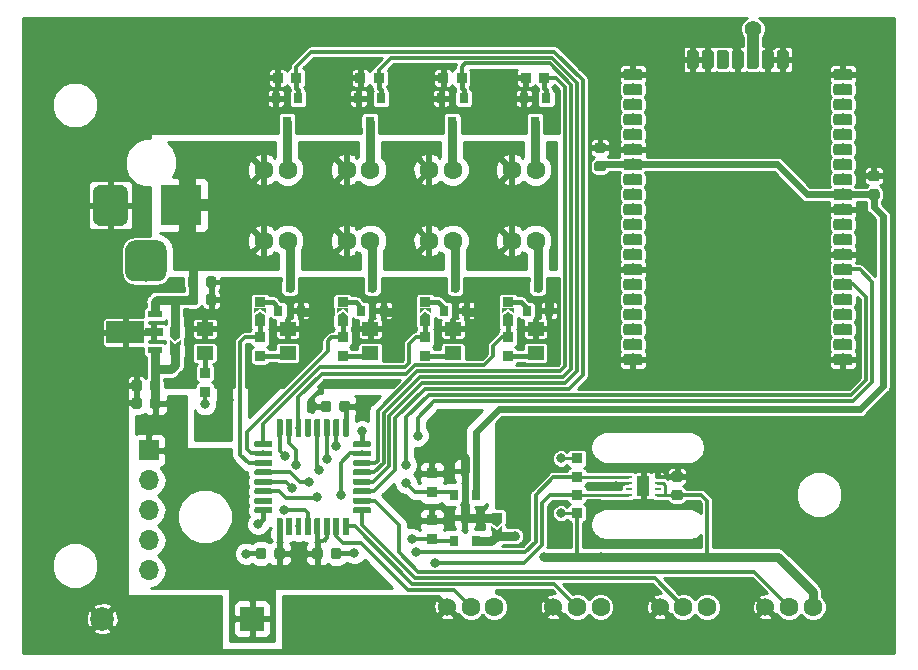
<source format=gbr>
G04 #@! TF.GenerationSoftware,KiCad,Pcbnew,5.0.2-bee76a0~70~ubuntu18.04.1*
G04 #@! TF.CreationDate,2019-04-11T12:32:57+02:00*
G04 #@! TF.ProjectId,Plant_monitoring_device,506c616e-745f-46d6-9f6e-69746f72696e,rev?*
G04 #@! TF.SameCoordinates,Original*
G04 #@! TF.FileFunction,Copper,L1,Top*
G04 #@! TF.FilePolarity,Positive*
%FSLAX46Y46*%
G04 Gerber Fmt 4.6, Leading zero omitted, Abs format (unit mm)*
G04 Created by KiCad (PCBNEW 5.0.2-bee76a0~70~ubuntu18.04.1) date Čt 11. dubna 2019, 12:32:57 CEST*
%MOMM*%
%LPD*%
G01*
G04 APERTURE LIST*
G04 #@! TA.AperFunction,EtchedComponent*
%ADD10C,0.100000*%
G04 #@! TD*
G04 #@! TA.AperFunction,Conductor*
%ADD11C,0.100000*%
G04 #@! TD*
G04 #@! TA.AperFunction,SMDPad,CuDef*
%ADD12C,0.500000*%
G04 #@! TD*
G04 #@! TA.AperFunction,SMDPad,CuDef*
%ADD13R,1.000000X1.700000*%
G04 #@! TD*
G04 #@! TA.AperFunction,SMDPad,CuDef*
%ADD14R,0.600000X0.250000*%
G04 #@! TD*
G04 #@! TA.AperFunction,ComponentPad*
%ADD15C,2.000000*%
G04 #@! TD*
G04 #@! TA.AperFunction,ComponentPad*
%ADD16R,2.000000X2.000000*%
G04 #@! TD*
G04 #@! TA.AperFunction,ComponentPad*
%ADD17C,1.524000*%
G04 #@! TD*
G04 #@! TA.AperFunction,ComponentPad*
%ADD18C,1.600000*%
G04 #@! TD*
G04 #@! TA.AperFunction,SMDPad,CuDef*
%ADD19R,0.950000X0.875000*%
G04 #@! TD*
G04 #@! TA.AperFunction,ComponentPad*
%ADD20O,1.700000X1.700000*%
G04 #@! TD*
G04 #@! TA.AperFunction,ComponentPad*
%ADD21R,1.700000X1.700000*%
G04 #@! TD*
G04 #@! TA.AperFunction,SMDPad,CuDef*
%ADD22R,0.800000X0.900000*%
G04 #@! TD*
G04 #@! TA.AperFunction,ComponentPad*
%ADD23C,3.500000*%
G04 #@! TD*
G04 #@! TA.AperFunction,ComponentPad*
%ADD24C,3.000000*%
G04 #@! TD*
G04 #@! TA.AperFunction,ComponentPad*
%ADD25R,3.500000X3.500000*%
G04 #@! TD*
G04 #@! TA.AperFunction,SMDPad,CuDef*
%ADD26C,0.875000*%
G04 #@! TD*
G04 #@! TA.AperFunction,SMDPad,CuDef*
%ADD27R,3.200000X1.850000*%
G04 #@! TD*
G04 #@! TA.AperFunction,SMDPad,CuDef*
%ADD28R,1.300000X0.550000*%
G04 #@! TD*
G04 #@! TA.AperFunction,SMDPad,CuDef*
%ADD29R,1.600000X0.800000*%
G04 #@! TD*
G04 #@! TA.AperFunction,SMDPad,CuDef*
%ADD30C,1.000000*%
G04 #@! TD*
G04 #@! TA.AperFunction,SMDPad,CuDef*
%ADD31R,1.400000X1.150000*%
G04 #@! TD*
G04 #@! TA.AperFunction,SMDPad,CuDef*
%ADD32R,0.875000X0.950000*%
G04 #@! TD*
G04 #@! TA.AperFunction,ComponentPad*
%ADD33C,1.400000*%
G04 #@! TD*
G04 #@! TA.AperFunction,ViaPad*
%ADD34C,0.800000*%
G04 #@! TD*
G04 #@! TA.AperFunction,Conductor*
%ADD35C,0.800000*%
G04 #@! TD*
G04 #@! TA.AperFunction,Conductor*
%ADD36C,0.400000*%
G04 #@! TD*
G04 #@! TA.AperFunction,Conductor*
%ADD37C,0.250000*%
G04 #@! TD*
G04 #@! TA.AperFunction,Conductor*
%ADD38C,0.500000*%
G04 #@! TD*
G04 #@! TA.AperFunction,Conductor*
%ADD39C,0.300000*%
G04 #@! TD*
G04 #@! TA.AperFunction,Conductor*
%ADD40C,1.000000*%
G04 #@! TD*
G04 #@! TA.AperFunction,Conductor*
%ADD41C,0.600000*%
G04 #@! TD*
G04 #@! TA.AperFunction,Conductor*
%ADD42C,0.450000*%
G04 #@! TD*
G04 #@! TA.AperFunction,Conductor*
%ADD43C,0.254000*%
G04 #@! TD*
G04 APERTURE END LIST*
D10*
G04 #@! TO.C,SB2*
G36*
X205975000Y-124650000D02*
X205025000Y-124650000D01*
X205500000Y-125010000D01*
X205975000Y-124650000D01*
G37*
G36*
X205975000Y-125350000D02*
X205025000Y-125350000D01*
X205025000Y-124900000D01*
X205500000Y-125250000D01*
X205975000Y-124900000D01*
X205975000Y-125350000D01*
G37*
G04 #@! TO.C,SB1*
G36*
X233165000Y-140380000D02*
X232215000Y-140380000D01*
X232690000Y-140740000D01*
X233165000Y-140380000D01*
G37*
G36*
X233165000Y-141080000D02*
X232215000Y-141080000D01*
X232215000Y-140630000D01*
X232690000Y-140980000D01*
X233165000Y-140630000D01*
X233165000Y-141080000D01*
G37*
G04 #@! TO.C,SB3*
G36*
X212182270Y-122866282D02*
X213132270Y-122866282D01*
X212657270Y-122506282D01*
X212182270Y-122866282D01*
G37*
G36*
X212182270Y-122166282D02*
X213132270Y-122166282D01*
X213132270Y-122616282D01*
X212657270Y-122266282D01*
X212182270Y-122616282D01*
X212182270Y-122166282D01*
G37*
G04 #@! TO.C,SB4*
G36*
X219182270Y-122866282D02*
X220132270Y-122866282D01*
X219657270Y-122506282D01*
X219182270Y-122866282D01*
G37*
G36*
X219182270Y-122166282D02*
X220132270Y-122166282D01*
X220132270Y-122616282D01*
X219657270Y-122266282D01*
X219182270Y-122616282D01*
X219182270Y-122166282D01*
G37*
G04 #@! TO.C,SB5*
G36*
X226182270Y-122866282D02*
X227132270Y-122866282D01*
X226657270Y-122506282D01*
X226182270Y-122866282D01*
G37*
G36*
X226182270Y-122166282D02*
X227132270Y-122166282D01*
X227132270Y-122616282D01*
X226657270Y-122266282D01*
X226182270Y-122616282D01*
X226182270Y-122166282D01*
G37*
G04 #@! TO.C,SB6*
G36*
X233182270Y-122866282D02*
X234132270Y-122866282D01*
X233657270Y-122506282D01*
X233182270Y-122866282D01*
G37*
G36*
X233182270Y-122166282D02*
X234132270Y-122166282D01*
X234132270Y-122616282D01*
X233657270Y-122266282D01*
X233182270Y-122616282D01*
X233182270Y-122166282D01*
G37*
G04 #@! TD*
D11*
G04 #@! TO.N,GND*
G04 #@! TO.C,U1*
G36*
X213582252Y-139070602D02*
X213594386Y-139072402D01*
X213606286Y-139075382D01*
X213617835Y-139079515D01*
X213628925Y-139084760D01*
X213639446Y-139091066D01*
X213649299Y-139098374D01*
X213658388Y-139106612D01*
X213666626Y-139115701D01*
X213673934Y-139125554D01*
X213680240Y-139136075D01*
X213685485Y-139147165D01*
X213689618Y-139158714D01*
X213692598Y-139170614D01*
X213694398Y-139182748D01*
X213695000Y-139195000D01*
X213695000Y-139445000D01*
X213694398Y-139457252D01*
X213692598Y-139469386D01*
X213689618Y-139481286D01*
X213685485Y-139492835D01*
X213680240Y-139503925D01*
X213673934Y-139514446D01*
X213666626Y-139524299D01*
X213658388Y-139533388D01*
X213649299Y-139541626D01*
X213639446Y-139548934D01*
X213628925Y-139555240D01*
X213617835Y-139560485D01*
X213606286Y-139564618D01*
X213594386Y-139567598D01*
X213582252Y-139569398D01*
X213570000Y-139570000D01*
X212320000Y-139570000D01*
X212307748Y-139569398D01*
X212295614Y-139567598D01*
X212283714Y-139564618D01*
X212272165Y-139560485D01*
X212261075Y-139555240D01*
X212250554Y-139548934D01*
X212240701Y-139541626D01*
X212231612Y-139533388D01*
X212223374Y-139524299D01*
X212216066Y-139514446D01*
X212209760Y-139503925D01*
X212204515Y-139492835D01*
X212200382Y-139481286D01*
X212197402Y-139469386D01*
X212195602Y-139457252D01*
X212195000Y-139445000D01*
X212195000Y-139195000D01*
X212195602Y-139182748D01*
X212197402Y-139170614D01*
X212200382Y-139158714D01*
X212204515Y-139147165D01*
X212209760Y-139136075D01*
X212216066Y-139125554D01*
X212223374Y-139115701D01*
X212231612Y-139106612D01*
X212240701Y-139098374D01*
X212250554Y-139091066D01*
X212261075Y-139084760D01*
X212272165Y-139079515D01*
X212283714Y-139075382D01*
X212295614Y-139072402D01*
X212307748Y-139070602D01*
X212320000Y-139070000D01*
X213570000Y-139070000D01*
X213582252Y-139070602D01*
X213582252Y-139070602D01*
G37*
D12*
G04 #@! TD*
G04 #@! TO.P,U1,32*
G04 #@! TO.N,GND*
X212945000Y-139320000D03*
D11*
G04 #@! TO.N,Net-(U1-Pad31)*
G04 #@! TO.C,U1*
G36*
X213582252Y-138270602D02*
X213594386Y-138272402D01*
X213606286Y-138275382D01*
X213617835Y-138279515D01*
X213628925Y-138284760D01*
X213639446Y-138291066D01*
X213649299Y-138298374D01*
X213658388Y-138306612D01*
X213666626Y-138315701D01*
X213673934Y-138325554D01*
X213680240Y-138336075D01*
X213685485Y-138347165D01*
X213689618Y-138358714D01*
X213692598Y-138370614D01*
X213694398Y-138382748D01*
X213695000Y-138395000D01*
X213695000Y-138645000D01*
X213694398Y-138657252D01*
X213692598Y-138669386D01*
X213689618Y-138681286D01*
X213685485Y-138692835D01*
X213680240Y-138703925D01*
X213673934Y-138714446D01*
X213666626Y-138724299D01*
X213658388Y-138733388D01*
X213649299Y-138741626D01*
X213639446Y-138748934D01*
X213628925Y-138755240D01*
X213617835Y-138760485D01*
X213606286Y-138764618D01*
X213594386Y-138767598D01*
X213582252Y-138769398D01*
X213570000Y-138770000D01*
X212320000Y-138770000D01*
X212307748Y-138769398D01*
X212295614Y-138767598D01*
X212283714Y-138764618D01*
X212272165Y-138760485D01*
X212261075Y-138755240D01*
X212250554Y-138748934D01*
X212240701Y-138741626D01*
X212231612Y-138733388D01*
X212223374Y-138724299D01*
X212216066Y-138714446D01*
X212209760Y-138703925D01*
X212204515Y-138692835D01*
X212200382Y-138681286D01*
X212197402Y-138669386D01*
X212195602Y-138657252D01*
X212195000Y-138645000D01*
X212195000Y-138395000D01*
X212195602Y-138382748D01*
X212197402Y-138370614D01*
X212200382Y-138358714D01*
X212204515Y-138347165D01*
X212209760Y-138336075D01*
X212216066Y-138325554D01*
X212223374Y-138315701D01*
X212231612Y-138306612D01*
X212240701Y-138298374D01*
X212250554Y-138291066D01*
X212261075Y-138284760D01*
X212272165Y-138279515D01*
X212283714Y-138275382D01*
X212295614Y-138272402D01*
X212307748Y-138270602D01*
X212320000Y-138270000D01*
X213570000Y-138270000D01*
X213582252Y-138270602D01*
X213582252Y-138270602D01*
G37*
D12*
G04 #@! TD*
G04 #@! TO.P,U1,31*
G04 #@! TO.N,Net-(U1-Pad31)*
X212945000Y-138520000D03*
D11*
G04 #@! TO.N,/I2C_SDA*
G04 #@! TO.C,U1*
G36*
X213582252Y-137470602D02*
X213594386Y-137472402D01*
X213606286Y-137475382D01*
X213617835Y-137479515D01*
X213628925Y-137484760D01*
X213639446Y-137491066D01*
X213649299Y-137498374D01*
X213658388Y-137506612D01*
X213666626Y-137515701D01*
X213673934Y-137525554D01*
X213680240Y-137536075D01*
X213685485Y-137547165D01*
X213689618Y-137558714D01*
X213692598Y-137570614D01*
X213694398Y-137582748D01*
X213695000Y-137595000D01*
X213695000Y-137845000D01*
X213694398Y-137857252D01*
X213692598Y-137869386D01*
X213689618Y-137881286D01*
X213685485Y-137892835D01*
X213680240Y-137903925D01*
X213673934Y-137914446D01*
X213666626Y-137924299D01*
X213658388Y-137933388D01*
X213649299Y-137941626D01*
X213639446Y-137948934D01*
X213628925Y-137955240D01*
X213617835Y-137960485D01*
X213606286Y-137964618D01*
X213594386Y-137967598D01*
X213582252Y-137969398D01*
X213570000Y-137970000D01*
X212320000Y-137970000D01*
X212307748Y-137969398D01*
X212295614Y-137967598D01*
X212283714Y-137964618D01*
X212272165Y-137960485D01*
X212261075Y-137955240D01*
X212250554Y-137948934D01*
X212240701Y-137941626D01*
X212231612Y-137933388D01*
X212223374Y-137924299D01*
X212216066Y-137914446D01*
X212209760Y-137903925D01*
X212204515Y-137892835D01*
X212200382Y-137881286D01*
X212197402Y-137869386D01*
X212195602Y-137857252D01*
X212195000Y-137845000D01*
X212195000Y-137595000D01*
X212195602Y-137582748D01*
X212197402Y-137570614D01*
X212200382Y-137558714D01*
X212204515Y-137547165D01*
X212209760Y-137536075D01*
X212216066Y-137525554D01*
X212223374Y-137515701D01*
X212231612Y-137506612D01*
X212240701Y-137498374D01*
X212250554Y-137491066D01*
X212261075Y-137484760D01*
X212272165Y-137479515D01*
X212283714Y-137475382D01*
X212295614Y-137472402D01*
X212307748Y-137470602D01*
X212320000Y-137470000D01*
X213570000Y-137470000D01*
X213582252Y-137470602D01*
X213582252Y-137470602D01*
G37*
D12*
G04 #@! TD*
G04 #@! TO.P,U1,30*
G04 #@! TO.N,/I2C_SDA*
X212945000Y-137720000D03*
D11*
G04 #@! TO.N,/I2C_SCL*
G04 #@! TO.C,U1*
G36*
X213582252Y-136670602D02*
X213594386Y-136672402D01*
X213606286Y-136675382D01*
X213617835Y-136679515D01*
X213628925Y-136684760D01*
X213639446Y-136691066D01*
X213649299Y-136698374D01*
X213658388Y-136706612D01*
X213666626Y-136715701D01*
X213673934Y-136725554D01*
X213680240Y-136736075D01*
X213685485Y-136747165D01*
X213689618Y-136758714D01*
X213692598Y-136770614D01*
X213694398Y-136782748D01*
X213695000Y-136795000D01*
X213695000Y-137045000D01*
X213694398Y-137057252D01*
X213692598Y-137069386D01*
X213689618Y-137081286D01*
X213685485Y-137092835D01*
X213680240Y-137103925D01*
X213673934Y-137114446D01*
X213666626Y-137124299D01*
X213658388Y-137133388D01*
X213649299Y-137141626D01*
X213639446Y-137148934D01*
X213628925Y-137155240D01*
X213617835Y-137160485D01*
X213606286Y-137164618D01*
X213594386Y-137167598D01*
X213582252Y-137169398D01*
X213570000Y-137170000D01*
X212320000Y-137170000D01*
X212307748Y-137169398D01*
X212295614Y-137167598D01*
X212283714Y-137164618D01*
X212272165Y-137160485D01*
X212261075Y-137155240D01*
X212250554Y-137148934D01*
X212240701Y-137141626D01*
X212231612Y-137133388D01*
X212223374Y-137124299D01*
X212216066Y-137114446D01*
X212209760Y-137103925D01*
X212204515Y-137092835D01*
X212200382Y-137081286D01*
X212197402Y-137069386D01*
X212195602Y-137057252D01*
X212195000Y-137045000D01*
X212195000Y-136795000D01*
X212195602Y-136782748D01*
X212197402Y-136770614D01*
X212200382Y-136758714D01*
X212204515Y-136747165D01*
X212209760Y-136736075D01*
X212216066Y-136725554D01*
X212223374Y-136715701D01*
X212231612Y-136706612D01*
X212240701Y-136698374D01*
X212250554Y-136691066D01*
X212261075Y-136684760D01*
X212272165Y-136679515D01*
X212283714Y-136675382D01*
X212295614Y-136672402D01*
X212307748Y-136670602D01*
X212320000Y-136670000D01*
X213570000Y-136670000D01*
X213582252Y-136670602D01*
X213582252Y-136670602D01*
G37*
D12*
G04 #@! TD*
G04 #@! TO.P,U1,29*
G04 #@! TO.N,/I2C_SCL*
X212945000Y-136920000D03*
D11*
G04 #@! TO.N,/COMM_ENA*
G04 #@! TO.C,U1*
G36*
X213582252Y-135870602D02*
X213594386Y-135872402D01*
X213606286Y-135875382D01*
X213617835Y-135879515D01*
X213628925Y-135884760D01*
X213639446Y-135891066D01*
X213649299Y-135898374D01*
X213658388Y-135906612D01*
X213666626Y-135915701D01*
X213673934Y-135925554D01*
X213680240Y-135936075D01*
X213685485Y-135947165D01*
X213689618Y-135958714D01*
X213692598Y-135970614D01*
X213694398Y-135982748D01*
X213695000Y-135995000D01*
X213695000Y-136245000D01*
X213694398Y-136257252D01*
X213692598Y-136269386D01*
X213689618Y-136281286D01*
X213685485Y-136292835D01*
X213680240Y-136303925D01*
X213673934Y-136314446D01*
X213666626Y-136324299D01*
X213658388Y-136333388D01*
X213649299Y-136341626D01*
X213639446Y-136348934D01*
X213628925Y-136355240D01*
X213617835Y-136360485D01*
X213606286Y-136364618D01*
X213594386Y-136367598D01*
X213582252Y-136369398D01*
X213570000Y-136370000D01*
X212320000Y-136370000D01*
X212307748Y-136369398D01*
X212295614Y-136367598D01*
X212283714Y-136364618D01*
X212272165Y-136360485D01*
X212261075Y-136355240D01*
X212250554Y-136348934D01*
X212240701Y-136341626D01*
X212231612Y-136333388D01*
X212223374Y-136324299D01*
X212216066Y-136314446D01*
X212209760Y-136303925D01*
X212204515Y-136292835D01*
X212200382Y-136281286D01*
X212197402Y-136269386D01*
X212195602Y-136257252D01*
X212195000Y-136245000D01*
X212195000Y-135995000D01*
X212195602Y-135982748D01*
X212197402Y-135970614D01*
X212200382Y-135958714D01*
X212204515Y-135947165D01*
X212209760Y-135936075D01*
X212216066Y-135925554D01*
X212223374Y-135915701D01*
X212231612Y-135906612D01*
X212240701Y-135898374D01*
X212250554Y-135891066D01*
X212261075Y-135884760D01*
X212272165Y-135879515D01*
X212283714Y-135875382D01*
X212295614Y-135872402D01*
X212307748Y-135870602D01*
X212320000Y-135870000D01*
X213570000Y-135870000D01*
X213582252Y-135870602D01*
X213582252Y-135870602D01*
G37*
D12*
G04 #@! TD*
G04 #@! TO.P,U1,28*
G04 #@! TO.N,/COMM_ENA*
X212945000Y-136120000D03*
D11*
G04 #@! TO.N,/OUT1*
G04 #@! TO.C,U1*
G36*
X213582252Y-135070602D02*
X213594386Y-135072402D01*
X213606286Y-135075382D01*
X213617835Y-135079515D01*
X213628925Y-135084760D01*
X213639446Y-135091066D01*
X213649299Y-135098374D01*
X213658388Y-135106612D01*
X213666626Y-135115701D01*
X213673934Y-135125554D01*
X213680240Y-135136075D01*
X213685485Y-135147165D01*
X213689618Y-135158714D01*
X213692598Y-135170614D01*
X213694398Y-135182748D01*
X213695000Y-135195000D01*
X213695000Y-135445000D01*
X213694398Y-135457252D01*
X213692598Y-135469386D01*
X213689618Y-135481286D01*
X213685485Y-135492835D01*
X213680240Y-135503925D01*
X213673934Y-135514446D01*
X213666626Y-135524299D01*
X213658388Y-135533388D01*
X213649299Y-135541626D01*
X213639446Y-135548934D01*
X213628925Y-135555240D01*
X213617835Y-135560485D01*
X213606286Y-135564618D01*
X213594386Y-135567598D01*
X213582252Y-135569398D01*
X213570000Y-135570000D01*
X212320000Y-135570000D01*
X212307748Y-135569398D01*
X212295614Y-135567598D01*
X212283714Y-135564618D01*
X212272165Y-135560485D01*
X212261075Y-135555240D01*
X212250554Y-135548934D01*
X212240701Y-135541626D01*
X212231612Y-135533388D01*
X212223374Y-135524299D01*
X212216066Y-135514446D01*
X212209760Y-135503925D01*
X212204515Y-135492835D01*
X212200382Y-135481286D01*
X212197402Y-135469386D01*
X212195602Y-135457252D01*
X212195000Y-135445000D01*
X212195000Y-135195000D01*
X212195602Y-135182748D01*
X212197402Y-135170614D01*
X212200382Y-135158714D01*
X212204515Y-135147165D01*
X212209760Y-135136075D01*
X212216066Y-135125554D01*
X212223374Y-135115701D01*
X212231612Y-135106612D01*
X212240701Y-135098374D01*
X212250554Y-135091066D01*
X212261075Y-135084760D01*
X212272165Y-135079515D01*
X212283714Y-135075382D01*
X212295614Y-135072402D01*
X212307748Y-135070602D01*
X212320000Y-135070000D01*
X213570000Y-135070000D01*
X213582252Y-135070602D01*
X213582252Y-135070602D01*
G37*
D12*
G04 #@! TD*
G04 #@! TO.P,U1,27*
G04 #@! TO.N,/OUT1*
X212945000Y-135320000D03*
D11*
G04 #@! TO.N,/OUT2*
G04 #@! TO.C,U1*
G36*
X213582252Y-134270602D02*
X213594386Y-134272402D01*
X213606286Y-134275382D01*
X213617835Y-134279515D01*
X213628925Y-134284760D01*
X213639446Y-134291066D01*
X213649299Y-134298374D01*
X213658388Y-134306612D01*
X213666626Y-134315701D01*
X213673934Y-134325554D01*
X213680240Y-134336075D01*
X213685485Y-134347165D01*
X213689618Y-134358714D01*
X213692598Y-134370614D01*
X213694398Y-134382748D01*
X213695000Y-134395000D01*
X213695000Y-134645000D01*
X213694398Y-134657252D01*
X213692598Y-134669386D01*
X213689618Y-134681286D01*
X213685485Y-134692835D01*
X213680240Y-134703925D01*
X213673934Y-134714446D01*
X213666626Y-134724299D01*
X213658388Y-134733388D01*
X213649299Y-134741626D01*
X213639446Y-134748934D01*
X213628925Y-134755240D01*
X213617835Y-134760485D01*
X213606286Y-134764618D01*
X213594386Y-134767598D01*
X213582252Y-134769398D01*
X213570000Y-134770000D01*
X212320000Y-134770000D01*
X212307748Y-134769398D01*
X212295614Y-134767598D01*
X212283714Y-134764618D01*
X212272165Y-134760485D01*
X212261075Y-134755240D01*
X212250554Y-134748934D01*
X212240701Y-134741626D01*
X212231612Y-134733388D01*
X212223374Y-134724299D01*
X212216066Y-134714446D01*
X212209760Y-134703925D01*
X212204515Y-134692835D01*
X212200382Y-134681286D01*
X212197402Y-134669386D01*
X212195602Y-134657252D01*
X212195000Y-134645000D01*
X212195000Y-134395000D01*
X212195602Y-134382748D01*
X212197402Y-134370614D01*
X212200382Y-134358714D01*
X212204515Y-134347165D01*
X212209760Y-134336075D01*
X212216066Y-134325554D01*
X212223374Y-134315701D01*
X212231612Y-134306612D01*
X212240701Y-134298374D01*
X212250554Y-134291066D01*
X212261075Y-134284760D01*
X212272165Y-134279515D01*
X212283714Y-134275382D01*
X212295614Y-134272402D01*
X212307748Y-134270602D01*
X212320000Y-134270000D01*
X213570000Y-134270000D01*
X213582252Y-134270602D01*
X213582252Y-134270602D01*
G37*
D12*
G04 #@! TD*
G04 #@! TO.P,U1,26*
G04 #@! TO.N,/OUT2*
X212945000Y-134520000D03*
D11*
G04 #@! TO.N,/OUT3*
G04 #@! TO.C,U1*
G36*
X213582252Y-133470602D02*
X213594386Y-133472402D01*
X213606286Y-133475382D01*
X213617835Y-133479515D01*
X213628925Y-133484760D01*
X213639446Y-133491066D01*
X213649299Y-133498374D01*
X213658388Y-133506612D01*
X213666626Y-133515701D01*
X213673934Y-133525554D01*
X213680240Y-133536075D01*
X213685485Y-133547165D01*
X213689618Y-133558714D01*
X213692598Y-133570614D01*
X213694398Y-133582748D01*
X213695000Y-133595000D01*
X213695000Y-133845000D01*
X213694398Y-133857252D01*
X213692598Y-133869386D01*
X213689618Y-133881286D01*
X213685485Y-133892835D01*
X213680240Y-133903925D01*
X213673934Y-133914446D01*
X213666626Y-133924299D01*
X213658388Y-133933388D01*
X213649299Y-133941626D01*
X213639446Y-133948934D01*
X213628925Y-133955240D01*
X213617835Y-133960485D01*
X213606286Y-133964618D01*
X213594386Y-133967598D01*
X213582252Y-133969398D01*
X213570000Y-133970000D01*
X212320000Y-133970000D01*
X212307748Y-133969398D01*
X212295614Y-133967598D01*
X212283714Y-133964618D01*
X212272165Y-133960485D01*
X212261075Y-133955240D01*
X212250554Y-133948934D01*
X212240701Y-133941626D01*
X212231612Y-133933388D01*
X212223374Y-133924299D01*
X212216066Y-133914446D01*
X212209760Y-133903925D01*
X212204515Y-133892835D01*
X212200382Y-133881286D01*
X212197402Y-133869386D01*
X212195602Y-133857252D01*
X212195000Y-133845000D01*
X212195000Y-133595000D01*
X212195602Y-133582748D01*
X212197402Y-133570614D01*
X212200382Y-133558714D01*
X212204515Y-133547165D01*
X212209760Y-133536075D01*
X212216066Y-133525554D01*
X212223374Y-133515701D01*
X212231612Y-133506612D01*
X212240701Y-133498374D01*
X212250554Y-133491066D01*
X212261075Y-133484760D01*
X212272165Y-133479515D01*
X212283714Y-133475382D01*
X212295614Y-133472402D01*
X212307748Y-133470602D01*
X212320000Y-133470000D01*
X213570000Y-133470000D01*
X213582252Y-133470602D01*
X213582252Y-133470602D01*
G37*
D12*
G04 #@! TD*
G04 #@! TO.P,U1,25*
G04 #@! TO.N,/OUT3*
X212945000Y-133720000D03*
D11*
G04 #@! TO.N,/SWCLK*
G04 #@! TO.C,U1*
G36*
X214457252Y-131595602D02*
X214469386Y-131597402D01*
X214481286Y-131600382D01*
X214492835Y-131604515D01*
X214503925Y-131609760D01*
X214514446Y-131616066D01*
X214524299Y-131623374D01*
X214533388Y-131631612D01*
X214541626Y-131640701D01*
X214548934Y-131650554D01*
X214555240Y-131661075D01*
X214560485Y-131672165D01*
X214564618Y-131683714D01*
X214567598Y-131695614D01*
X214569398Y-131707748D01*
X214570000Y-131720000D01*
X214570000Y-132970000D01*
X214569398Y-132982252D01*
X214567598Y-132994386D01*
X214564618Y-133006286D01*
X214560485Y-133017835D01*
X214555240Y-133028925D01*
X214548934Y-133039446D01*
X214541626Y-133049299D01*
X214533388Y-133058388D01*
X214524299Y-133066626D01*
X214514446Y-133073934D01*
X214503925Y-133080240D01*
X214492835Y-133085485D01*
X214481286Y-133089618D01*
X214469386Y-133092598D01*
X214457252Y-133094398D01*
X214445000Y-133095000D01*
X214195000Y-133095000D01*
X214182748Y-133094398D01*
X214170614Y-133092598D01*
X214158714Y-133089618D01*
X214147165Y-133085485D01*
X214136075Y-133080240D01*
X214125554Y-133073934D01*
X214115701Y-133066626D01*
X214106612Y-133058388D01*
X214098374Y-133049299D01*
X214091066Y-133039446D01*
X214084760Y-133028925D01*
X214079515Y-133017835D01*
X214075382Y-133006286D01*
X214072402Y-132994386D01*
X214070602Y-132982252D01*
X214070000Y-132970000D01*
X214070000Y-131720000D01*
X214070602Y-131707748D01*
X214072402Y-131695614D01*
X214075382Y-131683714D01*
X214079515Y-131672165D01*
X214084760Y-131661075D01*
X214091066Y-131650554D01*
X214098374Y-131640701D01*
X214106612Y-131631612D01*
X214115701Y-131623374D01*
X214125554Y-131616066D01*
X214136075Y-131609760D01*
X214147165Y-131604515D01*
X214158714Y-131600382D01*
X214170614Y-131597402D01*
X214182748Y-131595602D01*
X214195000Y-131595000D01*
X214445000Y-131595000D01*
X214457252Y-131595602D01*
X214457252Y-131595602D01*
G37*
D12*
G04 #@! TD*
G04 #@! TO.P,U1,24*
G04 #@! TO.N,/SWCLK*
X214320000Y-132345000D03*
D11*
G04 #@! TO.N,/SWDIO*
G04 #@! TO.C,U1*
G36*
X215257252Y-131595602D02*
X215269386Y-131597402D01*
X215281286Y-131600382D01*
X215292835Y-131604515D01*
X215303925Y-131609760D01*
X215314446Y-131616066D01*
X215324299Y-131623374D01*
X215333388Y-131631612D01*
X215341626Y-131640701D01*
X215348934Y-131650554D01*
X215355240Y-131661075D01*
X215360485Y-131672165D01*
X215364618Y-131683714D01*
X215367598Y-131695614D01*
X215369398Y-131707748D01*
X215370000Y-131720000D01*
X215370000Y-132970000D01*
X215369398Y-132982252D01*
X215367598Y-132994386D01*
X215364618Y-133006286D01*
X215360485Y-133017835D01*
X215355240Y-133028925D01*
X215348934Y-133039446D01*
X215341626Y-133049299D01*
X215333388Y-133058388D01*
X215324299Y-133066626D01*
X215314446Y-133073934D01*
X215303925Y-133080240D01*
X215292835Y-133085485D01*
X215281286Y-133089618D01*
X215269386Y-133092598D01*
X215257252Y-133094398D01*
X215245000Y-133095000D01*
X214995000Y-133095000D01*
X214982748Y-133094398D01*
X214970614Y-133092598D01*
X214958714Y-133089618D01*
X214947165Y-133085485D01*
X214936075Y-133080240D01*
X214925554Y-133073934D01*
X214915701Y-133066626D01*
X214906612Y-133058388D01*
X214898374Y-133049299D01*
X214891066Y-133039446D01*
X214884760Y-133028925D01*
X214879515Y-133017835D01*
X214875382Y-133006286D01*
X214872402Y-132994386D01*
X214870602Y-132982252D01*
X214870000Y-132970000D01*
X214870000Y-131720000D01*
X214870602Y-131707748D01*
X214872402Y-131695614D01*
X214875382Y-131683714D01*
X214879515Y-131672165D01*
X214884760Y-131661075D01*
X214891066Y-131650554D01*
X214898374Y-131640701D01*
X214906612Y-131631612D01*
X214915701Y-131623374D01*
X214925554Y-131616066D01*
X214936075Y-131609760D01*
X214947165Y-131604515D01*
X214958714Y-131600382D01*
X214970614Y-131597402D01*
X214982748Y-131595602D01*
X214995000Y-131595000D01*
X215245000Y-131595000D01*
X215257252Y-131595602D01*
X215257252Y-131595602D01*
G37*
D12*
G04 #@! TD*
G04 #@! TO.P,U1,23*
G04 #@! TO.N,/SWDIO*
X215120000Y-132345000D03*
D11*
G04 #@! TO.N,/OUT4*
G04 #@! TO.C,U1*
G36*
X216057252Y-131595602D02*
X216069386Y-131597402D01*
X216081286Y-131600382D01*
X216092835Y-131604515D01*
X216103925Y-131609760D01*
X216114446Y-131616066D01*
X216124299Y-131623374D01*
X216133388Y-131631612D01*
X216141626Y-131640701D01*
X216148934Y-131650554D01*
X216155240Y-131661075D01*
X216160485Y-131672165D01*
X216164618Y-131683714D01*
X216167598Y-131695614D01*
X216169398Y-131707748D01*
X216170000Y-131720000D01*
X216170000Y-132970000D01*
X216169398Y-132982252D01*
X216167598Y-132994386D01*
X216164618Y-133006286D01*
X216160485Y-133017835D01*
X216155240Y-133028925D01*
X216148934Y-133039446D01*
X216141626Y-133049299D01*
X216133388Y-133058388D01*
X216124299Y-133066626D01*
X216114446Y-133073934D01*
X216103925Y-133080240D01*
X216092835Y-133085485D01*
X216081286Y-133089618D01*
X216069386Y-133092598D01*
X216057252Y-133094398D01*
X216045000Y-133095000D01*
X215795000Y-133095000D01*
X215782748Y-133094398D01*
X215770614Y-133092598D01*
X215758714Y-133089618D01*
X215747165Y-133085485D01*
X215736075Y-133080240D01*
X215725554Y-133073934D01*
X215715701Y-133066626D01*
X215706612Y-133058388D01*
X215698374Y-133049299D01*
X215691066Y-133039446D01*
X215684760Y-133028925D01*
X215679515Y-133017835D01*
X215675382Y-133006286D01*
X215672402Y-132994386D01*
X215670602Y-132982252D01*
X215670000Y-132970000D01*
X215670000Y-131720000D01*
X215670602Y-131707748D01*
X215672402Y-131695614D01*
X215675382Y-131683714D01*
X215679515Y-131672165D01*
X215684760Y-131661075D01*
X215691066Y-131650554D01*
X215698374Y-131640701D01*
X215706612Y-131631612D01*
X215715701Y-131623374D01*
X215725554Y-131616066D01*
X215736075Y-131609760D01*
X215747165Y-131604515D01*
X215758714Y-131600382D01*
X215770614Y-131597402D01*
X215782748Y-131595602D01*
X215795000Y-131595000D01*
X216045000Y-131595000D01*
X216057252Y-131595602D01*
X216057252Y-131595602D01*
G37*
D12*
G04 #@! TD*
G04 #@! TO.P,U1,22*
G04 #@! TO.N,/OUT4*
X215920000Y-132345000D03*
D11*
G04 #@! TO.N,/PA11*
G04 #@! TO.C,U1*
G36*
X216857252Y-131595602D02*
X216869386Y-131597402D01*
X216881286Y-131600382D01*
X216892835Y-131604515D01*
X216903925Y-131609760D01*
X216914446Y-131616066D01*
X216924299Y-131623374D01*
X216933388Y-131631612D01*
X216941626Y-131640701D01*
X216948934Y-131650554D01*
X216955240Y-131661075D01*
X216960485Y-131672165D01*
X216964618Y-131683714D01*
X216967598Y-131695614D01*
X216969398Y-131707748D01*
X216970000Y-131720000D01*
X216970000Y-132970000D01*
X216969398Y-132982252D01*
X216967598Y-132994386D01*
X216964618Y-133006286D01*
X216960485Y-133017835D01*
X216955240Y-133028925D01*
X216948934Y-133039446D01*
X216941626Y-133049299D01*
X216933388Y-133058388D01*
X216924299Y-133066626D01*
X216914446Y-133073934D01*
X216903925Y-133080240D01*
X216892835Y-133085485D01*
X216881286Y-133089618D01*
X216869386Y-133092598D01*
X216857252Y-133094398D01*
X216845000Y-133095000D01*
X216595000Y-133095000D01*
X216582748Y-133094398D01*
X216570614Y-133092598D01*
X216558714Y-133089618D01*
X216547165Y-133085485D01*
X216536075Y-133080240D01*
X216525554Y-133073934D01*
X216515701Y-133066626D01*
X216506612Y-133058388D01*
X216498374Y-133049299D01*
X216491066Y-133039446D01*
X216484760Y-133028925D01*
X216479515Y-133017835D01*
X216475382Y-133006286D01*
X216472402Y-132994386D01*
X216470602Y-132982252D01*
X216470000Y-132970000D01*
X216470000Y-131720000D01*
X216470602Y-131707748D01*
X216472402Y-131695614D01*
X216475382Y-131683714D01*
X216479515Y-131672165D01*
X216484760Y-131661075D01*
X216491066Y-131650554D01*
X216498374Y-131640701D01*
X216506612Y-131631612D01*
X216515701Y-131623374D01*
X216525554Y-131616066D01*
X216536075Y-131609760D01*
X216547165Y-131604515D01*
X216558714Y-131600382D01*
X216570614Y-131597402D01*
X216582748Y-131595602D01*
X216595000Y-131595000D01*
X216845000Y-131595000D01*
X216857252Y-131595602D01*
X216857252Y-131595602D01*
G37*
D12*
G04 #@! TD*
G04 #@! TO.P,U1,21*
G04 #@! TO.N,/PA11*
X216720000Y-132345000D03*
D11*
G04 #@! TO.N,/UART_RX*
G04 #@! TO.C,U1*
G36*
X217657252Y-131595602D02*
X217669386Y-131597402D01*
X217681286Y-131600382D01*
X217692835Y-131604515D01*
X217703925Y-131609760D01*
X217714446Y-131616066D01*
X217724299Y-131623374D01*
X217733388Y-131631612D01*
X217741626Y-131640701D01*
X217748934Y-131650554D01*
X217755240Y-131661075D01*
X217760485Y-131672165D01*
X217764618Y-131683714D01*
X217767598Y-131695614D01*
X217769398Y-131707748D01*
X217770000Y-131720000D01*
X217770000Y-132970000D01*
X217769398Y-132982252D01*
X217767598Y-132994386D01*
X217764618Y-133006286D01*
X217760485Y-133017835D01*
X217755240Y-133028925D01*
X217748934Y-133039446D01*
X217741626Y-133049299D01*
X217733388Y-133058388D01*
X217724299Y-133066626D01*
X217714446Y-133073934D01*
X217703925Y-133080240D01*
X217692835Y-133085485D01*
X217681286Y-133089618D01*
X217669386Y-133092598D01*
X217657252Y-133094398D01*
X217645000Y-133095000D01*
X217395000Y-133095000D01*
X217382748Y-133094398D01*
X217370614Y-133092598D01*
X217358714Y-133089618D01*
X217347165Y-133085485D01*
X217336075Y-133080240D01*
X217325554Y-133073934D01*
X217315701Y-133066626D01*
X217306612Y-133058388D01*
X217298374Y-133049299D01*
X217291066Y-133039446D01*
X217284760Y-133028925D01*
X217279515Y-133017835D01*
X217275382Y-133006286D01*
X217272402Y-132994386D01*
X217270602Y-132982252D01*
X217270000Y-132970000D01*
X217270000Y-131720000D01*
X217270602Y-131707748D01*
X217272402Y-131695614D01*
X217275382Y-131683714D01*
X217279515Y-131672165D01*
X217284760Y-131661075D01*
X217291066Y-131650554D01*
X217298374Y-131640701D01*
X217306612Y-131631612D01*
X217315701Y-131623374D01*
X217325554Y-131616066D01*
X217336075Y-131609760D01*
X217347165Y-131604515D01*
X217358714Y-131600382D01*
X217370614Y-131597402D01*
X217382748Y-131595602D01*
X217395000Y-131595000D01*
X217645000Y-131595000D01*
X217657252Y-131595602D01*
X217657252Y-131595602D01*
G37*
D12*
G04 #@! TD*
G04 #@! TO.P,U1,20*
G04 #@! TO.N,/UART_RX*
X217520000Y-132345000D03*
D11*
G04 #@! TO.N,/UART_TX*
G04 #@! TO.C,U1*
G36*
X218457252Y-131595602D02*
X218469386Y-131597402D01*
X218481286Y-131600382D01*
X218492835Y-131604515D01*
X218503925Y-131609760D01*
X218514446Y-131616066D01*
X218524299Y-131623374D01*
X218533388Y-131631612D01*
X218541626Y-131640701D01*
X218548934Y-131650554D01*
X218555240Y-131661075D01*
X218560485Y-131672165D01*
X218564618Y-131683714D01*
X218567598Y-131695614D01*
X218569398Y-131707748D01*
X218570000Y-131720000D01*
X218570000Y-132970000D01*
X218569398Y-132982252D01*
X218567598Y-132994386D01*
X218564618Y-133006286D01*
X218560485Y-133017835D01*
X218555240Y-133028925D01*
X218548934Y-133039446D01*
X218541626Y-133049299D01*
X218533388Y-133058388D01*
X218524299Y-133066626D01*
X218514446Y-133073934D01*
X218503925Y-133080240D01*
X218492835Y-133085485D01*
X218481286Y-133089618D01*
X218469386Y-133092598D01*
X218457252Y-133094398D01*
X218445000Y-133095000D01*
X218195000Y-133095000D01*
X218182748Y-133094398D01*
X218170614Y-133092598D01*
X218158714Y-133089618D01*
X218147165Y-133085485D01*
X218136075Y-133080240D01*
X218125554Y-133073934D01*
X218115701Y-133066626D01*
X218106612Y-133058388D01*
X218098374Y-133049299D01*
X218091066Y-133039446D01*
X218084760Y-133028925D01*
X218079515Y-133017835D01*
X218075382Y-133006286D01*
X218072402Y-132994386D01*
X218070602Y-132982252D01*
X218070000Y-132970000D01*
X218070000Y-131720000D01*
X218070602Y-131707748D01*
X218072402Y-131695614D01*
X218075382Y-131683714D01*
X218079515Y-131672165D01*
X218084760Y-131661075D01*
X218091066Y-131650554D01*
X218098374Y-131640701D01*
X218106612Y-131631612D01*
X218115701Y-131623374D01*
X218125554Y-131616066D01*
X218136075Y-131609760D01*
X218147165Y-131604515D01*
X218158714Y-131600382D01*
X218170614Y-131597402D01*
X218182748Y-131595602D01*
X218195000Y-131595000D01*
X218445000Y-131595000D01*
X218457252Y-131595602D01*
X218457252Y-131595602D01*
G37*
D12*
G04 #@! TD*
G04 #@! TO.P,U1,19*
G04 #@! TO.N,/UART_TX*
X218320000Y-132345000D03*
D11*
G04 #@! TO.N,/BAT_LO*
G04 #@! TO.C,U1*
G36*
X219257252Y-131595602D02*
X219269386Y-131597402D01*
X219281286Y-131600382D01*
X219292835Y-131604515D01*
X219303925Y-131609760D01*
X219314446Y-131616066D01*
X219324299Y-131623374D01*
X219333388Y-131631612D01*
X219341626Y-131640701D01*
X219348934Y-131650554D01*
X219355240Y-131661075D01*
X219360485Y-131672165D01*
X219364618Y-131683714D01*
X219367598Y-131695614D01*
X219369398Y-131707748D01*
X219370000Y-131720000D01*
X219370000Y-132970000D01*
X219369398Y-132982252D01*
X219367598Y-132994386D01*
X219364618Y-133006286D01*
X219360485Y-133017835D01*
X219355240Y-133028925D01*
X219348934Y-133039446D01*
X219341626Y-133049299D01*
X219333388Y-133058388D01*
X219324299Y-133066626D01*
X219314446Y-133073934D01*
X219303925Y-133080240D01*
X219292835Y-133085485D01*
X219281286Y-133089618D01*
X219269386Y-133092598D01*
X219257252Y-133094398D01*
X219245000Y-133095000D01*
X218995000Y-133095000D01*
X218982748Y-133094398D01*
X218970614Y-133092598D01*
X218958714Y-133089618D01*
X218947165Y-133085485D01*
X218936075Y-133080240D01*
X218925554Y-133073934D01*
X218915701Y-133066626D01*
X218906612Y-133058388D01*
X218898374Y-133049299D01*
X218891066Y-133039446D01*
X218884760Y-133028925D01*
X218879515Y-133017835D01*
X218875382Y-133006286D01*
X218872402Y-132994386D01*
X218870602Y-132982252D01*
X218870000Y-132970000D01*
X218870000Y-131720000D01*
X218870602Y-131707748D01*
X218872402Y-131695614D01*
X218875382Y-131683714D01*
X218879515Y-131672165D01*
X218884760Y-131661075D01*
X218891066Y-131650554D01*
X218898374Y-131640701D01*
X218906612Y-131631612D01*
X218915701Y-131623374D01*
X218925554Y-131616066D01*
X218936075Y-131609760D01*
X218947165Y-131604515D01*
X218958714Y-131600382D01*
X218970614Y-131597402D01*
X218982748Y-131595602D01*
X218995000Y-131595000D01*
X219245000Y-131595000D01*
X219257252Y-131595602D01*
X219257252Y-131595602D01*
G37*
D12*
G04 #@! TD*
G04 #@! TO.P,U1,18*
G04 #@! TO.N,/BAT_LO*
X219120000Y-132345000D03*
D11*
G04 #@! TO.N,VCC*
G04 #@! TO.C,U1*
G36*
X220057252Y-131595602D02*
X220069386Y-131597402D01*
X220081286Y-131600382D01*
X220092835Y-131604515D01*
X220103925Y-131609760D01*
X220114446Y-131616066D01*
X220124299Y-131623374D01*
X220133388Y-131631612D01*
X220141626Y-131640701D01*
X220148934Y-131650554D01*
X220155240Y-131661075D01*
X220160485Y-131672165D01*
X220164618Y-131683714D01*
X220167598Y-131695614D01*
X220169398Y-131707748D01*
X220170000Y-131720000D01*
X220170000Y-132970000D01*
X220169398Y-132982252D01*
X220167598Y-132994386D01*
X220164618Y-133006286D01*
X220160485Y-133017835D01*
X220155240Y-133028925D01*
X220148934Y-133039446D01*
X220141626Y-133049299D01*
X220133388Y-133058388D01*
X220124299Y-133066626D01*
X220114446Y-133073934D01*
X220103925Y-133080240D01*
X220092835Y-133085485D01*
X220081286Y-133089618D01*
X220069386Y-133092598D01*
X220057252Y-133094398D01*
X220045000Y-133095000D01*
X219795000Y-133095000D01*
X219782748Y-133094398D01*
X219770614Y-133092598D01*
X219758714Y-133089618D01*
X219747165Y-133085485D01*
X219736075Y-133080240D01*
X219725554Y-133073934D01*
X219715701Y-133066626D01*
X219706612Y-133058388D01*
X219698374Y-133049299D01*
X219691066Y-133039446D01*
X219684760Y-133028925D01*
X219679515Y-133017835D01*
X219675382Y-133006286D01*
X219672402Y-132994386D01*
X219670602Y-132982252D01*
X219670000Y-132970000D01*
X219670000Y-131720000D01*
X219670602Y-131707748D01*
X219672402Y-131695614D01*
X219675382Y-131683714D01*
X219679515Y-131672165D01*
X219684760Y-131661075D01*
X219691066Y-131650554D01*
X219698374Y-131640701D01*
X219706612Y-131631612D01*
X219715701Y-131623374D01*
X219725554Y-131616066D01*
X219736075Y-131609760D01*
X219747165Y-131604515D01*
X219758714Y-131600382D01*
X219770614Y-131597402D01*
X219782748Y-131595602D01*
X219795000Y-131595000D01*
X220045000Y-131595000D01*
X220057252Y-131595602D01*
X220057252Y-131595602D01*
G37*
D12*
G04 #@! TD*
G04 #@! TO.P,U1,17*
G04 #@! TO.N,VCC*
X219920000Y-132345000D03*
D11*
G04 #@! TO.N,GND*
G04 #@! TO.C,U1*
G36*
X221932252Y-133470602D02*
X221944386Y-133472402D01*
X221956286Y-133475382D01*
X221967835Y-133479515D01*
X221978925Y-133484760D01*
X221989446Y-133491066D01*
X221999299Y-133498374D01*
X222008388Y-133506612D01*
X222016626Y-133515701D01*
X222023934Y-133525554D01*
X222030240Y-133536075D01*
X222035485Y-133547165D01*
X222039618Y-133558714D01*
X222042598Y-133570614D01*
X222044398Y-133582748D01*
X222045000Y-133595000D01*
X222045000Y-133845000D01*
X222044398Y-133857252D01*
X222042598Y-133869386D01*
X222039618Y-133881286D01*
X222035485Y-133892835D01*
X222030240Y-133903925D01*
X222023934Y-133914446D01*
X222016626Y-133924299D01*
X222008388Y-133933388D01*
X221999299Y-133941626D01*
X221989446Y-133948934D01*
X221978925Y-133955240D01*
X221967835Y-133960485D01*
X221956286Y-133964618D01*
X221944386Y-133967598D01*
X221932252Y-133969398D01*
X221920000Y-133970000D01*
X220670000Y-133970000D01*
X220657748Y-133969398D01*
X220645614Y-133967598D01*
X220633714Y-133964618D01*
X220622165Y-133960485D01*
X220611075Y-133955240D01*
X220600554Y-133948934D01*
X220590701Y-133941626D01*
X220581612Y-133933388D01*
X220573374Y-133924299D01*
X220566066Y-133914446D01*
X220559760Y-133903925D01*
X220554515Y-133892835D01*
X220550382Y-133881286D01*
X220547402Y-133869386D01*
X220545602Y-133857252D01*
X220545000Y-133845000D01*
X220545000Y-133595000D01*
X220545602Y-133582748D01*
X220547402Y-133570614D01*
X220550382Y-133558714D01*
X220554515Y-133547165D01*
X220559760Y-133536075D01*
X220566066Y-133525554D01*
X220573374Y-133515701D01*
X220581612Y-133506612D01*
X220590701Y-133498374D01*
X220600554Y-133491066D01*
X220611075Y-133484760D01*
X220622165Y-133479515D01*
X220633714Y-133475382D01*
X220645614Y-133472402D01*
X220657748Y-133470602D01*
X220670000Y-133470000D01*
X221920000Y-133470000D01*
X221932252Y-133470602D01*
X221932252Y-133470602D01*
G37*
D12*
G04 #@! TD*
G04 #@! TO.P,U1,16*
G04 #@! TO.N,GND*
X221295000Y-133720000D03*
D11*
G04 #@! TO.N,/SENS_ENA*
G04 #@! TO.C,U1*
G36*
X221932252Y-134270602D02*
X221944386Y-134272402D01*
X221956286Y-134275382D01*
X221967835Y-134279515D01*
X221978925Y-134284760D01*
X221989446Y-134291066D01*
X221999299Y-134298374D01*
X222008388Y-134306612D01*
X222016626Y-134315701D01*
X222023934Y-134325554D01*
X222030240Y-134336075D01*
X222035485Y-134347165D01*
X222039618Y-134358714D01*
X222042598Y-134370614D01*
X222044398Y-134382748D01*
X222045000Y-134395000D01*
X222045000Y-134645000D01*
X222044398Y-134657252D01*
X222042598Y-134669386D01*
X222039618Y-134681286D01*
X222035485Y-134692835D01*
X222030240Y-134703925D01*
X222023934Y-134714446D01*
X222016626Y-134724299D01*
X222008388Y-134733388D01*
X221999299Y-134741626D01*
X221989446Y-134748934D01*
X221978925Y-134755240D01*
X221967835Y-134760485D01*
X221956286Y-134764618D01*
X221944386Y-134767598D01*
X221932252Y-134769398D01*
X221920000Y-134770000D01*
X220670000Y-134770000D01*
X220657748Y-134769398D01*
X220645614Y-134767598D01*
X220633714Y-134764618D01*
X220622165Y-134760485D01*
X220611075Y-134755240D01*
X220600554Y-134748934D01*
X220590701Y-134741626D01*
X220581612Y-134733388D01*
X220573374Y-134724299D01*
X220566066Y-134714446D01*
X220559760Y-134703925D01*
X220554515Y-134692835D01*
X220550382Y-134681286D01*
X220547402Y-134669386D01*
X220545602Y-134657252D01*
X220545000Y-134645000D01*
X220545000Y-134395000D01*
X220545602Y-134382748D01*
X220547402Y-134370614D01*
X220550382Y-134358714D01*
X220554515Y-134347165D01*
X220559760Y-134336075D01*
X220566066Y-134325554D01*
X220573374Y-134315701D01*
X220581612Y-134306612D01*
X220590701Y-134298374D01*
X220600554Y-134291066D01*
X220611075Y-134284760D01*
X220622165Y-134279515D01*
X220633714Y-134275382D01*
X220645614Y-134272402D01*
X220657748Y-134270602D01*
X220670000Y-134270000D01*
X221920000Y-134270000D01*
X221932252Y-134270602D01*
X221932252Y-134270602D01*
G37*
D12*
G04 #@! TD*
G04 #@! TO.P,U1,15*
G04 #@! TO.N,/SENS_ENA*
X221295000Y-134520000D03*
D11*
G04 #@! TO.N,/LED_PWM4*
G04 #@! TO.C,U1*
G36*
X221932252Y-135070602D02*
X221944386Y-135072402D01*
X221956286Y-135075382D01*
X221967835Y-135079515D01*
X221978925Y-135084760D01*
X221989446Y-135091066D01*
X221999299Y-135098374D01*
X222008388Y-135106612D01*
X222016626Y-135115701D01*
X222023934Y-135125554D01*
X222030240Y-135136075D01*
X222035485Y-135147165D01*
X222039618Y-135158714D01*
X222042598Y-135170614D01*
X222044398Y-135182748D01*
X222045000Y-135195000D01*
X222045000Y-135445000D01*
X222044398Y-135457252D01*
X222042598Y-135469386D01*
X222039618Y-135481286D01*
X222035485Y-135492835D01*
X222030240Y-135503925D01*
X222023934Y-135514446D01*
X222016626Y-135524299D01*
X222008388Y-135533388D01*
X221999299Y-135541626D01*
X221989446Y-135548934D01*
X221978925Y-135555240D01*
X221967835Y-135560485D01*
X221956286Y-135564618D01*
X221944386Y-135567598D01*
X221932252Y-135569398D01*
X221920000Y-135570000D01*
X220670000Y-135570000D01*
X220657748Y-135569398D01*
X220645614Y-135567598D01*
X220633714Y-135564618D01*
X220622165Y-135560485D01*
X220611075Y-135555240D01*
X220600554Y-135548934D01*
X220590701Y-135541626D01*
X220581612Y-135533388D01*
X220573374Y-135524299D01*
X220566066Y-135514446D01*
X220559760Y-135503925D01*
X220554515Y-135492835D01*
X220550382Y-135481286D01*
X220547402Y-135469386D01*
X220545602Y-135457252D01*
X220545000Y-135445000D01*
X220545000Y-135195000D01*
X220545602Y-135182748D01*
X220547402Y-135170614D01*
X220550382Y-135158714D01*
X220554515Y-135147165D01*
X220559760Y-135136075D01*
X220566066Y-135125554D01*
X220573374Y-135115701D01*
X220581612Y-135106612D01*
X220590701Y-135098374D01*
X220600554Y-135091066D01*
X220611075Y-135084760D01*
X220622165Y-135079515D01*
X220633714Y-135075382D01*
X220645614Y-135072402D01*
X220657748Y-135070602D01*
X220670000Y-135070000D01*
X221920000Y-135070000D01*
X221932252Y-135070602D01*
X221932252Y-135070602D01*
G37*
D12*
G04 #@! TD*
G04 #@! TO.P,U1,14*
G04 #@! TO.N,/LED_PWM4*
X221295000Y-135320000D03*
D11*
G04 #@! TO.N,/LED_PWM3*
G04 #@! TO.C,U1*
G36*
X221932252Y-135870602D02*
X221944386Y-135872402D01*
X221956286Y-135875382D01*
X221967835Y-135879515D01*
X221978925Y-135884760D01*
X221989446Y-135891066D01*
X221999299Y-135898374D01*
X222008388Y-135906612D01*
X222016626Y-135915701D01*
X222023934Y-135925554D01*
X222030240Y-135936075D01*
X222035485Y-135947165D01*
X222039618Y-135958714D01*
X222042598Y-135970614D01*
X222044398Y-135982748D01*
X222045000Y-135995000D01*
X222045000Y-136245000D01*
X222044398Y-136257252D01*
X222042598Y-136269386D01*
X222039618Y-136281286D01*
X222035485Y-136292835D01*
X222030240Y-136303925D01*
X222023934Y-136314446D01*
X222016626Y-136324299D01*
X222008388Y-136333388D01*
X221999299Y-136341626D01*
X221989446Y-136348934D01*
X221978925Y-136355240D01*
X221967835Y-136360485D01*
X221956286Y-136364618D01*
X221944386Y-136367598D01*
X221932252Y-136369398D01*
X221920000Y-136370000D01*
X220670000Y-136370000D01*
X220657748Y-136369398D01*
X220645614Y-136367598D01*
X220633714Y-136364618D01*
X220622165Y-136360485D01*
X220611075Y-136355240D01*
X220600554Y-136348934D01*
X220590701Y-136341626D01*
X220581612Y-136333388D01*
X220573374Y-136324299D01*
X220566066Y-136314446D01*
X220559760Y-136303925D01*
X220554515Y-136292835D01*
X220550382Y-136281286D01*
X220547402Y-136269386D01*
X220545602Y-136257252D01*
X220545000Y-136245000D01*
X220545000Y-135995000D01*
X220545602Y-135982748D01*
X220547402Y-135970614D01*
X220550382Y-135958714D01*
X220554515Y-135947165D01*
X220559760Y-135936075D01*
X220566066Y-135925554D01*
X220573374Y-135915701D01*
X220581612Y-135906612D01*
X220590701Y-135898374D01*
X220600554Y-135891066D01*
X220611075Y-135884760D01*
X220622165Y-135879515D01*
X220633714Y-135875382D01*
X220645614Y-135872402D01*
X220657748Y-135870602D01*
X220670000Y-135870000D01*
X221920000Y-135870000D01*
X221932252Y-135870602D01*
X221932252Y-135870602D01*
G37*
D12*
G04 #@! TD*
G04 #@! TO.P,U1,13*
G04 #@! TO.N,/LED_PWM3*
X221295000Y-136120000D03*
D11*
G04 #@! TO.N,/LED_PWM2*
G04 #@! TO.C,U1*
G36*
X221932252Y-136670602D02*
X221944386Y-136672402D01*
X221956286Y-136675382D01*
X221967835Y-136679515D01*
X221978925Y-136684760D01*
X221989446Y-136691066D01*
X221999299Y-136698374D01*
X222008388Y-136706612D01*
X222016626Y-136715701D01*
X222023934Y-136725554D01*
X222030240Y-136736075D01*
X222035485Y-136747165D01*
X222039618Y-136758714D01*
X222042598Y-136770614D01*
X222044398Y-136782748D01*
X222045000Y-136795000D01*
X222045000Y-137045000D01*
X222044398Y-137057252D01*
X222042598Y-137069386D01*
X222039618Y-137081286D01*
X222035485Y-137092835D01*
X222030240Y-137103925D01*
X222023934Y-137114446D01*
X222016626Y-137124299D01*
X222008388Y-137133388D01*
X221999299Y-137141626D01*
X221989446Y-137148934D01*
X221978925Y-137155240D01*
X221967835Y-137160485D01*
X221956286Y-137164618D01*
X221944386Y-137167598D01*
X221932252Y-137169398D01*
X221920000Y-137170000D01*
X220670000Y-137170000D01*
X220657748Y-137169398D01*
X220645614Y-137167598D01*
X220633714Y-137164618D01*
X220622165Y-137160485D01*
X220611075Y-137155240D01*
X220600554Y-137148934D01*
X220590701Y-137141626D01*
X220581612Y-137133388D01*
X220573374Y-137124299D01*
X220566066Y-137114446D01*
X220559760Y-137103925D01*
X220554515Y-137092835D01*
X220550382Y-137081286D01*
X220547402Y-137069386D01*
X220545602Y-137057252D01*
X220545000Y-137045000D01*
X220545000Y-136795000D01*
X220545602Y-136782748D01*
X220547402Y-136770614D01*
X220550382Y-136758714D01*
X220554515Y-136747165D01*
X220559760Y-136736075D01*
X220566066Y-136725554D01*
X220573374Y-136715701D01*
X220581612Y-136706612D01*
X220590701Y-136698374D01*
X220600554Y-136691066D01*
X220611075Y-136684760D01*
X220622165Y-136679515D01*
X220633714Y-136675382D01*
X220645614Y-136672402D01*
X220657748Y-136670602D01*
X220670000Y-136670000D01*
X221920000Y-136670000D01*
X221932252Y-136670602D01*
X221932252Y-136670602D01*
G37*
D12*
G04 #@! TD*
G04 #@! TO.P,U1,12*
G04 #@! TO.N,/LED_PWM2*
X221295000Y-136920000D03*
D11*
G04 #@! TO.N,/LED_PWM1*
G04 #@! TO.C,U1*
G36*
X221932252Y-137470602D02*
X221944386Y-137472402D01*
X221956286Y-137475382D01*
X221967835Y-137479515D01*
X221978925Y-137484760D01*
X221989446Y-137491066D01*
X221999299Y-137498374D01*
X222008388Y-137506612D01*
X222016626Y-137515701D01*
X222023934Y-137525554D01*
X222030240Y-137536075D01*
X222035485Y-137547165D01*
X222039618Y-137558714D01*
X222042598Y-137570614D01*
X222044398Y-137582748D01*
X222045000Y-137595000D01*
X222045000Y-137845000D01*
X222044398Y-137857252D01*
X222042598Y-137869386D01*
X222039618Y-137881286D01*
X222035485Y-137892835D01*
X222030240Y-137903925D01*
X222023934Y-137914446D01*
X222016626Y-137924299D01*
X222008388Y-137933388D01*
X221999299Y-137941626D01*
X221989446Y-137948934D01*
X221978925Y-137955240D01*
X221967835Y-137960485D01*
X221956286Y-137964618D01*
X221944386Y-137967598D01*
X221932252Y-137969398D01*
X221920000Y-137970000D01*
X220670000Y-137970000D01*
X220657748Y-137969398D01*
X220645614Y-137967598D01*
X220633714Y-137964618D01*
X220622165Y-137960485D01*
X220611075Y-137955240D01*
X220600554Y-137948934D01*
X220590701Y-137941626D01*
X220581612Y-137933388D01*
X220573374Y-137924299D01*
X220566066Y-137914446D01*
X220559760Y-137903925D01*
X220554515Y-137892835D01*
X220550382Y-137881286D01*
X220547402Y-137869386D01*
X220545602Y-137857252D01*
X220545000Y-137845000D01*
X220545000Y-137595000D01*
X220545602Y-137582748D01*
X220547402Y-137570614D01*
X220550382Y-137558714D01*
X220554515Y-137547165D01*
X220559760Y-137536075D01*
X220566066Y-137525554D01*
X220573374Y-137515701D01*
X220581612Y-137506612D01*
X220590701Y-137498374D01*
X220600554Y-137491066D01*
X220611075Y-137484760D01*
X220622165Y-137479515D01*
X220633714Y-137475382D01*
X220645614Y-137472402D01*
X220657748Y-137470602D01*
X220670000Y-137470000D01*
X221920000Y-137470000D01*
X221932252Y-137470602D01*
X221932252Y-137470602D01*
G37*
D12*
G04 #@! TD*
G04 #@! TO.P,U1,11*
G04 #@! TO.N,/LED_PWM1*
X221295000Y-137720000D03*
D11*
G04 #@! TO.N,/ADC_SOIL4*
G04 #@! TO.C,U1*
G36*
X221932252Y-138270602D02*
X221944386Y-138272402D01*
X221956286Y-138275382D01*
X221967835Y-138279515D01*
X221978925Y-138284760D01*
X221989446Y-138291066D01*
X221999299Y-138298374D01*
X222008388Y-138306612D01*
X222016626Y-138315701D01*
X222023934Y-138325554D01*
X222030240Y-138336075D01*
X222035485Y-138347165D01*
X222039618Y-138358714D01*
X222042598Y-138370614D01*
X222044398Y-138382748D01*
X222045000Y-138395000D01*
X222045000Y-138645000D01*
X222044398Y-138657252D01*
X222042598Y-138669386D01*
X222039618Y-138681286D01*
X222035485Y-138692835D01*
X222030240Y-138703925D01*
X222023934Y-138714446D01*
X222016626Y-138724299D01*
X222008388Y-138733388D01*
X221999299Y-138741626D01*
X221989446Y-138748934D01*
X221978925Y-138755240D01*
X221967835Y-138760485D01*
X221956286Y-138764618D01*
X221944386Y-138767598D01*
X221932252Y-138769398D01*
X221920000Y-138770000D01*
X220670000Y-138770000D01*
X220657748Y-138769398D01*
X220645614Y-138767598D01*
X220633714Y-138764618D01*
X220622165Y-138760485D01*
X220611075Y-138755240D01*
X220600554Y-138748934D01*
X220590701Y-138741626D01*
X220581612Y-138733388D01*
X220573374Y-138724299D01*
X220566066Y-138714446D01*
X220559760Y-138703925D01*
X220554515Y-138692835D01*
X220550382Y-138681286D01*
X220547402Y-138669386D01*
X220545602Y-138657252D01*
X220545000Y-138645000D01*
X220545000Y-138395000D01*
X220545602Y-138382748D01*
X220547402Y-138370614D01*
X220550382Y-138358714D01*
X220554515Y-138347165D01*
X220559760Y-138336075D01*
X220566066Y-138325554D01*
X220573374Y-138315701D01*
X220581612Y-138306612D01*
X220590701Y-138298374D01*
X220600554Y-138291066D01*
X220611075Y-138284760D01*
X220622165Y-138279515D01*
X220633714Y-138275382D01*
X220645614Y-138272402D01*
X220657748Y-138270602D01*
X220670000Y-138270000D01*
X221920000Y-138270000D01*
X221932252Y-138270602D01*
X221932252Y-138270602D01*
G37*
D12*
G04 #@! TD*
G04 #@! TO.P,U1,10*
G04 #@! TO.N,/ADC_SOIL4*
X221295000Y-138520000D03*
D11*
G04 #@! TO.N,/ADC_SOIL3*
G04 #@! TO.C,U1*
G36*
X221932252Y-139070602D02*
X221944386Y-139072402D01*
X221956286Y-139075382D01*
X221967835Y-139079515D01*
X221978925Y-139084760D01*
X221989446Y-139091066D01*
X221999299Y-139098374D01*
X222008388Y-139106612D01*
X222016626Y-139115701D01*
X222023934Y-139125554D01*
X222030240Y-139136075D01*
X222035485Y-139147165D01*
X222039618Y-139158714D01*
X222042598Y-139170614D01*
X222044398Y-139182748D01*
X222045000Y-139195000D01*
X222045000Y-139445000D01*
X222044398Y-139457252D01*
X222042598Y-139469386D01*
X222039618Y-139481286D01*
X222035485Y-139492835D01*
X222030240Y-139503925D01*
X222023934Y-139514446D01*
X222016626Y-139524299D01*
X222008388Y-139533388D01*
X221999299Y-139541626D01*
X221989446Y-139548934D01*
X221978925Y-139555240D01*
X221967835Y-139560485D01*
X221956286Y-139564618D01*
X221944386Y-139567598D01*
X221932252Y-139569398D01*
X221920000Y-139570000D01*
X220670000Y-139570000D01*
X220657748Y-139569398D01*
X220645614Y-139567598D01*
X220633714Y-139564618D01*
X220622165Y-139560485D01*
X220611075Y-139555240D01*
X220600554Y-139548934D01*
X220590701Y-139541626D01*
X220581612Y-139533388D01*
X220573374Y-139524299D01*
X220566066Y-139514446D01*
X220559760Y-139503925D01*
X220554515Y-139492835D01*
X220550382Y-139481286D01*
X220547402Y-139469386D01*
X220545602Y-139457252D01*
X220545000Y-139445000D01*
X220545000Y-139195000D01*
X220545602Y-139182748D01*
X220547402Y-139170614D01*
X220550382Y-139158714D01*
X220554515Y-139147165D01*
X220559760Y-139136075D01*
X220566066Y-139125554D01*
X220573374Y-139115701D01*
X220581612Y-139106612D01*
X220590701Y-139098374D01*
X220600554Y-139091066D01*
X220611075Y-139084760D01*
X220622165Y-139079515D01*
X220633714Y-139075382D01*
X220645614Y-139072402D01*
X220657748Y-139070602D01*
X220670000Y-139070000D01*
X221920000Y-139070000D01*
X221932252Y-139070602D01*
X221932252Y-139070602D01*
G37*
D12*
G04 #@! TD*
G04 #@! TO.P,U1,9*
G04 #@! TO.N,/ADC_SOIL3*
X221295000Y-139320000D03*
D11*
G04 #@! TO.N,/ADC_SOIL2*
G04 #@! TO.C,U1*
G36*
X220057252Y-139945602D02*
X220069386Y-139947402D01*
X220081286Y-139950382D01*
X220092835Y-139954515D01*
X220103925Y-139959760D01*
X220114446Y-139966066D01*
X220124299Y-139973374D01*
X220133388Y-139981612D01*
X220141626Y-139990701D01*
X220148934Y-140000554D01*
X220155240Y-140011075D01*
X220160485Y-140022165D01*
X220164618Y-140033714D01*
X220167598Y-140045614D01*
X220169398Y-140057748D01*
X220170000Y-140070000D01*
X220170000Y-141320000D01*
X220169398Y-141332252D01*
X220167598Y-141344386D01*
X220164618Y-141356286D01*
X220160485Y-141367835D01*
X220155240Y-141378925D01*
X220148934Y-141389446D01*
X220141626Y-141399299D01*
X220133388Y-141408388D01*
X220124299Y-141416626D01*
X220114446Y-141423934D01*
X220103925Y-141430240D01*
X220092835Y-141435485D01*
X220081286Y-141439618D01*
X220069386Y-141442598D01*
X220057252Y-141444398D01*
X220045000Y-141445000D01*
X219795000Y-141445000D01*
X219782748Y-141444398D01*
X219770614Y-141442598D01*
X219758714Y-141439618D01*
X219747165Y-141435485D01*
X219736075Y-141430240D01*
X219725554Y-141423934D01*
X219715701Y-141416626D01*
X219706612Y-141408388D01*
X219698374Y-141399299D01*
X219691066Y-141389446D01*
X219684760Y-141378925D01*
X219679515Y-141367835D01*
X219675382Y-141356286D01*
X219672402Y-141344386D01*
X219670602Y-141332252D01*
X219670000Y-141320000D01*
X219670000Y-140070000D01*
X219670602Y-140057748D01*
X219672402Y-140045614D01*
X219675382Y-140033714D01*
X219679515Y-140022165D01*
X219684760Y-140011075D01*
X219691066Y-140000554D01*
X219698374Y-139990701D01*
X219706612Y-139981612D01*
X219715701Y-139973374D01*
X219725554Y-139966066D01*
X219736075Y-139959760D01*
X219747165Y-139954515D01*
X219758714Y-139950382D01*
X219770614Y-139947402D01*
X219782748Y-139945602D01*
X219795000Y-139945000D01*
X220045000Y-139945000D01*
X220057252Y-139945602D01*
X220057252Y-139945602D01*
G37*
D12*
G04 #@! TD*
G04 #@! TO.P,U1,8*
G04 #@! TO.N,/ADC_SOIL2*
X219920000Y-140695000D03*
D11*
G04 #@! TO.N,/ADC_SOIL1*
G04 #@! TO.C,U1*
G36*
X219257252Y-139945602D02*
X219269386Y-139947402D01*
X219281286Y-139950382D01*
X219292835Y-139954515D01*
X219303925Y-139959760D01*
X219314446Y-139966066D01*
X219324299Y-139973374D01*
X219333388Y-139981612D01*
X219341626Y-139990701D01*
X219348934Y-140000554D01*
X219355240Y-140011075D01*
X219360485Y-140022165D01*
X219364618Y-140033714D01*
X219367598Y-140045614D01*
X219369398Y-140057748D01*
X219370000Y-140070000D01*
X219370000Y-141320000D01*
X219369398Y-141332252D01*
X219367598Y-141344386D01*
X219364618Y-141356286D01*
X219360485Y-141367835D01*
X219355240Y-141378925D01*
X219348934Y-141389446D01*
X219341626Y-141399299D01*
X219333388Y-141408388D01*
X219324299Y-141416626D01*
X219314446Y-141423934D01*
X219303925Y-141430240D01*
X219292835Y-141435485D01*
X219281286Y-141439618D01*
X219269386Y-141442598D01*
X219257252Y-141444398D01*
X219245000Y-141445000D01*
X218995000Y-141445000D01*
X218982748Y-141444398D01*
X218970614Y-141442598D01*
X218958714Y-141439618D01*
X218947165Y-141435485D01*
X218936075Y-141430240D01*
X218925554Y-141423934D01*
X218915701Y-141416626D01*
X218906612Y-141408388D01*
X218898374Y-141399299D01*
X218891066Y-141389446D01*
X218884760Y-141378925D01*
X218879515Y-141367835D01*
X218875382Y-141356286D01*
X218872402Y-141344386D01*
X218870602Y-141332252D01*
X218870000Y-141320000D01*
X218870000Y-140070000D01*
X218870602Y-140057748D01*
X218872402Y-140045614D01*
X218875382Y-140033714D01*
X218879515Y-140022165D01*
X218884760Y-140011075D01*
X218891066Y-140000554D01*
X218898374Y-139990701D01*
X218906612Y-139981612D01*
X218915701Y-139973374D01*
X218925554Y-139966066D01*
X218936075Y-139959760D01*
X218947165Y-139954515D01*
X218958714Y-139950382D01*
X218970614Y-139947402D01*
X218982748Y-139945602D01*
X218995000Y-139945000D01*
X219245000Y-139945000D01*
X219257252Y-139945602D01*
X219257252Y-139945602D01*
G37*
D12*
G04 #@! TD*
G04 #@! TO.P,U1,7*
G04 #@! TO.N,/ADC_SOIL1*
X219120000Y-140695000D03*
D11*
G04 #@! TO.N,VCC*
G04 #@! TO.C,U1*
G36*
X218457252Y-139945602D02*
X218469386Y-139947402D01*
X218481286Y-139950382D01*
X218492835Y-139954515D01*
X218503925Y-139959760D01*
X218514446Y-139966066D01*
X218524299Y-139973374D01*
X218533388Y-139981612D01*
X218541626Y-139990701D01*
X218548934Y-140000554D01*
X218555240Y-140011075D01*
X218560485Y-140022165D01*
X218564618Y-140033714D01*
X218567598Y-140045614D01*
X218569398Y-140057748D01*
X218570000Y-140070000D01*
X218570000Y-141320000D01*
X218569398Y-141332252D01*
X218567598Y-141344386D01*
X218564618Y-141356286D01*
X218560485Y-141367835D01*
X218555240Y-141378925D01*
X218548934Y-141389446D01*
X218541626Y-141399299D01*
X218533388Y-141408388D01*
X218524299Y-141416626D01*
X218514446Y-141423934D01*
X218503925Y-141430240D01*
X218492835Y-141435485D01*
X218481286Y-141439618D01*
X218469386Y-141442598D01*
X218457252Y-141444398D01*
X218445000Y-141445000D01*
X218195000Y-141445000D01*
X218182748Y-141444398D01*
X218170614Y-141442598D01*
X218158714Y-141439618D01*
X218147165Y-141435485D01*
X218136075Y-141430240D01*
X218125554Y-141423934D01*
X218115701Y-141416626D01*
X218106612Y-141408388D01*
X218098374Y-141399299D01*
X218091066Y-141389446D01*
X218084760Y-141378925D01*
X218079515Y-141367835D01*
X218075382Y-141356286D01*
X218072402Y-141344386D01*
X218070602Y-141332252D01*
X218070000Y-141320000D01*
X218070000Y-140070000D01*
X218070602Y-140057748D01*
X218072402Y-140045614D01*
X218075382Y-140033714D01*
X218079515Y-140022165D01*
X218084760Y-140011075D01*
X218091066Y-140000554D01*
X218098374Y-139990701D01*
X218106612Y-139981612D01*
X218115701Y-139973374D01*
X218125554Y-139966066D01*
X218136075Y-139959760D01*
X218147165Y-139954515D01*
X218158714Y-139950382D01*
X218170614Y-139947402D01*
X218182748Y-139945602D01*
X218195000Y-139945000D01*
X218445000Y-139945000D01*
X218457252Y-139945602D01*
X218457252Y-139945602D01*
G37*
D12*
G04 #@! TD*
G04 #@! TO.P,U1,6*
G04 #@! TO.N,VCC*
X218320000Y-140695000D03*
D11*
G04 #@! TO.N,VCC*
G04 #@! TO.C,U1*
G36*
X217657252Y-139945602D02*
X217669386Y-139947402D01*
X217681286Y-139950382D01*
X217692835Y-139954515D01*
X217703925Y-139959760D01*
X217714446Y-139966066D01*
X217724299Y-139973374D01*
X217733388Y-139981612D01*
X217741626Y-139990701D01*
X217748934Y-140000554D01*
X217755240Y-140011075D01*
X217760485Y-140022165D01*
X217764618Y-140033714D01*
X217767598Y-140045614D01*
X217769398Y-140057748D01*
X217770000Y-140070000D01*
X217770000Y-141320000D01*
X217769398Y-141332252D01*
X217767598Y-141344386D01*
X217764618Y-141356286D01*
X217760485Y-141367835D01*
X217755240Y-141378925D01*
X217748934Y-141389446D01*
X217741626Y-141399299D01*
X217733388Y-141408388D01*
X217724299Y-141416626D01*
X217714446Y-141423934D01*
X217703925Y-141430240D01*
X217692835Y-141435485D01*
X217681286Y-141439618D01*
X217669386Y-141442598D01*
X217657252Y-141444398D01*
X217645000Y-141445000D01*
X217395000Y-141445000D01*
X217382748Y-141444398D01*
X217370614Y-141442598D01*
X217358714Y-141439618D01*
X217347165Y-141435485D01*
X217336075Y-141430240D01*
X217325554Y-141423934D01*
X217315701Y-141416626D01*
X217306612Y-141408388D01*
X217298374Y-141399299D01*
X217291066Y-141389446D01*
X217284760Y-141378925D01*
X217279515Y-141367835D01*
X217275382Y-141356286D01*
X217272402Y-141344386D01*
X217270602Y-141332252D01*
X217270000Y-141320000D01*
X217270000Y-140070000D01*
X217270602Y-140057748D01*
X217272402Y-140045614D01*
X217275382Y-140033714D01*
X217279515Y-140022165D01*
X217284760Y-140011075D01*
X217291066Y-140000554D01*
X217298374Y-139990701D01*
X217306612Y-139981612D01*
X217315701Y-139973374D01*
X217325554Y-139966066D01*
X217336075Y-139959760D01*
X217347165Y-139954515D01*
X217358714Y-139950382D01*
X217370614Y-139947402D01*
X217382748Y-139945602D01*
X217395000Y-139945000D01*
X217645000Y-139945000D01*
X217657252Y-139945602D01*
X217657252Y-139945602D01*
G37*
D12*
G04 #@! TD*
G04 #@! TO.P,U1,5*
G04 #@! TO.N,VCC*
X217520000Y-140695000D03*
D11*
G04 #@! TO.N,/NRST*
G04 #@! TO.C,U1*
G36*
X216857252Y-139945602D02*
X216869386Y-139947402D01*
X216881286Y-139950382D01*
X216892835Y-139954515D01*
X216903925Y-139959760D01*
X216914446Y-139966066D01*
X216924299Y-139973374D01*
X216933388Y-139981612D01*
X216941626Y-139990701D01*
X216948934Y-140000554D01*
X216955240Y-140011075D01*
X216960485Y-140022165D01*
X216964618Y-140033714D01*
X216967598Y-140045614D01*
X216969398Y-140057748D01*
X216970000Y-140070000D01*
X216970000Y-141320000D01*
X216969398Y-141332252D01*
X216967598Y-141344386D01*
X216964618Y-141356286D01*
X216960485Y-141367835D01*
X216955240Y-141378925D01*
X216948934Y-141389446D01*
X216941626Y-141399299D01*
X216933388Y-141408388D01*
X216924299Y-141416626D01*
X216914446Y-141423934D01*
X216903925Y-141430240D01*
X216892835Y-141435485D01*
X216881286Y-141439618D01*
X216869386Y-141442598D01*
X216857252Y-141444398D01*
X216845000Y-141445000D01*
X216595000Y-141445000D01*
X216582748Y-141444398D01*
X216570614Y-141442598D01*
X216558714Y-141439618D01*
X216547165Y-141435485D01*
X216536075Y-141430240D01*
X216525554Y-141423934D01*
X216515701Y-141416626D01*
X216506612Y-141408388D01*
X216498374Y-141399299D01*
X216491066Y-141389446D01*
X216484760Y-141378925D01*
X216479515Y-141367835D01*
X216475382Y-141356286D01*
X216472402Y-141344386D01*
X216470602Y-141332252D01*
X216470000Y-141320000D01*
X216470000Y-140070000D01*
X216470602Y-140057748D01*
X216472402Y-140045614D01*
X216475382Y-140033714D01*
X216479515Y-140022165D01*
X216484760Y-140011075D01*
X216491066Y-140000554D01*
X216498374Y-139990701D01*
X216506612Y-139981612D01*
X216515701Y-139973374D01*
X216525554Y-139966066D01*
X216536075Y-139959760D01*
X216547165Y-139954515D01*
X216558714Y-139950382D01*
X216570614Y-139947402D01*
X216582748Y-139945602D01*
X216595000Y-139945000D01*
X216845000Y-139945000D01*
X216857252Y-139945602D01*
X216857252Y-139945602D01*
G37*
D12*
G04 #@! TD*
G04 #@! TO.P,U1,4*
G04 #@! TO.N,/NRST*
X216720000Y-140695000D03*
D11*
G04 #@! TO.N,/PF1*
G04 #@! TO.C,U1*
G36*
X216057252Y-139945602D02*
X216069386Y-139947402D01*
X216081286Y-139950382D01*
X216092835Y-139954515D01*
X216103925Y-139959760D01*
X216114446Y-139966066D01*
X216124299Y-139973374D01*
X216133388Y-139981612D01*
X216141626Y-139990701D01*
X216148934Y-140000554D01*
X216155240Y-140011075D01*
X216160485Y-140022165D01*
X216164618Y-140033714D01*
X216167598Y-140045614D01*
X216169398Y-140057748D01*
X216170000Y-140070000D01*
X216170000Y-141320000D01*
X216169398Y-141332252D01*
X216167598Y-141344386D01*
X216164618Y-141356286D01*
X216160485Y-141367835D01*
X216155240Y-141378925D01*
X216148934Y-141389446D01*
X216141626Y-141399299D01*
X216133388Y-141408388D01*
X216124299Y-141416626D01*
X216114446Y-141423934D01*
X216103925Y-141430240D01*
X216092835Y-141435485D01*
X216081286Y-141439618D01*
X216069386Y-141442598D01*
X216057252Y-141444398D01*
X216045000Y-141445000D01*
X215795000Y-141445000D01*
X215782748Y-141444398D01*
X215770614Y-141442598D01*
X215758714Y-141439618D01*
X215747165Y-141435485D01*
X215736075Y-141430240D01*
X215725554Y-141423934D01*
X215715701Y-141416626D01*
X215706612Y-141408388D01*
X215698374Y-141399299D01*
X215691066Y-141389446D01*
X215684760Y-141378925D01*
X215679515Y-141367835D01*
X215675382Y-141356286D01*
X215672402Y-141344386D01*
X215670602Y-141332252D01*
X215670000Y-141320000D01*
X215670000Y-140070000D01*
X215670602Y-140057748D01*
X215672402Y-140045614D01*
X215675382Y-140033714D01*
X215679515Y-140022165D01*
X215684760Y-140011075D01*
X215691066Y-140000554D01*
X215698374Y-139990701D01*
X215706612Y-139981612D01*
X215715701Y-139973374D01*
X215725554Y-139966066D01*
X215736075Y-139959760D01*
X215747165Y-139954515D01*
X215758714Y-139950382D01*
X215770614Y-139947402D01*
X215782748Y-139945602D01*
X215795000Y-139945000D01*
X216045000Y-139945000D01*
X216057252Y-139945602D01*
X216057252Y-139945602D01*
G37*
D12*
G04 #@! TD*
G04 #@! TO.P,U1,3*
G04 #@! TO.N,/PF1*
X215920000Y-140695000D03*
D11*
G04 #@! TO.N,/PF0*
G04 #@! TO.C,U1*
G36*
X215257252Y-139945602D02*
X215269386Y-139947402D01*
X215281286Y-139950382D01*
X215292835Y-139954515D01*
X215303925Y-139959760D01*
X215314446Y-139966066D01*
X215324299Y-139973374D01*
X215333388Y-139981612D01*
X215341626Y-139990701D01*
X215348934Y-140000554D01*
X215355240Y-140011075D01*
X215360485Y-140022165D01*
X215364618Y-140033714D01*
X215367598Y-140045614D01*
X215369398Y-140057748D01*
X215370000Y-140070000D01*
X215370000Y-141320000D01*
X215369398Y-141332252D01*
X215367598Y-141344386D01*
X215364618Y-141356286D01*
X215360485Y-141367835D01*
X215355240Y-141378925D01*
X215348934Y-141389446D01*
X215341626Y-141399299D01*
X215333388Y-141408388D01*
X215324299Y-141416626D01*
X215314446Y-141423934D01*
X215303925Y-141430240D01*
X215292835Y-141435485D01*
X215281286Y-141439618D01*
X215269386Y-141442598D01*
X215257252Y-141444398D01*
X215245000Y-141445000D01*
X214995000Y-141445000D01*
X214982748Y-141444398D01*
X214970614Y-141442598D01*
X214958714Y-141439618D01*
X214947165Y-141435485D01*
X214936075Y-141430240D01*
X214925554Y-141423934D01*
X214915701Y-141416626D01*
X214906612Y-141408388D01*
X214898374Y-141399299D01*
X214891066Y-141389446D01*
X214884760Y-141378925D01*
X214879515Y-141367835D01*
X214875382Y-141356286D01*
X214872402Y-141344386D01*
X214870602Y-141332252D01*
X214870000Y-141320000D01*
X214870000Y-140070000D01*
X214870602Y-140057748D01*
X214872402Y-140045614D01*
X214875382Y-140033714D01*
X214879515Y-140022165D01*
X214884760Y-140011075D01*
X214891066Y-140000554D01*
X214898374Y-139990701D01*
X214906612Y-139981612D01*
X214915701Y-139973374D01*
X214925554Y-139966066D01*
X214936075Y-139959760D01*
X214947165Y-139954515D01*
X214958714Y-139950382D01*
X214970614Y-139947402D01*
X214982748Y-139945602D01*
X214995000Y-139945000D01*
X215245000Y-139945000D01*
X215257252Y-139945602D01*
X215257252Y-139945602D01*
G37*
D12*
G04 #@! TD*
G04 #@! TO.P,U1,2*
G04 #@! TO.N,/PF0*
X215120000Y-140695000D03*
D11*
G04 #@! TO.N,VCC*
G04 #@! TO.C,U1*
G36*
X214457252Y-139945602D02*
X214469386Y-139947402D01*
X214481286Y-139950382D01*
X214492835Y-139954515D01*
X214503925Y-139959760D01*
X214514446Y-139966066D01*
X214524299Y-139973374D01*
X214533388Y-139981612D01*
X214541626Y-139990701D01*
X214548934Y-140000554D01*
X214555240Y-140011075D01*
X214560485Y-140022165D01*
X214564618Y-140033714D01*
X214567598Y-140045614D01*
X214569398Y-140057748D01*
X214570000Y-140070000D01*
X214570000Y-141320000D01*
X214569398Y-141332252D01*
X214567598Y-141344386D01*
X214564618Y-141356286D01*
X214560485Y-141367835D01*
X214555240Y-141378925D01*
X214548934Y-141389446D01*
X214541626Y-141399299D01*
X214533388Y-141408388D01*
X214524299Y-141416626D01*
X214514446Y-141423934D01*
X214503925Y-141430240D01*
X214492835Y-141435485D01*
X214481286Y-141439618D01*
X214469386Y-141442598D01*
X214457252Y-141444398D01*
X214445000Y-141445000D01*
X214195000Y-141445000D01*
X214182748Y-141444398D01*
X214170614Y-141442598D01*
X214158714Y-141439618D01*
X214147165Y-141435485D01*
X214136075Y-141430240D01*
X214125554Y-141423934D01*
X214115701Y-141416626D01*
X214106612Y-141408388D01*
X214098374Y-141399299D01*
X214091066Y-141389446D01*
X214084760Y-141378925D01*
X214079515Y-141367835D01*
X214075382Y-141356286D01*
X214072402Y-141344386D01*
X214070602Y-141332252D01*
X214070000Y-141320000D01*
X214070000Y-140070000D01*
X214070602Y-140057748D01*
X214072402Y-140045614D01*
X214075382Y-140033714D01*
X214079515Y-140022165D01*
X214084760Y-140011075D01*
X214091066Y-140000554D01*
X214098374Y-139990701D01*
X214106612Y-139981612D01*
X214115701Y-139973374D01*
X214125554Y-139966066D01*
X214136075Y-139959760D01*
X214147165Y-139954515D01*
X214158714Y-139950382D01*
X214170614Y-139947402D01*
X214182748Y-139945602D01*
X214195000Y-139945000D01*
X214445000Y-139945000D01*
X214457252Y-139945602D01*
X214457252Y-139945602D01*
G37*
D12*
G04 #@! TD*
G04 #@! TO.P,U1,1*
G04 #@! TO.N,VCC*
X214320000Y-140695000D03*
D13*
G04 #@! TO.P,U4,0*
G04 #@! TO.N,GND*
X245120000Y-137250000D03*
D14*
G04 #@! TO.P,U4,8*
X246320000Y-136500000D03*
G04 #@! TO.P,U4,7*
G04 #@! TO.N,VDDA*
X246320000Y-137000000D03*
G04 #@! TO.P,U4,6*
G04 #@! TO.N,Net-(U4-Pad6)*
X246320000Y-137500000D03*
G04 #@! TO.P,U4,5*
G04 #@! TO.N,VDDA*
X246320000Y-138000000D03*
G04 #@! TO.P,U4,4*
G04 #@! TO.N,/I2C_SCL*
X243920000Y-138000000D03*
G04 #@! TO.P,U4,3*
G04 #@! TO.N,Net-(U4-Pad3)*
X243920000Y-137500000D03*
G04 #@! TO.P,U4,2*
G04 #@! TO.N,GND*
X243920000Y-137000000D03*
G04 #@! TO.P,U4,1*
G04 #@! TO.N,/I2C_SDA*
X243920000Y-136500000D03*
G04 #@! TD*
D15*
G04 #@! TO.P,BAT1,2*
G04 #@! TO.N,GND*
X199300000Y-148500000D03*
D16*
G04 #@! TO.P,BAT1,1*
G04 #@! TO.N,VCC*
X212000000Y-148500000D03*
G04 #@! TD*
D17*
G04 #@! TO.P,J12,3*
G04 #@! TO.N,GND*
X237500000Y-147500000D03*
D18*
G04 #@! TO.P,J12,2*
G04 #@! TO.N,/ADC_SOIL2*
X239500000Y-147500000D03*
G04 #@! TO.P,J12,1*
G04 #@! TO.N,VDDA*
X241500000Y-147500000D03*
G04 #@! TD*
D19*
G04 #@! TO.P,SB2,2*
G04 #@! TO.N,VCC*
X205500000Y-125787500D03*
G04 #@! TO.P,SB2,1*
G04 #@! TO.N,+12V*
X205500000Y-124212500D03*
G04 #@! TD*
D20*
G04 #@! TO.P,J2,5*
G04 #@! TO.N,/NRST*
X203250000Y-144410000D03*
G04 #@! TO.P,J2,4*
G04 #@! TO.N,/SWDIO*
X203250000Y-141870000D03*
G04 #@! TO.P,J2,3*
G04 #@! TO.N,GND*
X203250000Y-139330000D03*
G04 #@! TO.P,J2,2*
G04 #@! TO.N,/SWCLK*
X203250000Y-136790000D03*
D21*
G04 #@! TO.P,J2,1*
G04 #@! TO.N,VCC*
X203250000Y-134250000D03*
G04 #@! TD*
D22*
G04 #@! TO.P,Q1,3*
G04 #@! TO.N,VCC*
X230000000Y-139960000D03*
G04 #@! TO.P,Q1,1*
G04 #@! TO.N,/SENS_ENA*
X229050000Y-141960000D03*
G04 #@! TO.P,Q1,2*
G04 #@! TO.N,VDDA*
X230950000Y-141960000D03*
G04 #@! TD*
D19*
G04 #@! TO.P,R2,1*
G04 #@! TO.N,VCC*
X227220000Y-136212500D03*
G04 #@! TO.P,R2,2*
G04 #@! TO.N,/COMM_ENA*
X227220000Y-137787500D03*
G04 #@! TD*
G04 #@! TO.P,R1,1*
G04 #@! TO.N,VCC*
X227220000Y-140172500D03*
G04 #@! TO.P,R1,2*
G04 #@! TO.N,/SENS_ENA*
X227220000Y-141747500D03*
G04 #@! TD*
D22*
G04 #@! TO.P,Q2,3*
G04 #@! TO.N,VCC*
X230000000Y-136000000D03*
G04 #@! TO.P,Q2,1*
G04 #@! TO.N,/COMM_ENA*
X229050000Y-138000000D03*
G04 #@! TO.P,Q2,2*
G04 #@! TO.N,VDD*
X230950000Y-138000000D03*
G04 #@! TD*
D19*
G04 #@! TO.P,SB1,2*
G04 #@! TO.N,VDDA*
X232690000Y-141517500D03*
G04 #@! TO.P,SB1,1*
G04 #@! TO.N,VCC*
X232690000Y-139942500D03*
G04 #@! TD*
D17*
G04 #@! TO.P,J13,3*
G04 #@! TO.N,GND*
X246500000Y-147500000D03*
D18*
G04 #@! TO.P,J13,2*
G04 #@! TO.N,/ADC_SOIL3*
X248500000Y-147500000D03*
G04 #@! TO.P,J13,1*
G04 #@! TO.N,VDDA*
X250500000Y-147500000D03*
G04 #@! TD*
D17*
G04 #@! TO.P,J11,3*
G04 #@! TO.N,GND*
X228500000Y-147500000D03*
D18*
G04 #@! TO.P,J11,2*
G04 #@! TO.N,/ADC_SOIL1*
X230500000Y-147500000D03*
G04 #@! TO.P,J11,1*
G04 #@! TO.N,VDDA*
X232500000Y-147500000D03*
G04 #@! TD*
D17*
G04 #@! TO.P,J14,3*
G04 #@! TO.N,GND*
X255460000Y-147500000D03*
D18*
G04 #@! TO.P,J14,2*
G04 #@! TO.N,/ADC_SOIL4*
X257460000Y-147500000D03*
G04 #@! TO.P,J14,1*
G04 #@! TO.N,VDDA*
X259460000Y-147500000D03*
G04 #@! TD*
G04 #@! TO.P,J3,2*
G04 #@! TO.N,Net-(J3-Pad2)*
X215000000Y-116500000D03*
G04 #@! TO.P,J3,1*
G04 #@! TO.N,+12V*
X213000000Y-116500000D03*
G04 #@! TD*
G04 #@! TO.P,J4,2*
G04 #@! TO.N,Net-(J4-Pad2)*
X222000000Y-116500000D03*
G04 #@! TO.P,J4,1*
G04 #@! TO.N,+12V*
X220000000Y-116500000D03*
G04 #@! TD*
G04 #@! TO.P,J5,2*
G04 #@! TO.N,Net-(J5-Pad2)*
X229000000Y-116500000D03*
G04 #@! TO.P,J5,1*
G04 #@! TO.N,+12V*
X227000000Y-116500000D03*
G04 #@! TD*
G04 #@! TO.P,J6,2*
G04 #@! TO.N,Net-(J6-Pad2)*
X236000000Y-116500000D03*
G04 #@! TO.P,J6,1*
G04 #@! TO.N,+12V*
X234000000Y-116500000D03*
G04 #@! TD*
G04 #@! TO.P,J8,2*
G04 #@! TO.N,Net-(J8-Pad2)*
X222000000Y-110500000D03*
G04 #@! TO.P,J8,1*
G04 #@! TO.N,+12V*
X220000000Y-110500000D03*
G04 #@! TD*
G04 #@! TO.P,J9,2*
G04 #@! TO.N,Net-(J9-Pad2)*
X229000000Y-110500000D03*
G04 #@! TO.P,J9,1*
G04 #@! TO.N,+12V*
X227000000Y-110500000D03*
G04 #@! TD*
G04 #@! TO.P,J10,2*
G04 #@! TO.N,Net-(J10-Pad2)*
X236000000Y-110500000D03*
G04 #@! TO.P,J10,1*
G04 #@! TO.N,+12V*
X234000000Y-110500000D03*
G04 #@! TD*
G04 #@! TO.P,J7,2*
G04 #@! TO.N,Net-(J7-Pad2)*
X215000000Y-110500000D03*
G04 #@! TO.P,J7,1*
G04 #@! TO.N,+12V*
X213000000Y-110500000D03*
G04 #@! TD*
D11*
G04 #@! TO.N,N/C*
G04 #@! TO.C,J1*
G36*
X203960765Y-116454213D02*
X204045704Y-116466813D01*
X204128999Y-116487677D01*
X204209848Y-116516605D01*
X204287472Y-116553319D01*
X204361124Y-116597464D01*
X204430094Y-116648616D01*
X204493718Y-116706282D01*
X204551384Y-116769906D01*
X204602536Y-116838876D01*
X204646681Y-116912528D01*
X204683395Y-116990152D01*
X204712323Y-117071001D01*
X204733187Y-117154296D01*
X204745787Y-117239235D01*
X204750000Y-117325000D01*
X204750000Y-119075000D01*
X204745787Y-119160765D01*
X204733187Y-119245704D01*
X204712323Y-119328999D01*
X204683395Y-119409848D01*
X204646681Y-119487472D01*
X204602536Y-119561124D01*
X204551384Y-119630094D01*
X204493718Y-119693718D01*
X204430094Y-119751384D01*
X204361124Y-119802536D01*
X204287472Y-119846681D01*
X204209848Y-119883395D01*
X204128999Y-119912323D01*
X204045704Y-119933187D01*
X203960765Y-119945787D01*
X203875000Y-119950000D01*
X202125000Y-119950000D01*
X202039235Y-119945787D01*
X201954296Y-119933187D01*
X201871001Y-119912323D01*
X201790152Y-119883395D01*
X201712528Y-119846681D01*
X201638876Y-119802536D01*
X201569906Y-119751384D01*
X201506282Y-119693718D01*
X201448616Y-119630094D01*
X201397464Y-119561124D01*
X201353319Y-119487472D01*
X201316605Y-119409848D01*
X201287677Y-119328999D01*
X201266813Y-119245704D01*
X201254213Y-119160765D01*
X201250000Y-119075000D01*
X201250000Y-117325000D01*
X201254213Y-117239235D01*
X201266813Y-117154296D01*
X201287677Y-117071001D01*
X201316605Y-116990152D01*
X201353319Y-116912528D01*
X201397464Y-116838876D01*
X201448616Y-116769906D01*
X201506282Y-116706282D01*
X201569906Y-116648616D01*
X201638876Y-116597464D01*
X201712528Y-116553319D01*
X201790152Y-116516605D01*
X201871001Y-116487677D01*
X201954296Y-116466813D01*
X202039235Y-116454213D01*
X202125000Y-116450000D01*
X203875000Y-116450000D01*
X203960765Y-116454213D01*
X203960765Y-116454213D01*
G37*
D23*
G04 #@! TD*
G04 #@! TO.P,J1,3*
G04 #@! TO.N,N/C*
X203000000Y-118200000D03*
D11*
G04 #@! TO.N,GND*
G04 #@! TO.C,J1*
G36*
X200823513Y-111753611D02*
X200896318Y-111764411D01*
X200967714Y-111782295D01*
X201037013Y-111807090D01*
X201103548Y-111838559D01*
X201166678Y-111876398D01*
X201225795Y-111920242D01*
X201280330Y-111969670D01*
X201329758Y-112024205D01*
X201373602Y-112083322D01*
X201411441Y-112146452D01*
X201442910Y-112212987D01*
X201467705Y-112282286D01*
X201485589Y-112353682D01*
X201496389Y-112426487D01*
X201500000Y-112500000D01*
X201500000Y-114500000D01*
X201496389Y-114573513D01*
X201485589Y-114646318D01*
X201467705Y-114717714D01*
X201442910Y-114787013D01*
X201411441Y-114853548D01*
X201373602Y-114916678D01*
X201329758Y-114975795D01*
X201280330Y-115030330D01*
X201225795Y-115079758D01*
X201166678Y-115123602D01*
X201103548Y-115161441D01*
X201037013Y-115192910D01*
X200967714Y-115217705D01*
X200896318Y-115235589D01*
X200823513Y-115246389D01*
X200750000Y-115250000D01*
X199250000Y-115250000D01*
X199176487Y-115246389D01*
X199103682Y-115235589D01*
X199032286Y-115217705D01*
X198962987Y-115192910D01*
X198896452Y-115161441D01*
X198833322Y-115123602D01*
X198774205Y-115079758D01*
X198719670Y-115030330D01*
X198670242Y-114975795D01*
X198626398Y-114916678D01*
X198588559Y-114853548D01*
X198557090Y-114787013D01*
X198532295Y-114717714D01*
X198514411Y-114646318D01*
X198503611Y-114573513D01*
X198500000Y-114500000D01*
X198500000Y-112500000D01*
X198503611Y-112426487D01*
X198514411Y-112353682D01*
X198532295Y-112282286D01*
X198557090Y-112212987D01*
X198588559Y-112146452D01*
X198626398Y-112083322D01*
X198670242Y-112024205D01*
X198719670Y-111969670D01*
X198774205Y-111920242D01*
X198833322Y-111876398D01*
X198896452Y-111838559D01*
X198962987Y-111807090D01*
X199032286Y-111782295D01*
X199103682Y-111764411D01*
X199176487Y-111753611D01*
X199250000Y-111750000D01*
X200750000Y-111750000D01*
X200823513Y-111753611D01*
X200823513Y-111753611D01*
G37*
D24*
G04 #@! TD*
G04 #@! TO.P,J1,2*
G04 #@! TO.N,GND*
X200000000Y-113500000D03*
D25*
G04 #@! TO.P,J1,1*
G04 #@! TO.N,+12V*
X206000000Y-113500000D03*
G04 #@! TD*
D11*
G04 #@! TO.N,GND*
G04 #@! TO.C,C32*
G36*
X208777691Y-119526053D02*
X208798926Y-119529203D01*
X208819750Y-119534419D01*
X208839962Y-119541651D01*
X208859368Y-119550830D01*
X208877781Y-119561866D01*
X208895024Y-119574654D01*
X208910930Y-119589070D01*
X208925346Y-119604976D01*
X208938134Y-119622219D01*
X208949170Y-119640632D01*
X208958349Y-119660038D01*
X208965581Y-119680250D01*
X208970797Y-119701074D01*
X208973947Y-119722309D01*
X208975000Y-119743750D01*
X208975000Y-120256250D01*
X208973947Y-120277691D01*
X208970797Y-120298926D01*
X208965581Y-120319750D01*
X208958349Y-120339962D01*
X208949170Y-120359368D01*
X208938134Y-120377781D01*
X208925346Y-120395024D01*
X208910930Y-120410930D01*
X208895024Y-120425346D01*
X208877781Y-120438134D01*
X208859368Y-120449170D01*
X208839962Y-120458349D01*
X208819750Y-120465581D01*
X208798926Y-120470797D01*
X208777691Y-120473947D01*
X208756250Y-120475000D01*
X208318750Y-120475000D01*
X208297309Y-120473947D01*
X208276074Y-120470797D01*
X208255250Y-120465581D01*
X208235038Y-120458349D01*
X208215632Y-120449170D01*
X208197219Y-120438134D01*
X208179976Y-120425346D01*
X208164070Y-120410930D01*
X208149654Y-120395024D01*
X208136866Y-120377781D01*
X208125830Y-120359368D01*
X208116651Y-120339962D01*
X208109419Y-120319750D01*
X208104203Y-120298926D01*
X208101053Y-120277691D01*
X208100000Y-120256250D01*
X208100000Y-119743750D01*
X208101053Y-119722309D01*
X208104203Y-119701074D01*
X208109419Y-119680250D01*
X208116651Y-119660038D01*
X208125830Y-119640632D01*
X208136866Y-119622219D01*
X208149654Y-119604976D01*
X208164070Y-119589070D01*
X208179976Y-119574654D01*
X208197219Y-119561866D01*
X208215632Y-119550830D01*
X208235038Y-119541651D01*
X208255250Y-119534419D01*
X208276074Y-119529203D01*
X208297309Y-119526053D01*
X208318750Y-119525000D01*
X208756250Y-119525000D01*
X208777691Y-119526053D01*
X208777691Y-119526053D01*
G37*
D26*
G04 #@! TD*
G04 #@! TO.P,C32,2*
G04 #@! TO.N,GND*
X208537500Y-120000000D03*
D11*
G04 #@! TO.N,+12V*
G04 #@! TO.C,C32*
G36*
X207202691Y-119526053D02*
X207223926Y-119529203D01*
X207244750Y-119534419D01*
X207264962Y-119541651D01*
X207284368Y-119550830D01*
X207302781Y-119561866D01*
X207320024Y-119574654D01*
X207335930Y-119589070D01*
X207350346Y-119604976D01*
X207363134Y-119622219D01*
X207374170Y-119640632D01*
X207383349Y-119660038D01*
X207390581Y-119680250D01*
X207395797Y-119701074D01*
X207398947Y-119722309D01*
X207400000Y-119743750D01*
X207400000Y-120256250D01*
X207398947Y-120277691D01*
X207395797Y-120298926D01*
X207390581Y-120319750D01*
X207383349Y-120339962D01*
X207374170Y-120359368D01*
X207363134Y-120377781D01*
X207350346Y-120395024D01*
X207335930Y-120410930D01*
X207320024Y-120425346D01*
X207302781Y-120438134D01*
X207284368Y-120449170D01*
X207264962Y-120458349D01*
X207244750Y-120465581D01*
X207223926Y-120470797D01*
X207202691Y-120473947D01*
X207181250Y-120475000D01*
X206743750Y-120475000D01*
X206722309Y-120473947D01*
X206701074Y-120470797D01*
X206680250Y-120465581D01*
X206660038Y-120458349D01*
X206640632Y-120449170D01*
X206622219Y-120438134D01*
X206604976Y-120425346D01*
X206589070Y-120410930D01*
X206574654Y-120395024D01*
X206561866Y-120377781D01*
X206550830Y-120359368D01*
X206541651Y-120339962D01*
X206534419Y-120319750D01*
X206529203Y-120298926D01*
X206526053Y-120277691D01*
X206525000Y-120256250D01*
X206525000Y-119743750D01*
X206526053Y-119722309D01*
X206529203Y-119701074D01*
X206534419Y-119680250D01*
X206541651Y-119660038D01*
X206550830Y-119640632D01*
X206561866Y-119622219D01*
X206574654Y-119604976D01*
X206589070Y-119589070D01*
X206604976Y-119574654D01*
X206622219Y-119561866D01*
X206640632Y-119550830D01*
X206660038Y-119541651D01*
X206680250Y-119534419D01*
X206701074Y-119529203D01*
X206722309Y-119526053D01*
X206743750Y-119525000D01*
X207181250Y-119525000D01*
X207202691Y-119526053D01*
X207202691Y-119526053D01*
G37*
D26*
G04 #@! TD*
G04 #@! TO.P,C32,1*
G04 #@! TO.N,+12V*
X206962500Y-120000000D03*
D11*
G04 #@! TO.N,GND*
G04 #@! TO.C,C31*
G36*
X208777691Y-121026053D02*
X208798926Y-121029203D01*
X208819750Y-121034419D01*
X208839962Y-121041651D01*
X208859368Y-121050830D01*
X208877781Y-121061866D01*
X208895024Y-121074654D01*
X208910930Y-121089070D01*
X208925346Y-121104976D01*
X208938134Y-121122219D01*
X208949170Y-121140632D01*
X208958349Y-121160038D01*
X208965581Y-121180250D01*
X208970797Y-121201074D01*
X208973947Y-121222309D01*
X208975000Y-121243750D01*
X208975000Y-121756250D01*
X208973947Y-121777691D01*
X208970797Y-121798926D01*
X208965581Y-121819750D01*
X208958349Y-121839962D01*
X208949170Y-121859368D01*
X208938134Y-121877781D01*
X208925346Y-121895024D01*
X208910930Y-121910930D01*
X208895024Y-121925346D01*
X208877781Y-121938134D01*
X208859368Y-121949170D01*
X208839962Y-121958349D01*
X208819750Y-121965581D01*
X208798926Y-121970797D01*
X208777691Y-121973947D01*
X208756250Y-121975000D01*
X208318750Y-121975000D01*
X208297309Y-121973947D01*
X208276074Y-121970797D01*
X208255250Y-121965581D01*
X208235038Y-121958349D01*
X208215632Y-121949170D01*
X208197219Y-121938134D01*
X208179976Y-121925346D01*
X208164070Y-121910930D01*
X208149654Y-121895024D01*
X208136866Y-121877781D01*
X208125830Y-121859368D01*
X208116651Y-121839962D01*
X208109419Y-121819750D01*
X208104203Y-121798926D01*
X208101053Y-121777691D01*
X208100000Y-121756250D01*
X208100000Y-121243750D01*
X208101053Y-121222309D01*
X208104203Y-121201074D01*
X208109419Y-121180250D01*
X208116651Y-121160038D01*
X208125830Y-121140632D01*
X208136866Y-121122219D01*
X208149654Y-121104976D01*
X208164070Y-121089070D01*
X208179976Y-121074654D01*
X208197219Y-121061866D01*
X208215632Y-121050830D01*
X208235038Y-121041651D01*
X208255250Y-121034419D01*
X208276074Y-121029203D01*
X208297309Y-121026053D01*
X208318750Y-121025000D01*
X208756250Y-121025000D01*
X208777691Y-121026053D01*
X208777691Y-121026053D01*
G37*
D26*
G04 #@! TD*
G04 #@! TO.P,C31,2*
G04 #@! TO.N,GND*
X208537500Y-121500000D03*
D11*
G04 #@! TO.N,+12V*
G04 #@! TO.C,C31*
G36*
X207202691Y-121026053D02*
X207223926Y-121029203D01*
X207244750Y-121034419D01*
X207264962Y-121041651D01*
X207284368Y-121050830D01*
X207302781Y-121061866D01*
X207320024Y-121074654D01*
X207335930Y-121089070D01*
X207350346Y-121104976D01*
X207363134Y-121122219D01*
X207374170Y-121140632D01*
X207383349Y-121160038D01*
X207390581Y-121180250D01*
X207395797Y-121201074D01*
X207398947Y-121222309D01*
X207400000Y-121243750D01*
X207400000Y-121756250D01*
X207398947Y-121777691D01*
X207395797Y-121798926D01*
X207390581Y-121819750D01*
X207383349Y-121839962D01*
X207374170Y-121859368D01*
X207363134Y-121877781D01*
X207350346Y-121895024D01*
X207335930Y-121910930D01*
X207320024Y-121925346D01*
X207302781Y-121938134D01*
X207284368Y-121949170D01*
X207264962Y-121958349D01*
X207244750Y-121965581D01*
X207223926Y-121970797D01*
X207202691Y-121973947D01*
X207181250Y-121975000D01*
X206743750Y-121975000D01*
X206722309Y-121973947D01*
X206701074Y-121970797D01*
X206680250Y-121965581D01*
X206660038Y-121958349D01*
X206640632Y-121949170D01*
X206622219Y-121938134D01*
X206604976Y-121925346D01*
X206589070Y-121910930D01*
X206574654Y-121895024D01*
X206561866Y-121877781D01*
X206550830Y-121859368D01*
X206541651Y-121839962D01*
X206534419Y-121819750D01*
X206529203Y-121798926D01*
X206526053Y-121777691D01*
X206525000Y-121756250D01*
X206525000Y-121243750D01*
X206526053Y-121222309D01*
X206529203Y-121201074D01*
X206534419Y-121180250D01*
X206541651Y-121160038D01*
X206550830Y-121140632D01*
X206561866Y-121122219D01*
X206574654Y-121104976D01*
X206589070Y-121089070D01*
X206604976Y-121074654D01*
X206622219Y-121061866D01*
X206640632Y-121050830D01*
X206660038Y-121041651D01*
X206680250Y-121034419D01*
X206701074Y-121029203D01*
X206722309Y-121026053D01*
X206743750Y-121025000D01*
X207181250Y-121025000D01*
X207202691Y-121026053D01*
X207202691Y-121026053D01*
G37*
D26*
G04 #@! TD*
G04 #@! TO.P,C31,1*
G04 #@! TO.N,+12V*
X206962500Y-121500000D03*
D11*
G04 #@! TO.N,GND*
G04 #@! TO.C,C34*
G36*
X202452691Y-129776053D02*
X202473926Y-129779203D01*
X202494750Y-129784419D01*
X202514962Y-129791651D01*
X202534368Y-129800830D01*
X202552781Y-129811866D01*
X202570024Y-129824654D01*
X202585930Y-129839070D01*
X202600346Y-129854976D01*
X202613134Y-129872219D01*
X202624170Y-129890632D01*
X202633349Y-129910038D01*
X202640581Y-129930250D01*
X202645797Y-129951074D01*
X202648947Y-129972309D01*
X202650000Y-129993750D01*
X202650000Y-130506250D01*
X202648947Y-130527691D01*
X202645797Y-130548926D01*
X202640581Y-130569750D01*
X202633349Y-130589962D01*
X202624170Y-130609368D01*
X202613134Y-130627781D01*
X202600346Y-130645024D01*
X202585930Y-130660930D01*
X202570024Y-130675346D01*
X202552781Y-130688134D01*
X202534368Y-130699170D01*
X202514962Y-130708349D01*
X202494750Y-130715581D01*
X202473926Y-130720797D01*
X202452691Y-130723947D01*
X202431250Y-130725000D01*
X201993750Y-130725000D01*
X201972309Y-130723947D01*
X201951074Y-130720797D01*
X201930250Y-130715581D01*
X201910038Y-130708349D01*
X201890632Y-130699170D01*
X201872219Y-130688134D01*
X201854976Y-130675346D01*
X201839070Y-130660930D01*
X201824654Y-130645024D01*
X201811866Y-130627781D01*
X201800830Y-130609368D01*
X201791651Y-130589962D01*
X201784419Y-130569750D01*
X201779203Y-130548926D01*
X201776053Y-130527691D01*
X201775000Y-130506250D01*
X201775000Y-129993750D01*
X201776053Y-129972309D01*
X201779203Y-129951074D01*
X201784419Y-129930250D01*
X201791651Y-129910038D01*
X201800830Y-129890632D01*
X201811866Y-129872219D01*
X201824654Y-129854976D01*
X201839070Y-129839070D01*
X201854976Y-129824654D01*
X201872219Y-129811866D01*
X201890632Y-129800830D01*
X201910038Y-129791651D01*
X201930250Y-129784419D01*
X201951074Y-129779203D01*
X201972309Y-129776053D01*
X201993750Y-129775000D01*
X202431250Y-129775000D01*
X202452691Y-129776053D01*
X202452691Y-129776053D01*
G37*
D26*
G04 #@! TD*
G04 #@! TO.P,C34,2*
G04 #@! TO.N,GND*
X202212500Y-130250000D03*
D11*
G04 #@! TO.N,VCC*
G04 #@! TO.C,C34*
G36*
X204027691Y-129776053D02*
X204048926Y-129779203D01*
X204069750Y-129784419D01*
X204089962Y-129791651D01*
X204109368Y-129800830D01*
X204127781Y-129811866D01*
X204145024Y-129824654D01*
X204160930Y-129839070D01*
X204175346Y-129854976D01*
X204188134Y-129872219D01*
X204199170Y-129890632D01*
X204208349Y-129910038D01*
X204215581Y-129930250D01*
X204220797Y-129951074D01*
X204223947Y-129972309D01*
X204225000Y-129993750D01*
X204225000Y-130506250D01*
X204223947Y-130527691D01*
X204220797Y-130548926D01*
X204215581Y-130569750D01*
X204208349Y-130589962D01*
X204199170Y-130609368D01*
X204188134Y-130627781D01*
X204175346Y-130645024D01*
X204160930Y-130660930D01*
X204145024Y-130675346D01*
X204127781Y-130688134D01*
X204109368Y-130699170D01*
X204089962Y-130708349D01*
X204069750Y-130715581D01*
X204048926Y-130720797D01*
X204027691Y-130723947D01*
X204006250Y-130725000D01*
X203568750Y-130725000D01*
X203547309Y-130723947D01*
X203526074Y-130720797D01*
X203505250Y-130715581D01*
X203485038Y-130708349D01*
X203465632Y-130699170D01*
X203447219Y-130688134D01*
X203429976Y-130675346D01*
X203414070Y-130660930D01*
X203399654Y-130645024D01*
X203386866Y-130627781D01*
X203375830Y-130609368D01*
X203366651Y-130589962D01*
X203359419Y-130569750D01*
X203354203Y-130548926D01*
X203351053Y-130527691D01*
X203350000Y-130506250D01*
X203350000Y-129993750D01*
X203351053Y-129972309D01*
X203354203Y-129951074D01*
X203359419Y-129930250D01*
X203366651Y-129910038D01*
X203375830Y-129890632D01*
X203386866Y-129872219D01*
X203399654Y-129854976D01*
X203414070Y-129839070D01*
X203429976Y-129824654D01*
X203447219Y-129811866D01*
X203465632Y-129800830D01*
X203485038Y-129791651D01*
X203505250Y-129784419D01*
X203526074Y-129779203D01*
X203547309Y-129776053D01*
X203568750Y-129775000D01*
X204006250Y-129775000D01*
X204027691Y-129776053D01*
X204027691Y-129776053D01*
G37*
D26*
G04 #@! TD*
G04 #@! TO.P,C34,1*
G04 #@! TO.N,VCC*
X203787500Y-130250000D03*
D11*
G04 #@! TO.N,GND*
G04 #@! TO.C,C33*
G36*
X202452691Y-128276053D02*
X202473926Y-128279203D01*
X202494750Y-128284419D01*
X202514962Y-128291651D01*
X202534368Y-128300830D01*
X202552781Y-128311866D01*
X202570024Y-128324654D01*
X202585930Y-128339070D01*
X202600346Y-128354976D01*
X202613134Y-128372219D01*
X202624170Y-128390632D01*
X202633349Y-128410038D01*
X202640581Y-128430250D01*
X202645797Y-128451074D01*
X202648947Y-128472309D01*
X202650000Y-128493750D01*
X202650000Y-129006250D01*
X202648947Y-129027691D01*
X202645797Y-129048926D01*
X202640581Y-129069750D01*
X202633349Y-129089962D01*
X202624170Y-129109368D01*
X202613134Y-129127781D01*
X202600346Y-129145024D01*
X202585930Y-129160930D01*
X202570024Y-129175346D01*
X202552781Y-129188134D01*
X202534368Y-129199170D01*
X202514962Y-129208349D01*
X202494750Y-129215581D01*
X202473926Y-129220797D01*
X202452691Y-129223947D01*
X202431250Y-129225000D01*
X201993750Y-129225000D01*
X201972309Y-129223947D01*
X201951074Y-129220797D01*
X201930250Y-129215581D01*
X201910038Y-129208349D01*
X201890632Y-129199170D01*
X201872219Y-129188134D01*
X201854976Y-129175346D01*
X201839070Y-129160930D01*
X201824654Y-129145024D01*
X201811866Y-129127781D01*
X201800830Y-129109368D01*
X201791651Y-129089962D01*
X201784419Y-129069750D01*
X201779203Y-129048926D01*
X201776053Y-129027691D01*
X201775000Y-129006250D01*
X201775000Y-128493750D01*
X201776053Y-128472309D01*
X201779203Y-128451074D01*
X201784419Y-128430250D01*
X201791651Y-128410038D01*
X201800830Y-128390632D01*
X201811866Y-128372219D01*
X201824654Y-128354976D01*
X201839070Y-128339070D01*
X201854976Y-128324654D01*
X201872219Y-128311866D01*
X201890632Y-128300830D01*
X201910038Y-128291651D01*
X201930250Y-128284419D01*
X201951074Y-128279203D01*
X201972309Y-128276053D01*
X201993750Y-128275000D01*
X202431250Y-128275000D01*
X202452691Y-128276053D01*
X202452691Y-128276053D01*
G37*
D26*
G04 #@! TD*
G04 #@! TO.P,C33,2*
G04 #@! TO.N,GND*
X202212500Y-128750000D03*
D11*
G04 #@! TO.N,VCC*
G04 #@! TO.C,C33*
G36*
X204027691Y-128276053D02*
X204048926Y-128279203D01*
X204069750Y-128284419D01*
X204089962Y-128291651D01*
X204109368Y-128300830D01*
X204127781Y-128311866D01*
X204145024Y-128324654D01*
X204160930Y-128339070D01*
X204175346Y-128354976D01*
X204188134Y-128372219D01*
X204199170Y-128390632D01*
X204208349Y-128410038D01*
X204215581Y-128430250D01*
X204220797Y-128451074D01*
X204223947Y-128472309D01*
X204225000Y-128493750D01*
X204225000Y-129006250D01*
X204223947Y-129027691D01*
X204220797Y-129048926D01*
X204215581Y-129069750D01*
X204208349Y-129089962D01*
X204199170Y-129109368D01*
X204188134Y-129127781D01*
X204175346Y-129145024D01*
X204160930Y-129160930D01*
X204145024Y-129175346D01*
X204127781Y-129188134D01*
X204109368Y-129199170D01*
X204089962Y-129208349D01*
X204069750Y-129215581D01*
X204048926Y-129220797D01*
X204027691Y-129223947D01*
X204006250Y-129225000D01*
X203568750Y-129225000D01*
X203547309Y-129223947D01*
X203526074Y-129220797D01*
X203505250Y-129215581D01*
X203485038Y-129208349D01*
X203465632Y-129199170D01*
X203447219Y-129188134D01*
X203429976Y-129175346D01*
X203414070Y-129160930D01*
X203399654Y-129145024D01*
X203386866Y-129127781D01*
X203375830Y-129109368D01*
X203366651Y-129089962D01*
X203359419Y-129069750D01*
X203354203Y-129048926D01*
X203351053Y-129027691D01*
X203350000Y-129006250D01*
X203350000Y-128493750D01*
X203351053Y-128472309D01*
X203354203Y-128451074D01*
X203359419Y-128430250D01*
X203366651Y-128410038D01*
X203375830Y-128390632D01*
X203386866Y-128372219D01*
X203399654Y-128354976D01*
X203414070Y-128339070D01*
X203429976Y-128324654D01*
X203447219Y-128311866D01*
X203465632Y-128300830D01*
X203485038Y-128291651D01*
X203505250Y-128284419D01*
X203526074Y-128279203D01*
X203547309Y-128276053D01*
X203568750Y-128275000D01*
X204006250Y-128275000D01*
X204027691Y-128276053D01*
X204027691Y-128276053D01*
G37*
D26*
G04 #@! TD*
G04 #@! TO.P,C33,1*
G04 #@! TO.N,VCC*
X203787500Y-128750000D03*
D27*
G04 #@! TO.P,U3,2*
G04 #@! TO.N,GND*
X201250000Y-124250000D03*
D28*
G04 #@! TO.P,U3,3*
G04 #@! TO.N,+12V*
X203750000Y-122750000D03*
D29*
G04 #@! TO.P,U3,2*
G04 #@! TO.N,GND*
X203650000Y-124250000D03*
D28*
G04 #@! TO.P,U3,1*
G04 #@! TO.N,VCC*
X203750000Y-125750000D03*
G04 #@! TD*
D19*
G04 #@! TO.P,R41,1*
G04 #@! TO.N,VDDA*
X239500000Y-139567500D03*
G04 #@! TO.P,R41,2*
G04 #@! TO.N,/I2C_SCL*
X239500000Y-137992500D03*
G04 #@! TD*
G04 #@! TO.P,R42,1*
G04 #@! TO.N,VDDA*
X239500000Y-134922500D03*
G04 #@! TO.P,R42,2*
G04 #@! TO.N,/I2C_SDA*
X239500000Y-136497500D03*
G04 #@! TD*
D11*
G04 #@! TO.N,GND*
G04 #@! TO.C,U2*
G36*
X244804504Y-126061204D02*
X244828773Y-126064804D01*
X244852571Y-126070765D01*
X244875671Y-126079030D01*
X244897849Y-126089520D01*
X244918893Y-126102133D01*
X244938598Y-126116747D01*
X244956777Y-126133223D01*
X244973253Y-126151402D01*
X244987867Y-126171107D01*
X245000480Y-126192151D01*
X245010970Y-126214329D01*
X245019235Y-126237429D01*
X245025196Y-126261227D01*
X245028796Y-126285496D01*
X245030000Y-126310000D01*
X245030000Y-126810000D01*
X245028796Y-126834504D01*
X245025196Y-126858773D01*
X245019235Y-126882571D01*
X245010970Y-126905671D01*
X245000480Y-126927849D01*
X244987867Y-126948893D01*
X244973253Y-126968598D01*
X244956777Y-126986777D01*
X244938598Y-127003253D01*
X244918893Y-127017867D01*
X244897849Y-127030480D01*
X244875671Y-127040970D01*
X244852571Y-127049235D01*
X244828773Y-127055196D01*
X244804504Y-127058796D01*
X244780000Y-127060000D01*
X243680000Y-127060000D01*
X243655496Y-127058796D01*
X243631227Y-127055196D01*
X243607429Y-127049235D01*
X243584329Y-127040970D01*
X243562151Y-127030480D01*
X243541107Y-127017867D01*
X243521402Y-127003253D01*
X243503223Y-126986777D01*
X243486747Y-126968598D01*
X243472133Y-126948893D01*
X243459520Y-126927849D01*
X243449030Y-126905671D01*
X243440765Y-126882571D01*
X243434804Y-126858773D01*
X243431204Y-126834504D01*
X243430000Y-126810000D01*
X243430000Y-126310000D01*
X243431204Y-126285496D01*
X243434804Y-126261227D01*
X243440765Y-126237429D01*
X243449030Y-126214329D01*
X243459520Y-126192151D01*
X243472133Y-126171107D01*
X243486747Y-126151402D01*
X243503223Y-126133223D01*
X243521402Y-126116747D01*
X243541107Y-126102133D01*
X243562151Y-126089520D01*
X243584329Y-126079030D01*
X243607429Y-126070765D01*
X243631227Y-126064804D01*
X243655496Y-126061204D01*
X243680000Y-126060000D01*
X244780000Y-126060000D01*
X244804504Y-126061204D01*
X244804504Y-126061204D01*
G37*
D30*
G04 #@! TD*
G04 #@! TO.P,U2,47*
G04 #@! TO.N,GND*
X244230000Y-126560000D03*
D11*
G04 #@! TO.N,Net-(U2-Pad46)*
G04 #@! TO.C,U2*
G36*
X244804504Y-124791204D02*
X244828773Y-124794804D01*
X244852571Y-124800765D01*
X244875671Y-124809030D01*
X244897849Y-124819520D01*
X244918893Y-124832133D01*
X244938598Y-124846747D01*
X244956777Y-124863223D01*
X244973253Y-124881402D01*
X244987867Y-124901107D01*
X245000480Y-124922151D01*
X245010970Y-124944329D01*
X245019235Y-124967429D01*
X245025196Y-124991227D01*
X245028796Y-125015496D01*
X245030000Y-125040000D01*
X245030000Y-125540000D01*
X245028796Y-125564504D01*
X245025196Y-125588773D01*
X245019235Y-125612571D01*
X245010970Y-125635671D01*
X245000480Y-125657849D01*
X244987867Y-125678893D01*
X244973253Y-125698598D01*
X244956777Y-125716777D01*
X244938598Y-125733253D01*
X244918893Y-125747867D01*
X244897849Y-125760480D01*
X244875671Y-125770970D01*
X244852571Y-125779235D01*
X244828773Y-125785196D01*
X244804504Y-125788796D01*
X244780000Y-125790000D01*
X243680000Y-125790000D01*
X243655496Y-125788796D01*
X243631227Y-125785196D01*
X243607429Y-125779235D01*
X243584329Y-125770970D01*
X243562151Y-125760480D01*
X243541107Y-125747867D01*
X243521402Y-125733253D01*
X243503223Y-125716777D01*
X243486747Y-125698598D01*
X243472133Y-125678893D01*
X243459520Y-125657849D01*
X243449030Y-125635671D01*
X243440765Y-125612571D01*
X243434804Y-125588773D01*
X243431204Y-125564504D01*
X243430000Y-125540000D01*
X243430000Y-125040000D01*
X243431204Y-125015496D01*
X243434804Y-124991227D01*
X243440765Y-124967429D01*
X243449030Y-124944329D01*
X243459520Y-124922151D01*
X243472133Y-124901107D01*
X243486747Y-124881402D01*
X243503223Y-124863223D01*
X243521402Y-124846747D01*
X243541107Y-124832133D01*
X243562151Y-124819520D01*
X243584329Y-124809030D01*
X243607429Y-124800765D01*
X243631227Y-124794804D01*
X243655496Y-124791204D01*
X243680000Y-124790000D01*
X244780000Y-124790000D01*
X244804504Y-124791204D01*
X244804504Y-124791204D01*
G37*
D30*
G04 #@! TD*
G04 #@! TO.P,U2,46*
G04 #@! TO.N,Net-(U2-Pad46)*
X244230000Y-125290000D03*
D11*
G04 #@! TO.N,Net-(U2-Pad45)*
G04 #@! TO.C,U2*
G36*
X244804504Y-123521204D02*
X244828773Y-123524804D01*
X244852571Y-123530765D01*
X244875671Y-123539030D01*
X244897849Y-123549520D01*
X244918893Y-123562133D01*
X244938598Y-123576747D01*
X244956777Y-123593223D01*
X244973253Y-123611402D01*
X244987867Y-123631107D01*
X245000480Y-123652151D01*
X245010970Y-123674329D01*
X245019235Y-123697429D01*
X245025196Y-123721227D01*
X245028796Y-123745496D01*
X245030000Y-123770000D01*
X245030000Y-124270000D01*
X245028796Y-124294504D01*
X245025196Y-124318773D01*
X245019235Y-124342571D01*
X245010970Y-124365671D01*
X245000480Y-124387849D01*
X244987867Y-124408893D01*
X244973253Y-124428598D01*
X244956777Y-124446777D01*
X244938598Y-124463253D01*
X244918893Y-124477867D01*
X244897849Y-124490480D01*
X244875671Y-124500970D01*
X244852571Y-124509235D01*
X244828773Y-124515196D01*
X244804504Y-124518796D01*
X244780000Y-124520000D01*
X243680000Y-124520000D01*
X243655496Y-124518796D01*
X243631227Y-124515196D01*
X243607429Y-124509235D01*
X243584329Y-124500970D01*
X243562151Y-124490480D01*
X243541107Y-124477867D01*
X243521402Y-124463253D01*
X243503223Y-124446777D01*
X243486747Y-124428598D01*
X243472133Y-124408893D01*
X243459520Y-124387849D01*
X243449030Y-124365671D01*
X243440765Y-124342571D01*
X243434804Y-124318773D01*
X243431204Y-124294504D01*
X243430000Y-124270000D01*
X243430000Y-123770000D01*
X243431204Y-123745496D01*
X243434804Y-123721227D01*
X243440765Y-123697429D01*
X243449030Y-123674329D01*
X243459520Y-123652151D01*
X243472133Y-123631107D01*
X243486747Y-123611402D01*
X243503223Y-123593223D01*
X243521402Y-123576747D01*
X243541107Y-123562133D01*
X243562151Y-123549520D01*
X243584329Y-123539030D01*
X243607429Y-123530765D01*
X243631227Y-123524804D01*
X243655496Y-123521204D01*
X243680000Y-123520000D01*
X244780000Y-123520000D01*
X244804504Y-123521204D01*
X244804504Y-123521204D01*
G37*
D30*
G04 #@! TD*
G04 #@! TO.P,U2,45*
G04 #@! TO.N,Net-(U2-Pad45)*
X244230000Y-124020000D03*
D11*
G04 #@! TO.N,Net-(U2-Pad44)*
G04 #@! TO.C,U2*
G36*
X244804504Y-122251204D02*
X244828773Y-122254804D01*
X244852571Y-122260765D01*
X244875671Y-122269030D01*
X244897849Y-122279520D01*
X244918893Y-122292133D01*
X244938598Y-122306747D01*
X244956777Y-122323223D01*
X244973253Y-122341402D01*
X244987867Y-122361107D01*
X245000480Y-122382151D01*
X245010970Y-122404329D01*
X245019235Y-122427429D01*
X245025196Y-122451227D01*
X245028796Y-122475496D01*
X245030000Y-122500000D01*
X245030000Y-123000000D01*
X245028796Y-123024504D01*
X245025196Y-123048773D01*
X245019235Y-123072571D01*
X245010970Y-123095671D01*
X245000480Y-123117849D01*
X244987867Y-123138893D01*
X244973253Y-123158598D01*
X244956777Y-123176777D01*
X244938598Y-123193253D01*
X244918893Y-123207867D01*
X244897849Y-123220480D01*
X244875671Y-123230970D01*
X244852571Y-123239235D01*
X244828773Y-123245196D01*
X244804504Y-123248796D01*
X244780000Y-123250000D01*
X243680000Y-123250000D01*
X243655496Y-123248796D01*
X243631227Y-123245196D01*
X243607429Y-123239235D01*
X243584329Y-123230970D01*
X243562151Y-123220480D01*
X243541107Y-123207867D01*
X243521402Y-123193253D01*
X243503223Y-123176777D01*
X243486747Y-123158598D01*
X243472133Y-123138893D01*
X243459520Y-123117849D01*
X243449030Y-123095671D01*
X243440765Y-123072571D01*
X243434804Y-123048773D01*
X243431204Y-123024504D01*
X243430000Y-123000000D01*
X243430000Y-122500000D01*
X243431204Y-122475496D01*
X243434804Y-122451227D01*
X243440765Y-122427429D01*
X243449030Y-122404329D01*
X243459520Y-122382151D01*
X243472133Y-122361107D01*
X243486747Y-122341402D01*
X243503223Y-122323223D01*
X243521402Y-122306747D01*
X243541107Y-122292133D01*
X243562151Y-122279520D01*
X243584329Y-122269030D01*
X243607429Y-122260765D01*
X243631227Y-122254804D01*
X243655496Y-122251204D01*
X243680000Y-122250000D01*
X244780000Y-122250000D01*
X244804504Y-122251204D01*
X244804504Y-122251204D01*
G37*
D30*
G04 #@! TD*
G04 #@! TO.P,U2,44*
G04 #@! TO.N,Net-(U2-Pad44)*
X244230000Y-122750000D03*
D11*
G04 #@! TO.N,Net-(U2-Pad43)*
G04 #@! TO.C,U2*
G36*
X244804504Y-120981204D02*
X244828773Y-120984804D01*
X244852571Y-120990765D01*
X244875671Y-120999030D01*
X244897849Y-121009520D01*
X244918893Y-121022133D01*
X244938598Y-121036747D01*
X244956777Y-121053223D01*
X244973253Y-121071402D01*
X244987867Y-121091107D01*
X245000480Y-121112151D01*
X245010970Y-121134329D01*
X245019235Y-121157429D01*
X245025196Y-121181227D01*
X245028796Y-121205496D01*
X245030000Y-121230000D01*
X245030000Y-121730000D01*
X245028796Y-121754504D01*
X245025196Y-121778773D01*
X245019235Y-121802571D01*
X245010970Y-121825671D01*
X245000480Y-121847849D01*
X244987867Y-121868893D01*
X244973253Y-121888598D01*
X244956777Y-121906777D01*
X244938598Y-121923253D01*
X244918893Y-121937867D01*
X244897849Y-121950480D01*
X244875671Y-121960970D01*
X244852571Y-121969235D01*
X244828773Y-121975196D01*
X244804504Y-121978796D01*
X244780000Y-121980000D01*
X243680000Y-121980000D01*
X243655496Y-121978796D01*
X243631227Y-121975196D01*
X243607429Y-121969235D01*
X243584329Y-121960970D01*
X243562151Y-121950480D01*
X243541107Y-121937867D01*
X243521402Y-121923253D01*
X243503223Y-121906777D01*
X243486747Y-121888598D01*
X243472133Y-121868893D01*
X243459520Y-121847849D01*
X243449030Y-121825671D01*
X243440765Y-121802571D01*
X243434804Y-121778773D01*
X243431204Y-121754504D01*
X243430000Y-121730000D01*
X243430000Y-121230000D01*
X243431204Y-121205496D01*
X243434804Y-121181227D01*
X243440765Y-121157429D01*
X243449030Y-121134329D01*
X243459520Y-121112151D01*
X243472133Y-121091107D01*
X243486747Y-121071402D01*
X243503223Y-121053223D01*
X243521402Y-121036747D01*
X243541107Y-121022133D01*
X243562151Y-121009520D01*
X243584329Y-120999030D01*
X243607429Y-120990765D01*
X243631227Y-120984804D01*
X243655496Y-120981204D01*
X243680000Y-120980000D01*
X244780000Y-120980000D01*
X244804504Y-120981204D01*
X244804504Y-120981204D01*
G37*
D30*
G04 #@! TD*
G04 #@! TO.P,U2,43*
G04 #@! TO.N,Net-(U2-Pad43)*
X244230000Y-121480000D03*
D11*
G04 #@! TO.N,Net-(U2-Pad42)*
G04 #@! TO.C,U2*
G36*
X244804504Y-119711204D02*
X244828773Y-119714804D01*
X244852571Y-119720765D01*
X244875671Y-119729030D01*
X244897849Y-119739520D01*
X244918893Y-119752133D01*
X244938598Y-119766747D01*
X244956777Y-119783223D01*
X244973253Y-119801402D01*
X244987867Y-119821107D01*
X245000480Y-119842151D01*
X245010970Y-119864329D01*
X245019235Y-119887429D01*
X245025196Y-119911227D01*
X245028796Y-119935496D01*
X245030000Y-119960000D01*
X245030000Y-120460000D01*
X245028796Y-120484504D01*
X245025196Y-120508773D01*
X245019235Y-120532571D01*
X245010970Y-120555671D01*
X245000480Y-120577849D01*
X244987867Y-120598893D01*
X244973253Y-120618598D01*
X244956777Y-120636777D01*
X244938598Y-120653253D01*
X244918893Y-120667867D01*
X244897849Y-120680480D01*
X244875671Y-120690970D01*
X244852571Y-120699235D01*
X244828773Y-120705196D01*
X244804504Y-120708796D01*
X244780000Y-120710000D01*
X243680000Y-120710000D01*
X243655496Y-120708796D01*
X243631227Y-120705196D01*
X243607429Y-120699235D01*
X243584329Y-120690970D01*
X243562151Y-120680480D01*
X243541107Y-120667867D01*
X243521402Y-120653253D01*
X243503223Y-120636777D01*
X243486747Y-120618598D01*
X243472133Y-120598893D01*
X243459520Y-120577849D01*
X243449030Y-120555671D01*
X243440765Y-120532571D01*
X243434804Y-120508773D01*
X243431204Y-120484504D01*
X243430000Y-120460000D01*
X243430000Y-119960000D01*
X243431204Y-119935496D01*
X243434804Y-119911227D01*
X243440765Y-119887429D01*
X243449030Y-119864329D01*
X243459520Y-119842151D01*
X243472133Y-119821107D01*
X243486747Y-119801402D01*
X243503223Y-119783223D01*
X243521402Y-119766747D01*
X243541107Y-119752133D01*
X243562151Y-119739520D01*
X243584329Y-119729030D01*
X243607429Y-119720765D01*
X243631227Y-119714804D01*
X243655496Y-119711204D01*
X243680000Y-119710000D01*
X244780000Y-119710000D01*
X244804504Y-119711204D01*
X244804504Y-119711204D01*
G37*
D30*
G04 #@! TD*
G04 #@! TO.P,U2,42*
G04 #@! TO.N,Net-(U2-Pad42)*
X244230000Y-120210000D03*
D11*
G04 #@! TO.N,GND*
G04 #@! TO.C,U2*
G36*
X244804504Y-118441204D02*
X244828773Y-118444804D01*
X244852571Y-118450765D01*
X244875671Y-118459030D01*
X244897849Y-118469520D01*
X244918893Y-118482133D01*
X244938598Y-118496747D01*
X244956777Y-118513223D01*
X244973253Y-118531402D01*
X244987867Y-118551107D01*
X245000480Y-118572151D01*
X245010970Y-118594329D01*
X245019235Y-118617429D01*
X245025196Y-118641227D01*
X245028796Y-118665496D01*
X245030000Y-118690000D01*
X245030000Y-119190000D01*
X245028796Y-119214504D01*
X245025196Y-119238773D01*
X245019235Y-119262571D01*
X245010970Y-119285671D01*
X245000480Y-119307849D01*
X244987867Y-119328893D01*
X244973253Y-119348598D01*
X244956777Y-119366777D01*
X244938598Y-119383253D01*
X244918893Y-119397867D01*
X244897849Y-119410480D01*
X244875671Y-119420970D01*
X244852571Y-119429235D01*
X244828773Y-119435196D01*
X244804504Y-119438796D01*
X244780000Y-119440000D01*
X243680000Y-119440000D01*
X243655496Y-119438796D01*
X243631227Y-119435196D01*
X243607429Y-119429235D01*
X243584329Y-119420970D01*
X243562151Y-119410480D01*
X243541107Y-119397867D01*
X243521402Y-119383253D01*
X243503223Y-119366777D01*
X243486747Y-119348598D01*
X243472133Y-119328893D01*
X243459520Y-119307849D01*
X243449030Y-119285671D01*
X243440765Y-119262571D01*
X243434804Y-119238773D01*
X243431204Y-119214504D01*
X243430000Y-119190000D01*
X243430000Y-118690000D01*
X243431204Y-118665496D01*
X243434804Y-118641227D01*
X243440765Y-118617429D01*
X243449030Y-118594329D01*
X243459520Y-118572151D01*
X243472133Y-118551107D01*
X243486747Y-118531402D01*
X243503223Y-118513223D01*
X243521402Y-118496747D01*
X243541107Y-118482133D01*
X243562151Y-118469520D01*
X243584329Y-118459030D01*
X243607429Y-118450765D01*
X243631227Y-118444804D01*
X243655496Y-118441204D01*
X243680000Y-118440000D01*
X244780000Y-118440000D01*
X244804504Y-118441204D01*
X244804504Y-118441204D01*
G37*
D30*
G04 #@! TD*
G04 #@! TO.P,U2,41*
G04 #@! TO.N,GND*
X244230000Y-118940000D03*
D11*
G04 #@! TO.N,Net-(U2-Pad40)*
G04 #@! TO.C,U2*
G36*
X244804504Y-117171204D02*
X244828773Y-117174804D01*
X244852571Y-117180765D01*
X244875671Y-117189030D01*
X244897849Y-117199520D01*
X244918893Y-117212133D01*
X244938598Y-117226747D01*
X244956777Y-117243223D01*
X244973253Y-117261402D01*
X244987867Y-117281107D01*
X245000480Y-117302151D01*
X245010970Y-117324329D01*
X245019235Y-117347429D01*
X245025196Y-117371227D01*
X245028796Y-117395496D01*
X245030000Y-117420000D01*
X245030000Y-117920000D01*
X245028796Y-117944504D01*
X245025196Y-117968773D01*
X245019235Y-117992571D01*
X245010970Y-118015671D01*
X245000480Y-118037849D01*
X244987867Y-118058893D01*
X244973253Y-118078598D01*
X244956777Y-118096777D01*
X244938598Y-118113253D01*
X244918893Y-118127867D01*
X244897849Y-118140480D01*
X244875671Y-118150970D01*
X244852571Y-118159235D01*
X244828773Y-118165196D01*
X244804504Y-118168796D01*
X244780000Y-118170000D01*
X243680000Y-118170000D01*
X243655496Y-118168796D01*
X243631227Y-118165196D01*
X243607429Y-118159235D01*
X243584329Y-118150970D01*
X243562151Y-118140480D01*
X243541107Y-118127867D01*
X243521402Y-118113253D01*
X243503223Y-118096777D01*
X243486747Y-118078598D01*
X243472133Y-118058893D01*
X243459520Y-118037849D01*
X243449030Y-118015671D01*
X243440765Y-117992571D01*
X243434804Y-117968773D01*
X243431204Y-117944504D01*
X243430000Y-117920000D01*
X243430000Y-117420000D01*
X243431204Y-117395496D01*
X243434804Y-117371227D01*
X243440765Y-117347429D01*
X243449030Y-117324329D01*
X243459520Y-117302151D01*
X243472133Y-117281107D01*
X243486747Y-117261402D01*
X243503223Y-117243223D01*
X243521402Y-117226747D01*
X243541107Y-117212133D01*
X243562151Y-117199520D01*
X243584329Y-117189030D01*
X243607429Y-117180765D01*
X243631227Y-117174804D01*
X243655496Y-117171204D01*
X243680000Y-117170000D01*
X244780000Y-117170000D01*
X244804504Y-117171204D01*
X244804504Y-117171204D01*
G37*
D30*
G04 #@! TD*
G04 #@! TO.P,U2,40*
G04 #@! TO.N,Net-(U2-Pad40)*
X244230000Y-117670000D03*
D11*
G04 #@! TO.N,Net-(U2-Pad39)*
G04 #@! TO.C,U2*
G36*
X244804504Y-115901204D02*
X244828773Y-115904804D01*
X244852571Y-115910765D01*
X244875671Y-115919030D01*
X244897849Y-115929520D01*
X244918893Y-115942133D01*
X244938598Y-115956747D01*
X244956777Y-115973223D01*
X244973253Y-115991402D01*
X244987867Y-116011107D01*
X245000480Y-116032151D01*
X245010970Y-116054329D01*
X245019235Y-116077429D01*
X245025196Y-116101227D01*
X245028796Y-116125496D01*
X245030000Y-116150000D01*
X245030000Y-116650000D01*
X245028796Y-116674504D01*
X245025196Y-116698773D01*
X245019235Y-116722571D01*
X245010970Y-116745671D01*
X245000480Y-116767849D01*
X244987867Y-116788893D01*
X244973253Y-116808598D01*
X244956777Y-116826777D01*
X244938598Y-116843253D01*
X244918893Y-116857867D01*
X244897849Y-116870480D01*
X244875671Y-116880970D01*
X244852571Y-116889235D01*
X244828773Y-116895196D01*
X244804504Y-116898796D01*
X244780000Y-116900000D01*
X243680000Y-116900000D01*
X243655496Y-116898796D01*
X243631227Y-116895196D01*
X243607429Y-116889235D01*
X243584329Y-116880970D01*
X243562151Y-116870480D01*
X243541107Y-116857867D01*
X243521402Y-116843253D01*
X243503223Y-116826777D01*
X243486747Y-116808598D01*
X243472133Y-116788893D01*
X243459520Y-116767849D01*
X243449030Y-116745671D01*
X243440765Y-116722571D01*
X243434804Y-116698773D01*
X243431204Y-116674504D01*
X243430000Y-116650000D01*
X243430000Y-116150000D01*
X243431204Y-116125496D01*
X243434804Y-116101227D01*
X243440765Y-116077429D01*
X243449030Y-116054329D01*
X243459520Y-116032151D01*
X243472133Y-116011107D01*
X243486747Y-115991402D01*
X243503223Y-115973223D01*
X243521402Y-115956747D01*
X243541107Y-115942133D01*
X243562151Y-115929520D01*
X243584329Y-115919030D01*
X243607429Y-115910765D01*
X243631227Y-115904804D01*
X243655496Y-115901204D01*
X243680000Y-115900000D01*
X244780000Y-115900000D01*
X244804504Y-115901204D01*
X244804504Y-115901204D01*
G37*
D30*
G04 #@! TD*
G04 #@! TO.P,U2,39*
G04 #@! TO.N,Net-(U2-Pad39)*
X244230000Y-116400000D03*
D11*
G04 #@! TO.N,Net-(U2-Pad38)*
G04 #@! TO.C,U2*
G36*
X244804504Y-114631204D02*
X244828773Y-114634804D01*
X244852571Y-114640765D01*
X244875671Y-114649030D01*
X244897849Y-114659520D01*
X244918893Y-114672133D01*
X244938598Y-114686747D01*
X244956777Y-114703223D01*
X244973253Y-114721402D01*
X244987867Y-114741107D01*
X245000480Y-114762151D01*
X245010970Y-114784329D01*
X245019235Y-114807429D01*
X245025196Y-114831227D01*
X245028796Y-114855496D01*
X245030000Y-114880000D01*
X245030000Y-115380000D01*
X245028796Y-115404504D01*
X245025196Y-115428773D01*
X245019235Y-115452571D01*
X245010970Y-115475671D01*
X245000480Y-115497849D01*
X244987867Y-115518893D01*
X244973253Y-115538598D01*
X244956777Y-115556777D01*
X244938598Y-115573253D01*
X244918893Y-115587867D01*
X244897849Y-115600480D01*
X244875671Y-115610970D01*
X244852571Y-115619235D01*
X244828773Y-115625196D01*
X244804504Y-115628796D01*
X244780000Y-115630000D01*
X243680000Y-115630000D01*
X243655496Y-115628796D01*
X243631227Y-115625196D01*
X243607429Y-115619235D01*
X243584329Y-115610970D01*
X243562151Y-115600480D01*
X243541107Y-115587867D01*
X243521402Y-115573253D01*
X243503223Y-115556777D01*
X243486747Y-115538598D01*
X243472133Y-115518893D01*
X243459520Y-115497849D01*
X243449030Y-115475671D01*
X243440765Y-115452571D01*
X243434804Y-115428773D01*
X243431204Y-115404504D01*
X243430000Y-115380000D01*
X243430000Y-114880000D01*
X243431204Y-114855496D01*
X243434804Y-114831227D01*
X243440765Y-114807429D01*
X243449030Y-114784329D01*
X243459520Y-114762151D01*
X243472133Y-114741107D01*
X243486747Y-114721402D01*
X243503223Y-114703223D01*
X243521402Y-114686747D01*
X243541107Y-114672133D01*
X243562151Y-114659520D01*
X243584329Y-114649030D01*
X243607429Y-114640765D01*
X243631227Y-114634804D01*
X243655496Y-114631204D01*
X243680000Y-114630000D01*
X244780000Y-114630000D01*
X244804504Y-114631204D01*
X244804504Y-114631204D01*
G37*
D30*
G04 #@! TD*
G04 #@! TO.P,U2,38*
G04 #@! TO.N,Net-(U2-Pad38)*
X244230000Y-115130000D03*
D11*
G04 #@! TO.N,Net-(U2-Pad37)*
G04 #@! TO.C,U2*
G36*
X244804504Y-113361204D02*
X244828773Y-113364804D01*
X244852571Y-113370765D01*
X244875671Y-113379030D01*
X244897849Y-113389520D01*
X244918893Y-113402133D01*
X244938598Y-113416747D01*
X244956777Y-113433223D01*
X244973253Y-113451402D01*
X244987867Y-113471107D01*
X245000480Y-113492151D01*
X245010970Y-113514329D01*
X245019235Y-113537429D01*
X245025196Y-113561227D01*
X245028796Y-113585496D01*
X245030000Y-113610000D01*
X245030000Y-114110000D01*
X245028796Y-114134504D01*
X245025196Y-114158773D01*
X245019235Y-114182571D01*
X245010970Y-114205671D01*
X245000480Y-114227849D01*
X244987867Y-114248893D01*
X244973253Y-114268598D01*
X244956777Y-114286777D01*
X244938598Y-114303253D01*
X244918893Y-114317867D01*
X244897849Y-114330480D01*
X244875671Y-114340970D01*
X244852571Y-114349235D01*
X244828773Y-114355196D01*
X244804504Y-114358796D01*
X244780000Y-114360000D01*
X243680000Y-114360000D01*
X243655496Y-114358796D01*
X243631227Y-114355196D01*
X243607429Y-114349235D01*
X243584329Y-114340970D01*
X243562151Y-114330480D01*
X243541107Y-114317867D01*
X243521402Y-114303253D01*
X243503223Y-114286777D01*
X243486747Y-114268598D01*
X243472133Y-114248893D01*
X243459520Y-114227849D01*
X243449030Y-114205671D01*
X243440765Y-114182571D01*
X243434804Y-114158773D01*
X243431204Y-114134504D01*
X243430000Y-114110000D01*
X243430000Y-113610000D01*
X243431204Y-113585496D01*
X243434804Y-113561227D01*
X243440765Y-113537429D01*
X243449030Y-113514329D01*
X243459520Y-113492151D01*
X243472133Y-113471107D01*
X243486747Y-113451402D01*
X243503223Y-113433223D01*
X243521402Y-113416747D01*
X243541107Y-113402133D01*
X243562151Y-113389520D01*
X243584329Y-113379030D01*
X243607429Y-113370765D01*
X243631227Y-113364804D01*
X243655496Y-113361204D01*
X243680000Y-113360000D01*
X244780000Y-113360000D01*
X244804504Y-113361204D01*
X244804504Y-113361204D01*
G37*
D30*
G04 #@! TD*
G04 #@! TO.P,U2,37*
G04 #@! TO.N,Net-(U2-Pad37)*
X244230000Y-113860000D03*
D11*
G04 #@! TO.N,Net-(U2-Pad36)*
G04 #@! TO.C,U2*
G36*
X244804504Y-112091204D02*
X244828773Y-112094804D01*
X244852571Y-112100765D01*
X244875671Y-112109030D01*
X244897849Y-112119520D01*
X244918893Y-112132133D01*
X244938598Y-112146747D01*
X244956777Y-112163223D01*
X244973253Y-112181402D01*
X244987867Y-112201107D01*
X245000480Y-112222151D01*
X245010970Y-112244329D01*
X245019235Y-112267429D01*
X245025196Y-112291227D01*
X245028796Y-112315496D01*
X245030000Y-112340000D01*
X245030000Y-112840000D01*
X245028796Y-112864504D01*
X245025196Y-112888773D01*
X245019235Y-112912571D01*
X245010970Y-112935671D01*
X245000480Y-112957849D01*
X244987867Y-112978893D01*
X244973253Y-112998598D01*
X244956777Y-113016777D01*
X244938598Y-113033253D01*
X244918893Y-113047867D01*
X244897849Y-113060480D01*
X244875671Y-113070970D01*
X244852571Y-113079235D01*
X244828773Y-113085196D01*
X244804504Y-113088796D01*
X244780000Y-113090000D01*
X243680000Y-113090000D01*
X243655496Y-113088796D01*
X243631227Y-113085196D01*
X243607429Y-113079235D01*
X243584329Y-113070970D01*
X243562151Y-113060480D01*
X243541107Y-113047867D01*
X243521402Y-113033253D01*
X243503223Y-113016777D01*
X243486747Y-112998598D01*
X243472133Y-112978893D01*
X243459520Y-112957849D01*
X243449030Y-112935671D01*
X243440765Y-112912571D01*
X243434804Y-112888773D01*
X243431204Y-112864504D01*
X243430000Y-112840000D01*
X243430000Y-112340000D01*
X243431204Y-112315496D01*
X243434804Y-112291227D01*
X243440765Y-112267429D01*
X243449030Y-112244329D01*
X243459520Y-112222151D01*
X243472133Y-112201107D01*
X243486747Y-112181402D01*
X243503223Y-112163223D01*
X243521402Y-112146747D01*
X243541107Y-112132133D01*
X243562151Y-112119520D01*
X243584329Y-112109030D01*
X243607429Y-112100765D01*
X243631227Y-112094804D01*
X243655496Y-112091204D01*
X243680000Y-112090000D01*
X244780000Y-112090000D01*
X244804504Y-112091204D01*
X244804504Y-112091204D01*
G37*
D30*
G04 #@! TD*
G04 #@! TO.P,U2,36*
G04 #@! TO.N,Net-(U2-Pad36)*
X244230000Y-112590000D03*
D11*
G04 #@! TO.N,Net-(U2-Pad35)*
G04 #@! TO.C,U2*
G36*
X244804504Y-110821204D02*
X244828773Y-110824804D01*
X244852571Y-110830765D01*
X244875671Y-110839030D01*
X244897849Y-110849520D01*
X244918893Y-110862133D01*
X244938598Y-110876747D01*
X244956777Y-110893223D01*
X244973253Y-110911402D01*
X244987867Y-110931107D01*
X245000480Y-110952151D01*
X245010970Y-110974329D01*
X245019235Y-110997429D01*
X245025196Y-111021227D01*
X245028796Y-111045496D01*
X245030000Y-111070000D01*
X245030000Y-111570000D01*
X245028796Y-111594504D01*
X245025196Y-111618773D01*
X245019235Y-111642571D01*
X245010970Y-111665671D01*
X245000480Y-111687849D01*
X244987867Y-111708893D01*
X244973253Y-111728598D01*
X244956777Y-111746777D01*
X244938598Y-111763253D01*
X244918893Y-111777867D01*
X244897849Y-111790480D01*
X244875671Y-111800970D01*
X244852571Y-111809235D01*
X244828773Y-111815196D01*
X244804504Y-111818796D01*
X244780000Y-111820000D01*
X243680000Y-111820000D01*
X243655496Y-111818796D01*
X243631227Y-111815196D01*
X243607429Y-111809235D01*
X243584329Y-111800970D01*
X243562151Y-111790480D01*
X243541107Y-111777867D01*
X243521402Y-111763253D01*
X243503223Y-111746777D01*
X243486747Y-111728598D01*
X243472133Y-111708893D01*
X243459520Y-111687849D01*
X243449030Y-111665671D01*
X243440765Y-111642571D01*
X243434804Y-111618773D01*
X243431204Y-111594504D01*
X243430000Y-111570000D01*
X243430000Y-111070000D01*
X243431204Y-111045496D01*
X243434804Y-111021227D01*
X243440765Y-110997429D01*
X243449030Y-110974329D01*
X243459520Y-110952151D01*
X243472133Y-110931107D01*
X243486747Y-110911402D01*
X243503223Y-110893223D01*
X243521402Y-110876747D01*
X243541107Y-110862133D01*
X243562151Y-110849520D01*
X243584329Y-110839030D01*
X243607429Y-110830765D01*
X243631227Y-110824804D01*
X243655496Y-110821204D01*
X243680000Y-110820000D01*
X244780000Y-110820000D01*
X244804504Y-110821204D01*
X244804504Y-110821204D01*
G37*
D30*
G04 #@! TD*
G04 #@! TO.P,U2,35*
G04 #@! TO.N,Net-(U2-Pad35)*
X244230000Y-111320000D03*
D11*
G04 #@! TO.N,VDD*
G04 #@! TO.C,U2*
G36*
X244804504Y-109551204D02*
X244828773Y-109554804D01*
X244852571Y-109560765D01*
X244875671Y-109569030D01*
X244897849Y-109579520D01*
X244918893Y-109592133D01*
X244938598Y-109606747D01*
X244956777Y-109623223D01*
X244973253Y-109641402D01*
X244987867Y-109661107D01*
X245000480Y-109682151D01*
X245010970Y-109704329D01*
X245019235Y-109727429D01*
X245025196Y-109751227D01*
X245028796Y-109775496D01*
X245030000Y-109800000D01*
X245030000Y-110300000D01*
X245028796Y-110324504D01*
X245025196Y-110348773D01*
X245019235Y-110372571D01*
X245010970Y-110395671D01*
X245000480Y-110417849D01*
X244987867Y-110438893D01*
X244973253Y-110458598D01*
X244956777Y-110476777D01*
X244938598Y-110493253D01*
X244918893Y-110507867D01*
X244897849Y-110520480D01*
X244875671Y-110530970D01*
X244852571Y-110539235D01*
X244828773Y-110545196D01*
X244804504Y-110548796D01*
X244780000Y-110550000D01*
X243680000Y-110550000D01*
X243655496Y-110548796D01*
X243631227Y-110545196D01*
X243607429Y-110539235D01*
X243584329Y-110530970D01*
X243562151Y-110520480D01*
X243541107Y-110507867D01*
X243521402Y-110493253D01*
X243503223Y-110476777D01*
X243486747Y-110458598D01*
X243472133Y-110438893D01*
X243459520Y-110417849D01*
X243449030Y-110395671D01*
X243440765Y-110372571D01*
X243434804Y-110348773D01*
X243431204Y-110324504D01*
X243430000Y-110300000D01*
X243430000Y-109800000D01*
X243431204Y-109775496D01*
X243434804Y-109751227D01*
X243440765Y-109727429D01*
X243449030Y-109704329D01*
X243459520Y-109682151D01*
X243472133Y-109661107D01*
X243486747Y-109641402D01*
X243503223Y-109623223D01*
X243521402Y-109606747D01*
X243541107Y-109592133D01*
X243562151Y-109579520D01*
X243584329Y-109569030D01*
X243607429Y-109560765D01*
X243631227Y-109554804D01*
X243655496Y-109551204D01*
X243680000Y-109550000D01*
X244780000Y-109550000D01*
X244804504Y-109551204D01*
X244804504Y-109551204D01*
G37*
D30*
G04 #@! TD*
G04 #@! TO.P,U2,34*
G04 #@! TO.N,VDD*
X244230000Y-110050000D03*
D11*
G04 #@! TO.N,GND*
G04 #@! TO.C,U2*
G36*
X244804504Y-108281204D02*
X244828773Y-108284804D01*
X244852571Y-108290765D01*
X244875671Y-108299030D01*
X244897849Y-108309520D01*
X244918893Y-108322133D01*
X244938598Y-108336747D01*
X244956777Y-108353223D01*
X244973253Y-108371402D01*
X244987867Y-108391107D01*
X245000480Y-108412151D01*
X245010970Y-108434329D01*
X245019235Y-108457429D01*
X245025196Y-108481227D01*
X245028796Y-108505496D01*
X245030000Y-108530000D01*
X245030000Y-109030000D01*
X245028796Y-109054504D01*
X245025196Y-109078773D01*
X245019235Y-109102571D01*
X245010970Y-109125671D01*
X245000480Y-109147849D01*
X244987867Y-109168893D01*
X244973253Y-109188598D01*
X244956777Y-109206777D01*
X244938598Y-109223253D01*
X244918893Y-109237867D01*
X244897849Y-109250480D01*
X244875671Y-109260970D01*
X244852571Y-109269235D01*
X244828773Y-109275196D01*
X244804504Y-109278796D01*
X244780000Y-109280000D01*
X243680000Y-109280000D01*
X243655496Y-109278796D01*
X243631227Y-109275196D01*
X243607429Y-109269235D01*
X243584329Y-109260970D01*
X243562151Y-109250480D01*
X243541107Y-109237867D01*
X243521402Y-109223253D01*
X243503223Y-109206777D01*
X243486747Y-109188598D01*
X243472133Y-109168893D01*
X243459520Y-109147849D01*
X243449030Y-109125671D01*
X243440765Y-109102571D01*
X243434804Y-109078773D01*
X243431204Y-109054504D01*
X243430000Y-109030000D01*
X243430000Y-108530000D01*
X243431204Y-108505496D01*
X243434804Y-108481227D01*
X243440765Y-108457429D01*
X243449030Y-108434329D01*
X243459520Y-108412151D01*
X243472133Y-108391107D01*
X243486747Y-108371402D01*
X243503223Y-108353223D01*
X243521402Y-108336747D01*
X243541107Y-108322133D01*
X243562151Y-108309520D01*
X243584329Y-108299030D01*
X243607429Y-108290765D01*
X243631227Y-108284804D01*
X243655496Y-108281204D01*
X243680000Y-108280000D01*
X244780000Y-108280000D01*
X244804504Y-108281204D01*
X244804504Y-108281204D01*
G37*
D30*
G04 #@! TD*
G04 #@! TO.P,U2,33*
G04 #@! TO.N,GND*
X244230000Y-108780000D03*
D11*
G04 #@! TO.N,/LORA_nRESET*
G04 #@! TO.C,U2*
G36*
X244804504Y-107011204D02*
X244828773Y-107014804D01*
X244852571Y-107020765D01*
X244875671Y-107029030D01*
X244897849Y-107039520D01*
X244918893Y-107052133D01*
X244938598Y-107066747D01*
X244956777Y-107083223D01*
X244973253Y-107101402D01*
X244987867Y-107121107D01*
X245000480Y-107142151D01*
X245010970Y-107164329D01*
X245019235Y-107187429D01*
X245025196Y-107211227D01*
X245028796Y-107235496D01*
X245030000Y-107260000D01*
X245030000Y-107760000D01*
X245028796Y-107784504D01*
X245025196Y-107808773D01*
X245019235Y-107832571D01*
X245010970Y-107855671D01*
X245000480Y-107877849D01*
X244987867Y-107898893D01*
X244973253Y-107918598D01*
X244956777Y-107936777D01*
X244938598Y-107953253D01*
X244918893Y-107967867D01*
X244897849Y-107980480D01*
X244875671Y-107990970D01*
X244852571Y-107999235D01*
X244828773Y-108005196D01*
X244804504Y-108008796D01*
X244780000Y-108010000D01*
X243680000Y-108010000D01*
X243655496Y-108008796D01*
X243631227Y-108005196D01*
X243607429Y-107999235D01*
X243584329Y-107990970D01*
X243562151Y-107980480D01*
X243541107Y-107967867D01*
X243521402Y-107953253D01*
X243503223Y-107936777D01*
X243486747Y-107918598D01*
X243472133Y-107898893D01*
X243459520Y-107877849D01*
X243449030Y-107855671D01*
X243440765Y-107832571D01*
X243434804Y-107808773D01*
X243431204Y-107784504D01*
X243430000Y-107760000D01*
X243430000Y-107260000D01*
X243431204Y-107235496D01*
X243434804Y-107211227D01*
X243440765Y-107187429D01*
X243449030Y-107164329D01*
X243459520Y-107142151D01*
X243472133Y-107121107D01*
X243486747Y-107101402D01*
X243503223Y-107083223D01*
X243521402Y-107066747D01*
X243541107Y-107052133D01*
X243562151Y-107039520D01*
X243584329Y-107029030D01*
X243607429Y-107020765D01*
X243631227Y-107014804D01*
X243655496Y-107011204D01*
X243680000Y-107010000D01*
X244780000Y-107010000D01*
X244804504Y-107011204D01*
X244804504Y-107011204D01*
G37*
D30*
G04 #@! TD*
G04 #@! TO.P,U2,32*
G04 #@! TO.N,/LORA_nRESET*
X244230000Y-107510000D03*
D11*
G04 #@! TO.N,Net-(U2-Pad31)*
G04 #@! TO.C,U2*
G36*
X244804504Y-105741204D02*
X244828773Y-105744804D01*
X244852571Y-105750765D01*
X244875671Y-105759030D01*
X244897849Y-105769520D01*
X244918893Y-105782133D01*
X244938598Y-105796747D01*
X244956777Y-105813223D01*
X244973253Y-105831402D01*
X244987867Y-105851107D01*
X245000480Y-105872151D01*
X245010970Y-105894329D01*
X245019235Y-105917429D01*
X245025196Y-105941227D01*
X245028796Y-105965496D01*
X245030000Y-105990000D01*
X245030000Y-106490000D01*
X245028796Y-106514504D01*
X245025196Y-106538773D01*
X245019235Y-106562571D01*
X245010970Y-106585671D01*
X245000480Y-106607849D01*
X244987867Y-106628893D01*
X244973253Y-106648598D01*
X244956777Y-106666777D01*
X244938598Y-106683253D01*
X244918893Y-106697867D01*
X244897849Y-106710480D01*
X244875671Y-106720970D01*
X244852571Y-106729235D01*
X244828773Y-106735196D01*
X244804504Y-106738796D01*
X244780000Y-106740000D01*
X243680000Y-106740000D01*
X243655496Y-106738796D01*
X243631227Y-106735196D01*
X243607429Y-106729235D01*
X243584329Y-106720970D01*
X243562151Y-106710480D01*
X243541107Y-106697867D01*
X243521402Y-106683253D01*
X243503223Y-106666777D01*
X243486747Y-106648598D01*
X243472133Y-106628893D01*
X243459520Y-106607849D01*
X243449030Y-106585671D01*
X243440765Y-106562571D01*
X243434804Y-106538773D01*
X243431204Y-106514504D01*
X243430000Y-106490000D01*
X243430000Y-105990000D01*
X243431204Y-105965496D01*
X243434804Y-105941227D01*
X243440765Y-105917429D01*
X243449030Y-105894329D01*
X243459520Y-105872151D01*
X243472133Y-105851107D01*
X243486747Y-105831402D01*
X243503223Y-105813223D01*
X243521402Y-105796747D01*
X243541107Y-105782133D01*
X243562151Y-105769520D01*
X243584329Y-105759030D01*
X243607429Y-105750765D01*
X243631227Y-105744804D01*
X243655496Y-105741204D01*
X243680000Y-105740000D01*
X244780000Y-105740000D01*
X244804504Y-105741204D01*
X244804504Y-105741204D01*
G37*
D30*
G04 #@! TD*
G04 #@! TO.P,U2,31*
G04 #@! TO.N,Net-(U2-Pad31)*
X244230000Y-106240000D03*
D11*
G04 #@! TO.N,Net-(U2-Pad30)*
G04 #@! TO.C,U2*
G36*
X244804504Y-104471204D02*
X244828773Y-104474804D01*
X244852571Y-104480765D01*
X244875671Y-104489030D01*
X244897849Y-104499520D01*
X244918893Y-104512133D01*
X244938598Y-104526747D01*
X244956777Y-104543223D01*
X244973253Y-104561402D01*
X244987867Y-104581107D01*
X245000480Y-104602151D01*
X245010970Y-104624329D01*
X245019235Y-104647429D01*
X245025196Y-104671227D01*
X245028796Y-104695496D01*
X245030000Y-104720000D01*
X245030000Y-105220000D01*
X245028796Y-105244504D01*
X245025196Y-105268773D01*
X245019235Y-105292571D01*
X245010970Y-105315671D01*
X245000480Y-105337849D01*
X244987867Y-105358893D01*
X244973253Y-105378598D01*
X244956777Y-105396777D01*
X244938598Y-105413253D01*
X244918893Y-105427867D01*
X244897849Y-105440480D01*
X244875671Y-105450970D01*
X244852571Y-105459235D01*
X244828773Y-105465196D01*
X244804504Y-105468796D01*
X244780000Y-105470000D01*
X243680000Y-105470000D01*
X243655496Y-105468796D01*
X243631227Y-105465196D01*
X243607429Y-105459235D01*
X243584329Y-105450970D01*
X243562151Y-105440480D01*
X243541107Y-105427867D01*
X243521402Y-105413253D01*
X243503223Y-105396777D01*
X243486747Y-105378598D01*
X243472133Y-105358893D01*
X243459520Y-105337849D01*
X243449030Y-105315671D01*
X243440765Y-105292571D01*
X243434804Y-105268773D01*
X243431204Y-105244504D01*
X243430000Y-105220000D01*
X243430000Y-104720000D01*
X243431204Y-104695496D01*
X243434804Y-104671227D01*
X243440765Y-104647429D01*
X243449030Y-104624329D01*
X243459520Y-104602151D01*
X243472133Y-104581107D01*
X243486747Y-104561402D01*
X243503223Y-104543223D01*
X243521402Y-104526747D01*
X243541107Y-104512133D01*
X243562151Y-104499520D01*
X243584329Y-104489030D01*
X243607429Y-104480765D01*
X243631227Y-104474804D01*
X243655496Y-104471204D01*
X243680000Y-104470000D01*
X244780000Y-104470000D01*
X244804504Y-104471204D01*
X244804504Y-104471204D01*
G37*
D30*
G04 #@! TD*
G04 #@! TO.P,U2,30*
G04 #@! TO.N,Net-(U2-Pad30)*
X244230000Y-104970000D03*
D11*
G04 #@! TO.N,Net-(U2-Pad29)*
G04 #@! TO.C,U2*
G36*
X244804504Y-103201204D02*
X244828773Y-103204804D01*
X244852571Y-103210765D01*
X244875671Y-103219030D01*
X244897849Y-103229520D01*
X244918893Y-103242133D01*
X244938598Y-103256747D01*
X244956777Y-103273223D01*
X244973253Y-103291402D01*
X244987867Y-103311107D01*
X245000480Y-103332151D01*
X245010970Y-103354329D01*
X245019235Y-103377429D01*
X245025196Y-103401227D01*
X245028796Y-103425496D01*
X245030000Y-103450000D01*
X245030000Y-103950000D01*
X245028796Y-103974504D01*
X245025196Y-103998773D01*
X245019235Y-104022571D01*
X245010970Y-104045671D01*
X245000480Y-104067849D01*
X244987867Y-104088893D01*
X244973253Y-104108598D01*
X244956777Y-104126777D01*
X244938598Y-104143253D01*
X244918893Y-104157867D01*
X244897849Y-104170480D01*
X244875671Y-104180970D01*
X244852571Y-104189235D01*
X244828773Y-104195196D01*
X244804504Y-104198796D01*
X244780000Y-104200000D01*
X243680000Y-104200000D01*
X243655496Y-104198796D01*
X243631227Y-104195196D01*
X243607429Y-104189235D01*
X243584329Y-104180970D01*
X243562151Y-104170480D01*
X243541107Y-104157867D01*
X243521402Y-104143253D01*
X243503223Y-104126777D01*
X243486747Y-104108598D01*
X243472133Y-104088893D01*
X243459520Y-104067849D01*
X243449030Y-104045671D01*
X243440765Y-104022571D01*
X243434804Y-103998773D01*
X243431204Y-103974504D01*
X243430000Y-103950000D01*
X243430000Y-103450000D01*
X243431204Y-103425496D01*
X243434804Y-103401227D01*
X243440765Y-103377429D01*
X243449030Y-103354329D01*
X243459520Y-103332151D01*
X243472133Y-103311107D01*
X243486747Y-103291402D01*
X243503223Y-103273223D01*
X243521402Y-103256747D01*
X243541107Y-103242133D01*
X243562151Y-103229520D01*
X243584329Y-103219030D01*
X243607429Y-103210765D01*
X243631227Y-103204804D01*
X243655496Y-103201204D01*
X243680000Y-103200000D01*
X244780000Y-103200000D01*
X244804504Y-103201204D01*
X244804504Y-103201204D01*
G37*
D30*
G04 #@! TD*
G04 #@! TO.P,U2,29*
G04 #@! TO.N,Net-(U2-Pad29)*
X244230000Y-103700000D03*
D11*
G04 #@! TO.N,GND*
G04 #@! TO.C,U2*
G36*
X244804504Y-101931204D02*
X244828773Y-101934804D01*
X244852571Y-101940765D01*
X244875671Y-101949030D01*
X244897849Y-101959520D01*
X244918893Y-101972133D01*
X244938598Y-101986747D01*
X244956777Y-102003223D01*
X244973253Y-102021402D01*
X244987867Y-102041107D01*
X245000480Y-102062151D01*
X245010970Y-102084329D01*
X245019235Y-102107429D01*
X245025196Y-102131227D01*
X245028796Y-102155496D01*
X245030000Y-102180000D01*
X245030000Y-102680000D01*
X245028796Y-102704504D01*
X245025196Y-102728773D01*
X245019235Y-102752571D01*
X245010970Y-102775671D01*
X245000480Y-102797849D01*
X244987867Y-102818893D01*
X244973253Y-102838598D01*
X244956777Y-102856777D01*
X244938598Y-102873253D01*
X244918893Y-102887867D01*
X244897849Y-102900480D01*
X244875671Y-102910970D01*
X244852571Y-102919235D01*
X244828773Y-102925196D01*
X244804504Y-102928796D01*
X244780000Y-102930000D01*
X243680000Y-102930000D01*
X243655496Y-102928796D01*
X243631227Y-102925196D01*
X243607429Y-102919235D01*
X243584329Y-102910970D01*
X243562151Y-102900480D01*
X243541107Y-102887867D01*
X243521402Y-102873253D01*
X243503223Y-102856777D01*
X243486747Y-102838598D01*
X243472133Y-102818893D01*
X243459520Y-102797849D01*
X243449030Y-102775671D01*
X243440765Y-102752571D01*
X243434804Y-102728773D01*
X243431204Y-102704504D01*
X243430000Y-102680000D01*
X243430000Y-102180000D01*
X243431204Y-102155496D01*
X243434804Y-102131227D01*
X243440765Y-102107429D01*
X243449030Y-102084329D01*
X243459520Y-102062151D01*
X243472133Y-102041107D01*
X243486747Y-102021402D01*
X243503223Y-102003223D01*
X243521402Y-101986747D01*
X243541107Y-101972133D01*
X243562151Y-101959520D01*
X243584329Y-101949030D01*
X243607429Y-101940765D01*
X243631227Y-101934804D01*
X243655496Y-101931204D01*
X243680000Y-101930000D01*
X244780000Y-101930000D01*
X244804504Y-101931204D01*
X244804504Y-101931204D01*
G37*
D30*
G04 #@! TD*
G04 #@! TO.P,U2,28*
G04 #@! TO.N,GND*
X244230000Y-102430000D03*
D11*
G04 #@! TO.N,GND*
G04 #@! TO.C,U2*
G36*
X249584504Y-100361204D02*
X249608773Y-100364804D01*
X249632571Y-100370765D01*
X249655671Y-100379030D01*
X249677849Y-100389520D01*
X249698893Y-100402133D01*
X249718598Y-100416747D01*
X249736777Y-100433223D01*
X249753253Y-100451402D01*
X249767867Y-100471107D01*
X249780480Y-100492151D01*
X249790970Y-100514329D01*
X249799235Y-100537429D01*
X249805196Y-100561227D01*
X249808796Y-100585496D01*
X249810000Y-100610000D01*
X249810000Y-101710000D01*
X249808796Y-101734504D01*
X249805196Y-101758773D01*
X249799235Y-101782571D01*
X249790970Y-101805671D01*
X249780480Y-101827849D01*
X249767867Y-101848893D01*
X249753253Y-101868598D01*
X249736777Y-101886777D01*
X249718598Y-101903253D01*
X249698893Y-101917867D01*
X249677849Y-101930480D01*
X249655671Y-101940970D01*
X249632571Y-101949235D01*
X249608773Y-101955196D01*
X249584504Y-101958796D01*
X249560000Y-101960000D01*
X249060000Y-101960000D01*
X249035496Y-101958796D01*
X249011227Y-101955196D01*
X248987429Y-101949235D01*
X248964329Y-101940970D01*
X248942151Y-101930480D01*
X248921107Y-101917867D01*
X248901402Y-101903253D01*
X248883223Y-101886777D01*
X248866747Y-101868598D01*
X248852133Y-101848893D01*
X248839520Y-101827849D01*
X248829030Y-101805671D01*
X248820765Y-101782571D01*
X248814804Y-101758773D01*
X248811204Y-101734504D01*
X248810000Y-101710000D01*
X248810000Y-100610000D01*
X248811204Y-100585496D01*
X248814804Y-100561227D01*
X248820765Y-100537429D01*
X248829030Y-100514329D01*
X248839520Y-100492151D01*
X248852133Y-100471107D01*
X248866747Y-100451402D01*
X248883223Y-100433223D01*
X248901402Y-100416747D01*
X248921107Y-100402133D01*
X248942151Y-100389520D01*
X248964329Y-100379030D01*
X248987429Y-100370765D01*
X249011227Y-100364804D01*
X249035496Y-100361204D01*
X249060000Y-100360000D01*
X249560000Y-100360000D01*
X249584504Y-100361204D01*
X249584504Y-100361204D01*
G37*
D30*
G04 #@! TD*
G04 #@! TO.P,U2,27*
G04 #@! TO.N,GND*
X249310000Y-101160000D03*
D11*
G04 #@! TO.N,GND*
G04 #@! TO.C,U2*
G36*
X250854504Y-100361204D02*
X250878773Y-100364804D01*
X250902571Y-100370765D01*
X250925671Y-100379030D01*
X250947849Y-100389520D01*
X250968893Y-100402133D01*
X250988598Y-100416747D01*
X251006777Y-100433223D01*
X251023253Y-100451402D01*
X251037867Y-100471107D01*
X251050480Y-100492151D01*
X251060970Y-100514329D01*
X251069235Y-100537429D01*
X251075196Y-100561227D01*
X251078796Y-100585496D01*
X251080000Y-100610000D01*
X251080000Y-101710000D01*
X251078796Y-101734504D01*
X251075196Y-101758773D01*
X251069235Y-101782571D01*
X251060970Y-101805671D01*
X251050480Y-101827849D01*
X251037867Y-101848893D01*
X251023253Y-101868598D01*
X251006777Y-101886777D01*
X250988598Y-101903253D01*
X250968893Y-101917867D01*
X250947849Y-101930480D01*
X250925671Y-101940970D01*
X250902571Y-101949235D01*
X250878773Y-101955196D01*
X250854504Y-101958796D01*
X250830000Y-101960000D01*
X250330000Y-101960000D01*
X250305496Y-101958796D01*
X250281227Y-101955196D01*
X250257429Y-101949235D01*
X250234329Y-101940970D01*
X250212151Y-101930480D01*
X250191107Y-101917867D01*
X250171402Y-101903253D01*
X250153223Y-101886777D01*
X250136747Y-101868598D01*
X250122133Y-101848893D01*
X250109520Y-101827849D01*
X250099030Y-101805671D01*
X250090765Y-101782571D01*
X250084804Y-101758773D01*
X250081204Y-101734504D01*
X250080000Y-101710000D01*
X250080000Y-100610000D01*
X250081204Y-100585496D01*
X250084804Y-100561227D01*
X250090765Y-100537429D01*
X250099030Y-100514329D01*
X250109520Y-100492151D01*
X250122133Y-100471107D01*
X250136747Y-100451402D01*
X250153223Y-100433223D01*
X250171402Y-100416747D01*
X250191107Y-100402133D01*
X250212151Y-100389520D01*
X250234329Y-100379030D01*
X250257429Y-100370765D01*
X250281227Y-100364804D01*
X250305496Y-100361204D01*
X250330000Y-100360000D01*
X250830000Y-100360000D01*
X250854504Y-100361204D01*
X250854504Y-100361204D01*
G37*
D30*
G04 #@! TD*
G04 #@! TO.P,U2,26*
G04 #@! TO.N,GND*
X250580000Y-101160000D03*
D11*
G04 #@! TO.N,Net-(U2-Pad25)*
G04 #@! TO.C,U2*
G36*
X252124504Y-100361204D02*
X252148773Y-100364804D01*
X252172571Y-100370765D01*
X252195671Y-100379030D01*
X252217849Y-100389520D01*
X252238893Y-100402133D01*
X252258598Y-100416747D01*
X252276777Y-100433223D01*
X252293253Y-100451402D01*
X252307867Y-100471107D01*
X252320480Y-100492151D01*
X252330970Y-100514329D01*
X252339235Y-100537429D01*
X252345196Y-100561227D01*
X252348796Y-100585496D01*
X252350000Y-100610000D01*
X252350000Y-101710000D01*
X252348796Y-101734504D01*
X252345196Y-101758773D01*
X252339235Y-101782571D01*
X252330970Y-101805671D01*
X252320480Y-101827849D01*
X252307867Y-101848893D01*
X252293253Y-101868598D01*
X252276777Y-101886777D01*
X252258598Y-101903253D01*
X252238893Y-101917867D01*
X252217849Y-101930480D01*
X252195671Y-101940970D01*
X252172571Y-101949235D01*
X252148773Y-101955196D01*
X252124504Y-101958796D01*
X252100000Y-101960000D01*
X251600000Y-101960000D01*
X251575496Y-101958796D01*
X251551227Y-101955196D01*
X251527429Y-101949235D01*
X251504329Y-101940970D01*
X251482151Y-101930480D01*
X251461107Y-101917867D01*
X251441402Y-101903253D01*
X251423223Y-101886777D01*
X251406747Y-101868598D01*
X251392133Y-101848893D01*
X251379520Y-101827849D01*
X251369030Y-101805671D01*
X251360765Y-101782571D01*
X251354804Y-101758773D01*
X251351204Y-101734504D01*
X251350000Y-101710000D01*
X251350000Y-100610000D01*
X251351204Y-100585496D01*
X251354804Y-100561227D01*
X251360765Y-100537429D01*
X251369030Y-100514329D01*
X251379520Y-100492151D01*
X251392133Y-100471107D01*
X251406747Y-100451402D01*
X251423223Y-100433223D01*
X251441402Y-100416747D01*
X251461107Y-100402133D01*
X251482151Y-100389520D01*
X251504329Y-100379030D01*
X251527429Y-100370765D01*
X251551227Y-100364804D01*
X251575496Y-100361204D01*
X251600000Y-100360000D01*
X252100000Y-100360000D01*
X252124504Y-100361204D01*
X252124504Y-100361204D01*
G37*
D30*
G04 #@! TD*
G04 #@! TO.P,U2,25*
G04 #@! TO.N,Net-(U2-Pad25)*
X251850000Y-101160000D03*
D11*
G04 #@! TO.N,GND*
G04 #@! TO.C,U2*
G36*
X253394504Y-100361204D02*
X253418773Y-100364804D01*
X253442571Y-100370765D01*
X253465671Y-100379030D01*
X253487849Y-100389520D01*
X253508893Y-100402133D01*
X253528598Y-100416747D01*
X253546777Y-100433223D01*
X253563253Y-100451402D01*
X253577867Y-100471107D01*
X253590480Y-100492151D01*
X253600970Y-100514329D01*
X253609235Y-100537429D01*
X253615196Y-100561227D01*
X253618796Y-100585496D01*
X253620000Y-100610000D01*
X253620000Y-101710000D01*
X253618796Y-101734504D01*
X253615196Y-101758773D01*
X253609235Y-101782571D01*
X253600970Y-101805671D01*
X253590480Y-101827849D01*
X253577867Y-101848893D01*
X253563253Y-101868598D01*
X253546777Y-101886777D01*
X253528598Y-101903253D01*
X253508893Y-101917867D01*
X253487849Y-101930480D01*
X253465671Y-101940970D01*
X253442571Y-101949235D01*
X253418773Y-101955196D01*
X253394504Y-101958796D01*
X253370000Y-101960000D01*
X252870000Y-101960000D01*
X252845496Y-101958796D01*
X252821227Y-101955196D01*
X252797429Y-101949235D01*
X252774329Y-101940970D01*
X252752151Y-101930480D01*
X252731107Y-101917867D01*
X252711402Y-101903253D01*
X252693223Y-101886777D01*
X252676747Y-101868598D01*
X252662133Y-101848893D01*
X252649520Y-101827849D01*
X252639030Y-101805671D01*
X252630765Y-101782571D01*
X252624804Y-101758773D01*
X252621204Y-101734504D01*
X252620000Y-101710000D01*
X252620000Y-100610000D01*
X252621204Y-100585496D01*
X252624804Y-100561227D01*
X252630765Y-100537429D01*
X252639030Y-100514329D01*
X252649520Y-100492151D01*
X252662133Y-100471107D01*
X252676747Y-100451402D01*
X252693223Y-100433223D01*
X252711402Y-100416747D01*
X252731107Y-100402133D01*
X252752151Y-100389520D01*
X252774329Y-100379030D01*
X252797429Y-100370765D01*
X252821227Y-100364804D01*
X252845496Y-100361204D01*
X252870000Y-100360000D01*
X253370000Y-100360000D01*
X253394504Y-100361204D01*
X253394504Y-100361204D01*
G37*
D30*
G04 #@! TD*
G04 #@! TO.P,U2,24*
G04 #@! TO.N,GND*
X253120000Y-101160000D03*
D11*
G04 #@! TO.N,Net-(A1-Pad1)*
G04 #@! TO.C,U2*
G36*
X254664504Y-100361204D02*
X254688773Y-100364804D01*
X254712571Y-100370765D01*
X254735671Y-100379030D01*
X254757849Y-100389520D01*
X254778893Y-100402133D01*
X254798598Y-100416747D01*
X254816777Y-100433223D01*
X254833253Y-100451402D01*
X254847867Y-100471107D01*
X254860480Y-100492151D01*
X254870970Y-100514329D01*
X254879235Y-100537429D01*
X254885196Y-100561227D01*
X254888796Y-100585496D01*
X254890000Y-100610000D01*
X254890000Y-101710000D01*
X254888796Y-101734504D01*
X254885196Y-101758773D01*
X254879235Y-101782571D01*
X254870970Y-101805671D01*
X254860480Y-101827849D01*
X254847867Y-101848893D01*
X254833253Y-101868598D01*
X254816777Y-101886777D01*
X254798598Y-101903253D01*
X254778893Y-101917867D01*
X254757849Y-101930480D01*
X254735671Y-101940970D01*
X254712571Y-101949235D01*
X254688773Y-101955196D01*
X254664504Y-101958796D01*
X254640000Y-101960000D01*
X254140000Y-101960000D01*
X254115496Y-101958796D01*
X254091227Y-101955196D01*
X254067429Y-101949235D01*
X254044329Y-101940970D01*
X254022151Y-101930480D01*
X254001107Y-101917867D01*
X253981402Y-101903253D01*
X253963223Y-101886777D01*
X253946747Y-101868598D01*
X253932133Y-101848893D01*
X253919520Y-101827849D01*
X253909030Y-101805671D01*
X253900765Y-101782571D01*
X253894804Y-101758773D01*
X253891204Y-101734504D01*
X253890000Y-101710000D01*
X253890000Y-100610000D01*
X253891204Y-100585496D01*
X253894804Y-100561227D01*
X253900765Y-100537429D01*
X253909030Y-100514329D01*
X253919520Y-100492151D01*
X253932133Y-100471107D01*
X253946747Y-100451402D01*
X253963223Y-100433223D01*
X253981402Y-100416747D01*
X254001107Y-100402133D01*
X254022151Y-100389520D01*
X254044329Y-100379030D01*
X254067429Y-100370765D01*
X254091227Y-100364804D01*
X254115496Y-100361204D01*
X254140000Y-100360000D01*
X254640000Y-100360000D01*
X254664504Y-100361204D01*
X254664504Y-100361204D01*
G37*
D30*
G04 #@! TD*
G04 #@! TO.P,U2,23*
G04 #@! TO.N,Net-(A1-Pad1)*
X254390000Y-101160000D03*
D11*
G04 #@! TO.N,GND*
G04 #@! TO.C,U2*
G36*
X255934504Y-100361204D02*
X255958773Y-100364804D01*
X255982571Y-100370765D01*
X256005671Y-100379030D01*
X256027849Y-100389520D01*
X256048893Y-100402133D01*
X256068598Y-100416747D01*
X256086777Y-100433223D01*
X256103253Y-100451402D01*
X256117867Y-100471107D01*
X256130480Y-100492151D01*
X256140970Y-100514329D01*
X256149235Y-100537429D01*
X256155196Y-100561227D01*
X256158796Y-100585496D01*
X256160000Y-100610000D01*
X256160000Y-101710000D01*
X256158796Y-101734504D01*
X256155196Y-101758773D01*
X256149235Y-101782571D01*
X256140970Y-101805671D01*
X256130480Y-101827849D01*
X256117867Y-101848893D01*
X256103253Y-101868598D01*
X256086777Y-101886777D01*
X256068598Y-101903253D01*
X256048893Y-101917867D01*
X256027849Y-101930480D01*
X256005671Y-101940970D01*
X255982571Y-101949235D01*
X255958773Y-101955196D01*
X255934504Y-101958796D01*
X255910000Y-101960000D01*
X255410000Y-101960000D01*
X255385496Y-101958796D01*
X255361227Y-101955196D01*
X255337429Y-101949235D01*
X255314329Y-101940970D01*
X255292151Y-101930480D01*
X255271107Y-101917867D01*
X255251402Y-101903253D01*
X255233223Y-101886777D01*
X255216747Y-101868598D01*
X255202133Y-101848893D01*
X255189520Y-101827849D01*
X255179030Y-101805671D01*
X255170765Y-101782571D01*
X255164804Y-101758773D01*
X255161204Y-101734504D01*
X255160000Y-101710000D01*
X255160000Y-100610000D01*
X255161204Y-100585496D01*
X255164804Y-100561227D01*
X255170765Y-100537429D01*
X255179030Y-100514329D01*
X255189520Y-100492151D01*
X255202133Y-100471107D01*
X255216747Y-100451402D01*
X255233223Y-100433223D01*
X255251402Y-100416747D01*
X255271107Y-100402133D01*
X255292151Y-100389520D01*
X255314329Y-100379030D01*
X255337429Y-100370765D01*
X255361227Y-100364804D01*
X255385496Y-100361204D01*
X255410000Y-100360000D01*
X255910000Y-100360000D01*
X255934504Y-100361204D01*
X255934504Y-100361204D01*
G37*
D30*
G04 #@! TD*
G04 #@! TO.P,U2,22*
G04 #@! TO.N,GND*
X255660000Y-101160000D03*
D11*
G04 #@! TO.N,GND*
G04 #@! TO.C,U2*
G36*
X257204504Y-100361204D02*
X257228773Y-100364804D01*
X257252571Y-100370765D01*
X257275671Y-100379030D01*
X257297849Y-100389520D01*
X257318893Y-100402133D01*
X257338598Y-100416747D01*
X257356777Y-100433223D01*
X257373253Y-100451402D01*
X257387867Y-100471107D01*
X257400480Y-100492151D01*
X257410970Y-100514329D01*
X257419235Y-100537429D01*
X257425196Y-100561227D01*
X257428796Y-100585496D01*
X257430000Y-100610000D01*
X257430000Y-101710000D01*
X257428796Y-101734504D01*
X257425196Y-101758773D01*
X257419235Y-101782571D01*
X257410970Y-101805671D01*
X257400480Y-101827849D01*
X257387867Y-101848893D01*
X257373253Y-101868598D01*
X257356777Y-101886777D01*
X257338598Y-101903253D01*
X257318893Y-101917867D01*
X257297849Y-101930480D01*
X257275671Y-101940970D01*
X257252571Y-101949235D01*
X257228773Y-101955196D01*
X257204504Y-101958796D01*
X257180000Y-101960000D01*
X256680000Y-101960000D01*
X256655496Y-101958796D01*
X256631227Y-101955196D01*
X256607429Y-101949235D01*
X256584329Y-101940970D01*
X256562151Y-101930480D01*
X256541107Y-101917867D01*
X256521402Y-101903253D01*
X256503223Y-101886777D01*
X256486747Y-101868598D01*
X256472133Y-101848893D01*
X256459520Y-101827849D01*
X256449030Y-101805671D01*
X256440765Y-101782571D01*
X256434804Y-101758773D01*
X256431204Y-101734504D01*
X256430000Y-101710000D01*
X256430000Y-100610000D01*
X256431204Y-100585496D01*
X256434804Y-100561227D01*
X256440765Y-100537429D01*
X256449030Y-100514329D01*
X256459520Y-100492151D01*
X256472133Y-100471107D01*
X256486747Y-100451402D01*
X256503223Y-100433223D01*
X256521402Y-100416747D01*
X256541107Y-100402133D01*
X256562151Y-100389520D01*
X256584329Y-100379030D01*
X256607429Y-100370765D01*
X256631227Y-100364804D01*
X256655496Y-100361204D01*
X256680000Y-100360000D01*
X257180000Y-100360000D01*
X257204504Y-100361204D01*
X257204504Y-100361204D01*
G37*
D30*
G04 #@! TD*
G04 #@! TO.P,U2,21*
G04 #@! TO.N,GND*
X256930000Y-101160000D03*
D11*
G04 #@! TO.N,GND*
G04 #@! TO.C,U2*
G36*
X262584504Y-101931204D02*
X262608773Y-101934804D01*
X262632571Y-101940765D01*
X262655671Y-101949030D01*
X262677849Y-101959520D01*
X262698893Y-101972133D01*
X262718598Y-101986747D01*
X262736777Y-102003223D01*
X262753253Y-102021402D01*
X262767867Y-102041107D01*
X262780480Y-102062151D01*
X262790970Y-102084329D01*
X262799235Y-102107429D01*
X262805196Y-102131227D01*
X262808796Y-102155496D01*
X262810000Y-102180000D01*
X262810000Y-102680000D01*
X262808796Y-102704504D01*
X262805196Y-102728773D01*
X262799235Y-102752571D01*
X262790970Y-102775671D01*
X262780480Y-102797849D01*
X262767867Y-102818893D01*
X262753253Y-102838598D01*
X262736777Y-102856777D01*
X262718598Y-102873253D01*
X262698893Y-102887867D01*
X262677849Y-102900480D01*
X262655671Y-102910970D01*
X262632571Y-102919235D01*
X262608773Y-102925196D01*
X262584504Y-102928796D01*
X262560000Y-102930000D01*
X261460000Y-102930000D01*
X261435496Y-102928796D01*
X261411227Y-102925196D01*
X261387429Y-102919235D01*
X261364329Y-102910970D01*
X261342151Y-102900480D01*
X261321107Y-102887867D01*
X261301402Y-102873253D01*
X261283223Y-102856777D01*
X261266747Y-102838598D01*
X261252133Y-102818893D01*
X261239520Y-102797849D01*
X261229030Y-102775671D01*
X261220765Y-102752571D01*
X261214804Y-102728773D01*
X261211204Y-102704504D01*
X261210000Y-102680000D01*
X261210000Y-102180000D01*
X261211204Y-102155496D01*
X261214804Y-102131227D01*
X261220765Y-102107429D01*
X261229030Y-102084329D01*
X261239520Y-102062151D01*
X261252133Y-102041107D01*
X261266747Y-102021402D01*
X261283223Y-102003223D01*
X261301402Y-101986747D01*
X261321107Y-101972133D01*
X261342151Y-101959520D01*
X261364329Y-101949030D01*
X261387429Y-101940765D01*
X261411227Y-101934804D01*
X261435496Y-101931204D01*
X261460000Y-101930000D01*
X262560000Y-101930000D01*
X262584504Y-101931204D01*
X262584504Y-101931204D01*
G37*
D30*
G04 #@! TD*
G04 #@! TO.P,U2,20*
G04 #@! TO.N,GND*
X262010000Y-102430000D03*
D11*
G04 #@! TO.N,Net-(U2-Pad19)*
G04 #@! TO.C,U2*
G36*
X262584504Y-103201204D02*
X262608773Y-103204804D01*
X262632571Y-103210765D01*
X262655671Y-103219030D01*
X262677849Y-103229520D01*
X262698893Y-103242133D01*
X262718598Y-103256747D01*
X262736777Y-103273223D01*
X262753253Y-103291402D01*
X262767867Y-103311107D01*
X262780480Y-103332151D01*
X262790970Y-103354329D01*
X262799235Y-103377429D01*
X262805196Y-103401227D01*
X262808796Y-103425496D01*
X262810000Y-103450000D01*
X262810000Y-103950000D01*
X262808796Y-103974504D01*
X262805196Y-103998773D01*
X262799235Y-104022571D01*
X262790970Y-104045671D01*
X262780480Y-104067849D01*
X262767867Y-104088893D01*
X262753253Y-104108598D01*
X262736777Y-104126777D01*
X262718598Y-104143253D01*
X262698893Y-104157867D01*
X262677849Y-104170480D01*
X262655671Y-104180970D01*
X262632571Y-104189235D01*
X262608773Y-104195196D01*
X262584504Y-104198796D01*
X262560000Y-104200000D01*
X261460000Y-104200000D01*
X261435496Y-104198796D01*
X261411227Y-104195196D01*
X261387429Y-104189235D01*
X261364329Y-104180970D01*
X261342151Y-104170480D01*
X261321107Y-104157867D01*
X261301402Y-104143253D01*
X261283223Y-104126777D01*
X261266747Y-104108598D01*
X261252133Y-104088893D01*
X261239520Y-104067849D01*
X261229030Y-104045671D01*
X261220765Y-104022571D01*
X261214804Y-103998773D01*
X261211204Y-103974504D01*
X261210000Y-103950000D01*
X261210000Y-103450000D01*
X261211204Y-103425496D01*
X261214804Y-103401227D01*
X261220765Y-103377429D01*
X261229030Y-103354329D01*
X261239520Y-103332151D01*
X261252133Y-103311107D01*
X261266747Y-103291402D01*
X261283223Y-103273223D01*
X261301402Y-103256747D01*
X261321107Y-103242133D01*
X261342151Y-103229520D01*
X261364329Y-103219030D01*
X261387429Y-103210765D01*
X261411227Y-103204804D01*
X261435496Y-103201204D01*
X261460000Y-103200000D01*
X262560000Y-103200000D01*
X262584504Y-103201204D01*
X262584504Y-103201204D01*
G37*
D30*
G04 #@! TD*
G04 #@! TO.P,U2,19*
G04 #@! TO.N,Net-(U2-Pad19)*
X262010000Y-103700000D03*
D11*
G04 #@! TO.N,Net-(U2-Pad18)*
G04 #@! TO.C,U2*
G36*
X262584504Y-104471204D02*
X262608773Y-104474804D01*
X262632571Y-104480765D01*
X262655671Y-104489030D01*
X262677849Y-104499520D01*
X262698893Y-104512133D01*
X262718598Y-104526747D01*
X262736777Y-104543223D01*
X262753253Y-104561402D01*
X262767867Y-104581107D01*
X262780480Y-104602151D01*
X262790970Y-104624329D01*
X262799235Y-104647429D01*
X262805196Y-104671227D01*
X262808796Y-104695496D01*
X262810000Y-104720000D01*
X262810000Y-105220000D01*
X262808796Y-105244504D01*
X262805196Y-105268773D01*
X262799235Y-105292571D01*
X262790970Y-105315671D01*
X262780480Y-105337849D01*
X262767867Y-105358893D01*
X262753253Y-105378598D01*
X262736777Y-105396777D01*
X262718598Y-105413253D01*
X262698893Y-105427867D01*
X262677849Y-105440480D01*
X262655671Y-105450970D01*
X262632571Y-105459235D01*
X262608773Y-105465196D01*
X262584504Y-105468796D01*
X262560000Y-105470000D01*
X261460000Y-105470000D01*
X261435496Y-105468796D01*
X261411227Y-105465196D01*
X261387429Y-105459235D01*
X261364329Y-105450970D01*
X261342151Y-105440480D01*
X261321107Y-105427867D01*
X261301402Y-105413253D01*
X261283223Y-105396777D01*
X261266747Y-105378598D01*
X261252133Y-105358893D01*
X261239520Y-105337849D01*
X261229030Y-105315671D01*
X261220765Y-105292571D01*
X261214804Y-105268773D01*
X261211204Y-105244504D01*
X261210000Y-105220000D01*
X261210000Y-104720000D01*
X261211204Y-104695496D01*
X261214804Y-104671227D01*
X261220765Y-104647429D01*
X261229030Y-104624329D01*
X261239520Y-104602151D01*
X261252133Y-104581107D01*
X261266747Y-104561402D01*
X261283223Y-104543223D01*
X261301402Y-104526747D01*
X261321107Y-104512133D01*
X261342151Y-104499520D01*
X261364329Y-104489030D01*
X261387429Y-104480765D01*
X261411227Y-104474804D01*
X261435496Y-104471204D01*
X261460000Y-104470000D01*
X262560000Y-104470000D01*
X262584504Y-104471204D01*
X262584504Y-104471204D01*
G37*
D30*
G04 #@! TD*
G04 #@! TO.P,U2,18*
G04 #@! TO.N,Net-(U2-Pad18)*
X262010000Y-104970000D03*
D11*
G04 #@! TO.N,Net-(U2-Pad17)*
G04 #@! TO.C,U2*
G36*
X262584504Y-105741204D02*
X262608773Y-105744804D01*
X262632571Y-105750765D01*
X262655671Y-105759030D01*
X262677849Y-105769520D01*
X262698893Y-105782133D01*
X262718598Y-105796747D01*
X262736777Y-105813223D01*
X262753253Y-105831402D01*
X262767867Y-105851107D01*
X262780480Y-105872151D01*
X262790970Y-105894329D01*
X262799235Y-105917429D01*
X262805196Y-105941227D01*
X262808796Y-105965496D01*
X262810000Y-105990000D01*
X262810000Y-106490000D01*
X262808796Y-106514504D01*
X262805196Y-106538773D01*
X262799235Y-106562571D01*
X262790970Y-106585671D01*
X262780480Y-106607849D01*
X262767867Y-106628893D01*
X262753253Y-106648598D01*
X262736777Y-106666777D01*
X262718598Y-106683253D01*
X262698893Y-106697867D01*
X262677849Y-106710480D01*
X262655671Y-106720970D01*
X262632571Y-106729235D01*
X262608773Y-106735196D01*
X262584504Y-106738796D01*
X262560000Y-106740000D01*
X261460000Y-106740000D01*
X261435496Y-106738796D01*
X261411227Y-106735196D01*
X261387429Y-106729235D01*
X261364329Y-106720970D01*
X261342151Y-106710480D01*
X261321107Y-106697867D01*
X261301402Y-106683253D01*
X261283223Y-106666777D01*
X261266747Y-106648598D01*
X261252133Y-106628893D01*
X261239520Y-106607849D01*
X261229030Y-106585671D01*
X261220765Y-106562571D01*
X261214804Y-106538773D01*
X261211204Y-106514504D01*
X261210000Y-106490000D01*
X261210000Y-105990000D01*
X261211204Y-105965496D01*
X261214804Y-105941227D01*
X261220765Y-105917429D01*
X261229030Y-105894329D01*
X261239520Y-105872151D01*
X261252133Y-105851107D01*
X261266747Y-105831402D01*
X261283223Y-105813223D01*
X261301402Y-105796747D01*
X261321107Y-105782133D01*
X261342151Y-105769520D01*
X261364329Y-105759030D01*
X261387429Y-105750765D01*
X261411227Y-105744804D01*
X261435496Y-105741204D01*
X261460000Y-105740000D01*
X262560000Y-105740000D01*
X262584504Y-105741204D01*
X262584504Y-105741204D01*
G37*
D30*
G04 #@! TD*
G04 #@! TO.P,U2,17*
G04 #@! TO.N,Net-(U2-Pad17)*
X262010000Y-106240000D03*
D11*
G04 #@! TO.N,Net-(U2-Pad16)*
G04 #@! TO.C,U2*
G36*
X262584504Y-107011204D02*
X262608773Y-107014804D01*
X262632571Y-107020765D01*
X262655671Y-107029030D01*
X262677849Y-107039520D01*
X262698893Y-107052133D01*
X262718598Y-107066747D01*
X262736777Y-107083223D01*
X262753253Y-107101402D01*
X262767867Y-107121107D01*
X262780480Y-107142151D01*
X262790970Y-107164329D01*
X262799235Y-107187429D01*
X262805196Y-107211227D01*
X262808796Y-107235496D01*
X262810000Y-107260000D01*
X262810000Y-107760000D01*
X262808796Y-107784504D01*
X262805196Y-107808773D01*
X262799235Y-107832571D01*
X262790970Y-107855671D01*
X262780480Y-107877849D01*
X262767867Y-107898893D01*
X262753253Y-107918598D01*
X262736777Y-107936777D01*
X262718598Y-107953253D01*
X262698893Y-107967867D01*
X262677849Y-107980480D01*
X262655671Y-107990970D01*
X262632571Y-107999235D01*
X262608773Y-108005196D01*
X262584504Y-108008796D01*
X262560000Y-108010000D01*
X261460000Y-108010000D01*
X261435496Y-108008796D01*
X261411227Y-108005196D01*
X261387429Y-107999235D01*
X261364329Y-107990970D01*
X261342151Y-107980480D01*
X261321107Y-107967867D01*
X261301402Y-107953253D01*
X261283223Y-107936777D01*
X261266747Y-107918598D01*
X261252133Y-107898893D01*
X261239520Y-107877849D01*
X261229030Y-107855671D01*
X261220765Y-107832571D01*
X261214804Y-107808773D01*
X261211204Y-107784504D01*
X261210000Y-107760000D01*
X261210000Y-107260000D01*
X261211204Y-107235496D01*
X261214804Y-107211227D01*
X261220765Y-107187429D01*
X261229030Y-107164329D01*
X261239520Y-107142151D01*
X261252133Y-107121107D01*
X261266747Y-107101402D01*
X261283223Y-107083223D01*
X261301402Y-107066747D01*
X261321107Y-107052133D01*
X261342151Y-107039520D01*
X261364329Y-107029030D01*
X261387429Y-107020765D01*
X261411227Y-107014804D01*
X261435496Y-107011204D01*
X261460000Y-107010000D01*
X262560000Y-107010000D01*
X262584504Y-107011204D01*
X262584504Y-107011204D01*
G37*
D30*
G04 #@! TD*
G04 #@! TO.P,U2,16*
G04 #@! TO.N,Net-(U2-Pad16)*
X262010000Y-107510000D03*
D11*
G04 #@! TO.N,Net-(U2-Pad15)*
G04 #@! TO.C,U2*
G36*
X262584504Y-108281204D02*
X262608773Y-108284804D01*
X262632571Y-108290765D01*
X262655671Y-108299030D01*
X262677849Y-108309520D01*
X262698893Y-108322133D01*
X262718598Y-108336747D01*
X262736777Y-108353223D01*
X262753253Y-108371402D01*
X262767867Y-108391107D01*
X262780480Y-108412151D01*
X262790970Y-108434329D01*
X262799235Y-108457429D01*
X262805196Y-108481227D01*
X262808796Y-108505496D01*
X262810000Y-108530000D01*
X262810000Y-109030000D01*
X262808796Y-109054504D01*
X262805196Y-109078773D01*
X262799235Y-109102571D01*
X262790970Y-109125671D01*
X262780480Y-109147849D01*
X262767867Y-109168893D01*
X262753253Y-109188598D01*
X262736777Y-109206777D01*
X262718598Y-109223253D01*
X262698893Y-109237867D01*
X262677849Y-109250480D01*
X262655671Y-109260970D01*
X262632571Y-109269235D01*
X262608773Y-109275196D01*
X262584504Y-109278796D01*
X262560000Y-109280000D01*
X261460000Y-109280000D01*
X261435496Y-109278796D01*
X261411227Y-109275196D01*
X261387429Y-109269235D01*
X261364329Y-109260970D01*
X261342151Y-109250480D01*
X261321107Y-109237867D01*
X261301402Y-109223253D01*
X261283223Y-109206777D01*
X261266747Y-109188598D01*
X261252133Y-109168893D01*
X261239520Y-109147849D01*
X261229030Y-109125671D01*
X261220765Y-109102571D01*
X261214804Y-109078773D01*
X261211204Y-109054504D01*
X261210000Y-109030000D01*
X261210000Y-108530000D01*
X261211204Y-108505496D01*
X261214804Y-108481227D01*
X261220765Y-108457429D01*
X261229030Y-108434329D01*
X261239520Y-108412151D01*
X261252133Y-108391107D01*
X261266747Y-108371402D01*
X261283223Y-108353223D01*
X261301402Y-108336747D01*
X261321107Y-108322133D01*
X261342151Y-108309520D01*
X261364329Y-108299030D01*
X261387429Y-108290765D01*
X261411227Y-108284804D01*
X261435496Y-108281204D01*
X261460000Y-108280000D01*
X262560000Y-108280000D01*
X262584504Y-108281204D01*
X262584504Y-108281204D01*
G37*
D30*
G04 #@! TD*
G04 #@! TO.P,U2,15*
G04 #@! TO.N,Net-(U2-Pad15)*
X262010000Y-108780000D03*
D11*
G04 #@! TO.N,Net-(U2-Pad14)*
G04 #@! TO.C,U2*
G36*
X262584504Y-109551204D02*
X262608773Y-109554804D01*
X262632571Y-109560765D01*
X262655671Y-109569030D01*
X262677849Y-109579520D01*
X262698893Y-109592133D01*
X262718598Y-109606747D01*
X262736777Y-109623223D01*
X262753253Y-109641402D01*
X262767867Y-109661107D01*
X262780480Y-109682151D01*
X262790970Y-109704329D01*
X262799235Y-109727429D01*
X262805196Y-109751227D01*
X262808796Y-109775496D01*
X262810000Y-109800000D01*
X262810000Y-110300000D01*
X262808796Y-110324504D01*
X262805196Y-110348773D01*
X262799235Y-110372571D01*
X262790970Y-110395671D01*
X262780480Y-110417849D01*
X262767867Y-110438893D01*
X262753253Y-110458598D01*
X262736777Y-110476777D01*
X262718598Y-110493253D01*
X262698893Y-110507867D01*
X262677849Y-110520480D01*
X262655671Y-110530970D01*
X262632571Y-110539235D01*
X262608773Y-110545196D01*
X262584504Y-110548796D01*
X262560000Y-110550000D01*
X261460000Y-110550000D01*
X261435496Y-110548796D01*
X261411227Y-110545196D01*
X261387429Y-110539235D01*
X261364329Y-110530970D01*
X261342151Y-110520480D01*
X261321107Y-110507867D01*
X261301402Y-110493253D01*
X261283223Y-110476777D01*
X261266747Y-110458598D01*
X261252133Y-110438893D01*
X261239520Y-110417849D01*
X261229030Y-110395671D01*
X261220765Y-110372571D01*
X261214804Y-110348773D01*
X261211204Y-110324504D01*
X261210000Y-110300000D01*
X261210000Y-109800000D01*
X261211204Y-109775496D01*
X261214804Y-109751227D01*
X261220765Y-109727429D01*
X261229030Y-109704329D01*
X261239520Y-109682151D01*
X261252133Y-109661107D01*
X261266747Y-109641402D01*
X261283223Y-109623223D01*
X261301402Y-109606747D01*
X261321107Y-109592133D01*
X261342151Y-109579520D01*
X261364329Y-109569030D01*
X261387429Y-109560765D01*
X261411227Y-109554804D01*
X261435496Y-109551204D01*
X261460000Y-109550000D01*
X262560000Y-109550000D01*
X262584504Y-109551204D01*
X262584504Y-109551204D01*
G37*
D30*
G04 #@! TD*
G04 #@! TO.P,U2,14*
G04 #@! TO.N,Net-(U2-Pad14)*
X262010000Y-110050000D03*
D11*
G04 #@! TO.N,Net-(U2-Pad13)*
G04 #@! TO.C,U2*
G36*
X262584504Y-110821204D02*
X262608773Y-110824804D01*
X262632571Y-110830765D01*
X262655671Y-110839030D01*
X262677849Y-110849520D01*
X262698893Y-110862133D01*
X262718598Y-110876747D01*
X262736777Y-110893223D01*
X262753253Y-110911402D01*
X262767867Y-110931107D01*
X262780480Y-110952151D01*
X262790970Y-110974329D01*
X262799235Y-110997429D01*
X262805196Y-111021227D01*
X262808796Y-111045496D01*
X262810000Y-111070000D01*
X262810000Y-111570000D01*
X262808796Y-111594504D01*
X262805196Y-111618773D01*
X262799235Y-111642571D01*
X262790970Y-111665671D01*
X262780480Y-111687849D01*
X262767867Y-111708893D01*
X262753253Y-111728598D01*
X262736777Y-111746777D01*
X262718598Y-111763253D01*
X262698893Y-111777867D01*
X262677849Y-111790480D01*
X262655671Y-111800970D01*
X262632571Y-111809235D01*
X262608773Y-111815196D01*
X262584504Y-111818796D01*
X262560000Y-111820000D01*
X261460000Y-111820000D01*
X261435496Y-111818796D01*
X261411227Y-111815196D01*
X261387429Y-111809235D01*
X261364329Y-111800970D01*
X261342151Y-111790480D01*
X261321107Y-111777867D01*
X261301402Y-111763253D01*
X261283223Y-111746777D01*
X261266747Y-111728598D01*
X261252133Y-111708893D01*
X261239520Y-111687849D01*
X261229030Y-111665671D01*
X261220765Y-111642571D01*
X261214804Y-111618773D01*
X261211204Y-111594504D01*
X261210000Y-111570000D01*
X261210000Y-111070000D01*
X261211204Y-111045496D01*
X261214804Y-111021227D01*
X261220765Y-110997429D01*
X261229030Y-110974329D01*
X261239520Y-110952151D01*
X261252133Y-110931107D01*
X261266747Y-110911402D01*
X261283223Y-110893223D01*
X261301402Y-110876747D01*
X261321107Y-110862133D01*
X261342151Y-110849520D01*
X261364329Y-110839030D01*
X261387429Y-110830765D01*
X261411227Y-110824804D01*
X261435496Y-110821204D01*
X261460000Y-110820000D01*
X262560000Y-110820000D01*
X262584504Y-110821204D01*
X262584504Y-110821204D01*
G37*
D30*
G04 #@! TD*
G04 #@! TO.P,U2,13*
G04 #@! TO.N,Net-(U2-Pad13)*
X262010000Y-111320000D03*
D11*
G04 #@! TO.N,VDD*
G04 #@! TO.C,U2*
G36*
X262584504Y-112091204D02*
X262608773Y-112094804D01*
X262632571Y-112100765D01*
X262655671Y-112109030D01*
X262677849Y-112119520D01*
X262698893Y-112132133D01*
X262718598Y-112146747D01*
X262736777Y-112163223D01*
X262753253Y-112181402D01*
X262767867Y-112201107D01*
X262780480Y-112222151D01*
X262790970Y-112244329D01*
X262799235Y-112267429D01*
X262805196Y-112291227D01*
X262808796Y-112315496D01*
X262810000Y-112340000D01*
X262810000Y-112840000D01*
X262808796Y-112864504D01*
X262805196Y-112888773D01*
X262799235Y-112912571D01*
X262790970Y-112935671D01*
X262780480Y-112957849D01*
X262767867Y-112978893D01*
X262753253Y-112998598D01*
X262736777Y-113016777D01*
X262718598Y-113033253D01*
X262698893Y-113047867D01*
X262677849Y-113060480D01*
X262655671Y-113070970D01*
X262632571Y-113079235D01*
X262608773Y-113085196D01*
X262584504Y-113088796D01*
X262560000Y-113090000D01*
X261460000Y-113090000D01*
X261435496Y-113088796D01*
X261411227Y-113085196D01*
X261387429Y-113079235D01*
X261364329Y-113070970D01*
X261342151Y-113060480D01*
X261321107Y-113047867D01*
X261301402Y-113033253D01*
X261283223Y-113016777D01*
X261266747Y-112998598D01*
X261252133Y-112978893D01*
X261239520Y-112957849D01*
X261229030Y-112935671D01*
X261220765Y-112912571D01*
X261214804Y-112888773D01*
X261211204Y-112864504D01*
X261210000Y-112840000D01*
X261210000Y-112340000D01*
X261211204Y-112315496D01*
X261214804Y-112291227D01*
X261220765Y-112267429D01*
X261229030Y-112244329D01*
X261239520Y-112222151D01*
X261252133Y-112201107D01*
X261266747Y-112181402D01*
X261283223Y-112163223D01*
X261301402Y-112146747D01*
X261321107Y-112132133D01*
X261342151Y-112119520D01*
X261364329Y-112109030D01*
X261387429Y-112100765D01*
X261411227Y-112094804D01*
X261435496Y-112091204D01*
X261460000Y-112090000D01*
X262560000Y-112090000D01*
X262584504Y-112091204D01*
X262584504Y-112091204D01*
G37*
D30*
G04 #@! TD*
G04 #@! TO.P,U2,12*
G04 #@! TO.N,VDD*
X262010000Y-112590000D03*
D11*
G04 #@! TO.N,GND*
G04 #@! TO.C,U2*
G36*
X262584504Y-113361204D02*
X262608773Y-113364804D01*
X262632571Y-113370765D01*
X262655671Y-113379030D01*
X262677849Y-113389520D01*
X262698893Y-113402133D01*
X262718598Y-113416747D01*
X262736777Y-113433223D01*
X262753253Y-113451402D01*
X262767867Y-113471107D01*
X262780480Y-113492151D01*
X262790970Y-113514329D01*
X262799235Y-113537429D01*
X262805196Y-113561227D01*
X262808796Y-113585496D01*
X262810000Y-113610000D01*
X262810000Y-114110000D01*
X262808796Y-114134504D01*
X262805196Y-114158773D01*
X262799235Y-114182571D01*
X262790970Y-114205671D01*
X262780480Y-114227849D01*
X262767867Y-114248893D01*
X262753253Y-114268598D01*
X262736777Y-114286777D01*
X262718598Y-114303253D01*
X262698893Y-114317867D01*
X262677849Y-114330480D01*
X262655671Y-114340970D01*
X262632571Y-114349235D01*
X262608773Y-114355196D01*
X262584504Y-114358796D01*
X262560000Y-114360000D01*
X261460000Y-114360000D01*
X261435496Y-114358796D01*
X261411227Y-114355196D01*
X261387429Y-114349235D01*
X261364329Y-114340970D01*
X261342151Y-114330480D01*
X261321107Y-114317867D01*
X261301402Y-114303253D01*
X261283223Y-114286777D01*
X261266747Y-114268598D01*
X261252133Y-114248893D01*
X261239520Y-114227849D01*
X261229030Y-114205671D01*
X261220765Y-114182571D01*
X261214804Y-114158773D01*
X261211204Y-114134504D01*
X261210000Y-114110000D01*
X261210000Y-113610000D01*
X261211204Y-113585496D01*
X261214804Y-113561227D01*
X261220765Y-113537429D01*
X261229030Y-113514329D01*
X261239520Y-113492151D01*
X261252133Y-113471107D01*
X261266747Y-113451402D01*
X261283223Y-113433223D01*
X261301402Y-113416747D01*
X261321107Y-113402133D01*
X261342151Y-113389520D01*
X261364329Y-113379030D01*
X261387429Y-113370765D01*
X261411227Y-113364804D01*
X261435496Y-113361204D01*
X261460000Y-113360000D01*
X262560000Y-113360000D01*
X262584504Y-113361204D01*
X262584504Y-113361204D01*
G37*
D30*
G04 #@! TD*
G04 #@! TO.P,U2,11*
G04 #@! TO.N,GND*
X262010000Y-113860000D03*
D11*
G04 #@! TO.N,Net-(U2-Pad10)*
G04 #@! TO.C,U2*
G36*
X262584504Y-114631204D02*
X262608773Y-114634804D01*
X262632571Y-114640765D01*
X262655671Y-114649030D01*
X262677849Y-114659520D01*
X262698893Y-114672133D01*
X262718598Y-114686747D01*
X262736777Y-114703223D01*
X262753253Y-114721402D01*
X262767867Y-114741107D01*
X262780480Y-114762151D01*
X262790970Y-114784329D01*
X262799235Y-114807429D01*
X262805196Y-114831227D01*
X262808796Y-114855496D01*
X262810000Y-114880000D01*
X262810000Y-115380000D01*
X262808796Y-115404504D01*
X262805196Y-115428773D01*
X262799235Y-115452571D01*
X262790970Y-115475671D01*
X262780480Y-115497849D01*
X262767867Y-115518893D01*
X262753253Y-115538598D01*
X262736777Y-115556777D01*
X262718598Y-115573253D01*
X262698893Y-115587867D01*
X262677849Y-115600480D01*
X262655671Y-115610970D01*
X262632571Y-115619235D01*
X262608773Y-115625196D01*
X262584504Y-115628796D01*
X262560000Y-115630000D01*
X261460000Y-115630000D01*
X261435496Y-115628796D01*
X261411227Y-115625196D01*
X261387429Y-115619235D01*
X261364329Y-115610970D01*
X261342151Y-115600480D01*
X261321107Y-115587867D01*
X261301402Y-115573253D01*
X261283223Y-115556777D01*
X261266747Y-115538598D01*
X261252133Y-115518893D01*
X261239520Y-115497849D01*
X261229030Y-115475671D01*
X261220765Y-115452571D01*
X261214804Y-115428773D01*
X261211204Y-115404504D01*
X261210000Y-115380000D01*
X261210000Y-114880000D01*
X261211204Y-114855496D01*
X261214804Y-114831227D01*
X261220765Y-114807429D01*
X261229030Y-114784329D01*
X261239520Y-114762151D01*
X261252133Y-114741107D01*
X261266747Y-114721402D01*
X261283223Y-114703223D01*
X261301402Y-114686747D01*
X261321107Y-114672133D01*
X261342151Y-114659520D01*
X261364329Y-114649030D01*
X261387429Y-114640765D01*
X261411227Y-114634804D01*
X261435496Y-114631204D01*
X261460000Y-114630000D01*
X262560000Y-114630000D01*
X262584504Y-114631204D01*
X262584504Y-114631204D01*
G37*
D30*
G04 #@! TD*
G04 #@! TO.P,U2,10*
G04 #@! TO.N,Net-(U2-Pad10)*
X262010000Y-115130000D03*
D11*
G04 #@! TO.N,Net-(U2-Pad9)*
G04 #@! TO.C,U2*
G36*
X262584504Y-115901204D02*
X262608773Y-115904804D01*
X262632571Y-115910765D01*
X262655671Y-115919030D01*
X262677849Y-115929520D01*
X262698893Y-115942133D01*
X262718598Y-115956747D01*
X262736777Y-115973223D01*
X262753253Y-115991402D01*
X262767867Y-116011107D01*
X262780480Y-116032151D01*
X262790970Y-116054329D01*
X262799235Y-116077429D01*
X262805196Y-116101227D01*
X262808796Y-116125496D01*
X262810000Y-116150000D01*
X262810000Y-116650000D01*
X262808796Y-116674504D01*
X262805196Y-116698773D01*
X262799235Y-116722571D01*
X262790970Y-116745671D01*
X262780480Y-116767849D01*
X262767867Y-116788893D01*
X262753253Y-116808598D01*
X262736777Y-116826777D01*
X262718598Y-116843253D01*
X262698893Y-116857867D01*
X262677849Y-116870480D01*
X262655671Y-116880970D01*
X262632571Y-116889235D01*
X262608773Y-116895196D01*
X262584504Y-116898796D01*
X262560000Y-116900000D01*
X261460000Y-116900000D01*
X261435496Y-116898796D01*
X261411227Y-116895196D01*
X261387429Y-116889235D01*
X261364329Y-116880970D01*
X261342151Y-116870480D01*
X261321107Y-116857867D01*
X261301402Y-116843253D01*
X261283223Y-116826777D01*
X261266747Y-116808598D01*
X261252133Y-116788893D01*
X261239520Y-116767849D01*
X261229030Y-116745671D01*
X261220765Y-116722571D01*
X261214804Y-116698773D01*
X261211204Y-116674504D01*
X261210000Y-116650000D01*
X261210000Y-116150000D01*
X261211204Y-116125496D01*
X261214804Y-116101227D01*
X261220765Y-116077429D01*
X261229030Y-116054329D01*
X261239520Y-116032151D01*
X261252133Y-116011107D01*
X261266747Y-115991402D01*
X261283223Y-115973223D01*
X261301402Y-115956747D01*
X261321107Y-115942133D01*
X261342151Y-115929520D01*
X261364329Y-115919030D01*
X261387429Y-115910765D01*
X261411227Y-115904804D01*
X261435496Y-115901204D01*
X261460000Y-115900000D01*
X262560000Y-115900000D01*
X262584504Y-115901204D01*
X262584504Y-115901204D01*
G37*
D30*
G04 #@! TD*
G04 #@! TO.P,U2,9*
G04 #@! TO.N,Net-(U2-Pad9)*
X262010000Y-116400000D03*
D11*
G04 #@! TO.N,GND*
G04 #@! TO.C,U2*
G36*
X262584504Y-117171204D02*
X262608773Y-117174804D01*
X262632571Y-117180765D01*
X262655671Y-117189030D01*
X262677849Y-117199520D01*
X262698893Y-117212133D01*
X262718598Y-117226747D01*
X262736777Y-117243223D01*
X262753253Y-117261402D01*
X262767867Y-117281107D01*
X262780480Y-117302151D01*
X262790970Y-117324329D01*
X262799235Y-117347429D01*
X262805196Y-117371227D01*
X262808796Y-117395496D01*
X262810000Y-117420000D01*
X262810000Y-117920000D01*
X262808796Y-117944504D01*
X262805196Y-117968773D01*
X262799235Y-117992571D01*
X262790970Y-118015671D01*
X262780480Y-118037849D01*
X262767867Y-118058893D01*
X262753253Y-118078598D01*
X262736777Y-118096777D01*
X262718598Y-118113253D01*
X262698893Y-118127867D01*
X262677849Y-118140480D01*
X262655671Y-118150970D01*
X262632571Y-118159235D01*
X262608773Y-118165196D01*
X262584504Y-118168796D01*
X262560000Y-118170000D01*
X261460000Y-118170000D01*
X261435496Y-118168796D01*
X261411227Y-118165196D01*
X261387429Y-118159235D01*
X261364329Y-118150970D01*
X261342151Y-118140480D01*
X261321107Y-118127867D01*
X261301402Y-118113253D01*
X261283223Y-118096777D01*
X261266747Y-118078598D01*
X261252133Y-118058893D01*
X261239520Y-118037849D01*
X261229030Y-118015671D01*
X261220765Y-117992571D01*
X261214804Y-117968773D01*
X261211204Y-117944504D01*
X261210000Y-117920000D01*
X261210000Y-117420000D01*
X261211204Y-117395496D01*
X261214804Y-117371227D01*
X261220765Y-117347429D01*
X261229030Y-117324329D01*
X261239520Y-117302151D01*
X261252133Y-117281107D01*
X261266747Y-117261402D01*
X261283223Y-117243223D01*
X261301402Y-117226747D01*
X261321107Y-117212133D01*
X261342151Y-117199520D01*
X261364329Y-117189030D01*
X261387429Y-117180765D01*
X261411227Y-117174804D01*
X261435496Y-117171204D01*
X261460000Y-117170000D01*
X262560000Y-117170000D01*
X262584504Y-117171204D01*
X262584504Y-117171204D01*
G37*
D30*
G04 #@! TD*
G04 #@! TO.P,U2,8*
G04 #@! TO.N,GND*
X262010000Y-117670000D03*
D11*
G04 #@! TO.N,/UART_TX*
G04 #@! TO.C,U2*
G36*
X262584504Y-118441204D02*
X262608773Y-118444804D01*
X262632571Y-118450765D01*
X262655671Y-118459030D01*
X262677849Y-118469520D01*
X262698893Y-118482133D01*
X262718598Y-118496747D01*
X262736777Y-118513223D01*
X262753253Y-118531402D01*
X262767867Y-118551107D01*
X262780480Y-118572151D01*
X262790970Y-118594329D01*
X262799235Y-118617429D01*
X262805196Y-118641227D01*
X262808796Y-118665496D01*
X262810000Y-118690000D01*
X262810000Y-119190000D01*
X262808796Y-119214504D01*
X262805196Y-119238773D01*
X262799235Y-119262571D01*
X262790970Y-119285671D01*
X262780480Y-119307849D01*
X262767867Y-119328893D01*
X262753253Y-119348598D01*
X262736777Y-119366777D01*
X262718598Y-119383253D01*
X262698893Y-119397867D01*
X262677849Y-119410480D01*
X262655671Y-119420970D01*
X262632571Y-119429235D01*
X262608773Y-119435196D01*
X262584504Y-119438796D01*
X262560000Y-119440000D01*
X261460000Y-119440000D01*
X261435496Y-119438796D01*
X261411227Y-119435196D01*
X261387429Y-119429235D01*
X261364329Y-119420970D01*
X261342151Y-119410480D01*
X261321107Y-119397867D01*
X261301402Y-119383253D01*
X261283223Y-119366777D01*
X261266747Y-119348598D01*
X261252133Y-119328893D01*
X261239520Y-119307849D01*
X261229030Y-119285671D01*
X261220765Y-119262571D01*
X261214804Y-119238773D01*
X261211204Y-119214504D01*
X261210000Y-119190000D01*
X261210000Y-118690000D01*
X261211204Y-118665496D01*
X261214804Y-118641227D01*
X261220765Y-118617429D01*
X261229030Y-118594329D01*
X261239520Y-118572151D01*
X261252133Y-118551107D01*
X261266747Y-118531402D01*
X261283223Y-118513223D01*
X261301402Y-118496747D01*
X261321107Y-118482133D01*
X261342151Y-118469520D01*
X261364329Y-118459030D01*
X261387429Y-118450765D01*
X261411227Y-118444804D01*
X261435496Y-118441204D01*
X261460000Y-118440000D01*
X262560000Y-118440000D01*
X262584504Y-118441204D01*
X262584504Y-118441204D01*
G37*
D30*
G04 #@! TD*
G04 #@! TO.P,U2,7*
G04 #@! TO.N,/UART_TX*
X262010000Y-118940000D03*
D11*
G04 #@! TO.N,/UART_RX*
G04 #@! TO.C,U2*
G36*
X262584504Y-119711204D02*
X262608773Y-119714804D01*
X262632571Y-119720765D01*
X262655671Y-119729030D01*
X262677849Y-119739520D01*
X262698893Y-119752133D01*
X262718598Y-119766747D01*
X262736777Y-119783223D01*
X262753253Y-119801402D01*
X262767867Y-119821107D01*
X262780480Y-119842151D01*
X262790970Y-119864329D01*
X262799235Y-119887429D01*
X262805196Y-119911227D01*
X262808796Y-119935496D01*
X262810000Y-119960000D01*
X262810000Y-120460000D01*
X262808796Y-120484504D01*
X262805196Y-120508773D01*
X262799235Y-120532571D01*
X262790970Y-120555671D01*
X262780480Y-120577849D01*
X262767867Y-120598893D01*
X262753253Y-120618598D01*
X262736777Y-120636777D01*
X262718598Y-120653253D01*
X262698893Y-120667867D01*
X262677849Y-120680480D01*
X262655671Y-120690970D01*
X262632571Y-120699235D01*
X262608773Y-120705196D01*
X262584504Y-120708796D01*
X262560000Y-120710000D01*
X261460000Y-120710000D01*
X261435496Y-120708796D01*
X261411227Y-120705196D01*
X261387429Y-120699235D01*
X261364329Y-120690970D01*
X261342151Y-120680480D01*
X261321107Y-120667867D01*
X261301402Y-120653253D01*
X261283223Y-120636777D01*
X261266747Y-120618598D01*
X261252133Y-120598893D01*
X261239520Y-120577849D01*
X261229030Y-120555671D01*
X261220765Y-120532571D01*
X261214804Y-120508773D01*
X261211204Y-120484504D01*
X261210000Y-120460000D01*
X261210000Y-119960000D01*
X261211204Y-119935496D01*
X261214804Y-119911227D01*
X261220765Y-119887429D01*
X261229030Y-119864329D01*
X261239520Y-119842151D01*
X261252133Y-119821107D01*
X261266747Y-119801402D01*
X261283223Y-119783223D01*
X261301402Y-119766747D01*
X261321107Y-119752133D01*
X261342151Y-119739520D01*
X261364329Y-119729030D01*
X261387429Y-119720765D01*
X261411227Y-119714804D01*
X261435496Y-119711204D01*
X261460000Y-119710000D01*
X262560000Y-119710000D01*
X262584504Y-119711204D01*
X262584504Y-119711204D01*
G37*
D30*
G04 #@! TD*
G04 #@! TO.P,U2,6*
G04 #@! TO.N,/UART_RX*
X262010000Y-120210000D03*
D11*
G04 #@! TO.N,Net-(U2-Pad5)*
G04 #@! TO.C,U2*
G36*
X262584504Y-120981204D02*
X262608773Y-120984804D01*
X262632571Y-120990765D01*
X262655671Y-120999030D01*
X262677849Y-121009520D01*
X262698893Y-121022133D01*
X262718598Y-121036747D01*
X262736777Y-121053223D01*
X262753253Y-121071402D01*
X262767867Y-121091107D01*
X262780480Y-121112151D01*
X262790970Y-121134329D01*
X262799235Y-121157429D01*
X262805196Y-121181227D01*
X262808796Y-121205496D01*
X262810000Y-121230000D01*
X262810000Y-121730000D01*
X262808796Y-121754504D01*
X262805196Y-121778773D01*
X262799235Y-121802571D01*
X262790970Y-121825671D01*
X262780480Y-121847849D01*
X262767867Y-121868893D01*
X262753253Y-121888598D01*
X262736777Y-121906777D01*
X262718598Y-121923253D01*
X262698893Y-121937867D01*
X262677849Y-121950480D01*
X262655671Y-121960970D01*
X262632571Y-121969235D01*
X262608773Y-121975196D01*
X262584504Y-121978796D01*
X262560000Y-121980000D01*
X261460000Y-121980000D01*
X261435496Y-121978796D01*
X261411227Y-121975196D01*
X261387429Y-121969235D01*
X261364329Y-121960970D01*
X261342151Y-121950480D01*
X261321107Y-121937867D01*
X261301402Y-121923253D01*
X261283223Y-121906777D01*
X261266747Y-121888598D01*
X261252133Y-121868893D01*
X261239520Y-121847849D01*
X261229030Y-121825671D01*
X261220765Y-121802571D01*
X261214804Y-121778773D01*
X261211204Y-121754504D01*
X261210000Y-121730000D01*
X261210000Y-121230000D01*
X261211204Y-121205496D01*
X261214804Y-121181227D01*
X261220765Y-121157429D01*
X261229030Y-121134329D01*
X261239520Y-121112151D01*
X261252133Y-121091107D01*
X261266747Y-121071402D01*
X261283223Y-121053223D01*
X261301402Y-121036747D01*
X261321107Y-121022133D01*
X261342151Y-121009520D01*
X261364329Y-120999030D01*
X261387429Y-120990765D01*
X261411227Y-120984804D01*
X261435496Y-120981204D01*
X261460000Y-120980000D01*
X262560000Y-120980000D01*
X262584504Y-120981204D01*
X262584504Y-120981204D01*
G37*
D30*
G04 #@! TD*
G04 #@! TO.P,U2,5*
G04 #@! TO.N,Net-(U2-Pad5)*
X262010000Y-121480000D03*
D11*
G04 #@! TO.N,Net-(U2-Pad4)*
G04 #@! TO.C,U2*
G36*
X262584504Y-122251204D02*
X262608773Y-122254804D01*
X262632571Y-122260765D01*
X262655671Y-122269030D01*
X262677849Y-122279520D01*
X262698893Y-122292133D01*
X262718598Y-122306747D01*
X262736777Y-122323223D01*
X262753253Y-122341402D01*
X262767867Y-122361107D01*
X262780480Y-122382151D01*
X262790970Y-122404329D01*
X262799235Y-122427429D01*
X262805196Y-122451227D01*
X262808796Y-122475496D01*
X262810000Y-122500000D01*
X262810000Y-123000000D01*
X262808796Y-123024504D01*
X262805196Y-123048773D01*
X262799235Y-123072571D01*
X262790970Y-123095671D01*
X262780480Y-123117849D01*
X262767867Y-123138893D01*
X262753253Y-123158598D01*
X262736777Y-123176777D01*
X262718598Y-123193253D01*
X262698893Y-123207867D01*
X262677849Y-123220480D01*
X262655671Y-123230970D01*
X262632571Y-123239235D01*
X262608773Y-123245196D01*
X262584504Y-123248796D01*
X262560000Y-123250000D01*
X261460000Y-123250000D01*
X261435496Y-123248796D01*
X261411227Y-123245196D01*
X261387429Y-123239235D01*
X261364329Y-123230970D01*
X261342151Y-123220480D01*
X261321107Y-123207867D01*
X261301402Y-123193253D01*
X261283223Y-123176777D01*
X261266747Y-123158598D01*
X261252133Y-123138893D01*
X261239520Y-123117849D01*
X261229030Y-123095671D01*
X261220765Y-123072571D01*
X261214804Y-123048773D01*
X261211204Y-123024504D01*
X261210000Y-123000000D01*
X261210000Y-122500000D01*
X261211204Y-122475496D01*
X261214804Y-122451227D01*
X261220765Y-122427429D01*
X261229030Y-122404329D01*
X261239520Y-122382151D01*
X261252133Y-122361107D01*
X261266747Y-122341402D01*
X261283223Y-122323223D01*
X261301402Y-122306747D01*
X261321107Y-122292133D01*
X261342151Y-122279520D01*
X261364329Y-122269030D01*
X261387429Y-122260765D01*
X261411227Y-122254804D01*
X261435496Y-122251204D01*
X261460000Y-122250000D01*
X262560000Y-122250000D01*
X262584504Y-122251204D01*
X262584504Y-122251204D01*
G37*
D30*
G04 #@! TD*
G04 #@! TO.P,U2,4*
G04 #@! TO.N,Net-(U2-Pad4)*
X262010000Y-122750000D03*
D11*
G04 #@! TO.N,Net-(U2-Pad3)*
G04 #@! TO.C,U2*
G36*
X262584504Y-123521204D02*
X262608773Y-123524804D01*
X262632571Y-123530765D01*
X262655671Y-123539030D01*
X262677849Y-123549520D01*
X262698893Y-123562133D01*
X262718598Y-123576747D01*
X262736777Y-123593223D01*
X262753253Y-123611402D01*
X262767867Y-123631107D01*
X262780480Y-123652151D01*
X262790970Y-123674329D01*
X262799235Y-123697429D01*
X262805196Y-123721227D01*
X262808796Y-123745496D01*
X262810000Y-123770000D01*
X262810000Y-124270000D01*
X262808796Y-124294504D01*
X262805196Y-124318773D01*
X262799235Y-124342571D01*
X262790970Y-124365671D01*
X262780480Y-124387849D01*
X262767867Y-124408893D01*
X262753253Y-124428598D01*
X262736777Y-124446777D01*
X262718598Y-124463253D01*
X262698893Y-124477867D01*
X262677849Y-124490480D01*
X262655671Y-124500970D01*
X262632571Y-124509235D01*
X262608773Y-124515196D01*
X262584504Y-124518796D01*
X262560000Y-124520000D01*
X261460000Y-124520000D01*
X261435496Y-124518796D01*
X261411227Y-124515196D01*
X261387429Y-124509235D01*
X261364329Y-124500970D01*
X261342151Y-124490480D01*
X261321107Y-124477867D01*
X261301402Y-124463253D01*
X261283223Y-124446777D01*
X261266747Y-124428598D01*
X261252133Y-124408893D01*
X261239520Y-124387849D01*
X261229030Y-124365671D01*
X261220765Y-124342571D01*
X261214804Y-124318773D01*
X261211204Y-124294504D01*
X261210000Y-124270000D01*
X261210000Y-123770000D01*
X261211204Y-123745496D01*
X261214804Y-123721227D01*
X261220765Y-123697429D01*
X261229030Y-123674329D01*
X261239520Y-123652151D01*
X261252133Y-123631107D01*
X261266747Y-123611402D01*
X261283223Y-123593223D01*
X261301402Y-123576747D01*
X261321107Y-123562133D01*
X261342151Y-123549520D01*
X261364329Y-123539030D01*
X261387429Y-123530765D01*
X261411227Y-123524804D01*
X261435496Y-123521204D01*
X261460000Y-123520000D01*
X262560000Y-123520000D01*
X262584504Y-123521204D01*
X262584504Y-123521204D01*
G37*
D30*
G04 #@! TD*
G04 #@! TO.P,U2,3*
G04 #@! TO.N,Net-(U2-Pad3)*
X262010000Y-124020000D03*
D11*
G04 #@! TO.N,Net-(U2-Pad2)*
G04 #@! TO.C,U2*
G36*
X262584504Y-124791204D02*
X262608773Y-124794804D01*
X262632571Y-124800765D01*
X262655671Y-124809030D01*
X262677849Y-124819520D01*
X262698893Y-124832133D01*
X262718598Y-124846747D01*
X262736777Y-124863223D01*
X262753253Y-124881402D01*
X262767867Y-124901107D01*
X262780480Y-124922151D01*
X262790970Y-124944329D01*
X262799235Y-124967429D01*
X262805196Y-124991227D01*
X262808796Y-125015496D01*
X262810000Y-125040000D01*
X262810000Y-125540000D01*
X262808796Y-125564504D01*
X262805196Y-125588773D01*
X262799235Y-125612571D01*
X262790970Y-125635671D01*
X262780480Y-125657849D01*
X262767867Y-125678893D01*
X262753253Y-125698598D01*
X262736777Y-125716777D01*
X262718598Y-125733253D01*
X262698893Y-125747867D01*
X262677849Y-125760480D01*
X262655671Y-125770970D01*
X262632571Y-125779235D01*
X262608773Y-125785196D01*
X262584504Y-125788796D01*
X262560000Y-125790000D01*
X261460000Y-125790000D01*
X261435496Y-125788796D01*
X261411227Y-125785196D01*
X261387429Y-125779235D01*
X261364329Y-125770970D01*
X261342151Y-125760480D01*
X261321107Y-125747867D01*
X261301402Y-125733253D01*
X261283223Y-125716777D01*
X261266747Y-125698598D01*
X261252133Y-125678893D01*
X261239520Y-125657849D01*
X261229030Y-125635671D01*
X261220765Y-125612571D01*
X261214804Y-125588773D01*
X261211204Y-125564504D01*
X261210000Y-125540000D01*
X261210000Y-125040000D01*
X261211204Y-125015496D01*
X261214804Y-124991227D01*
X261220765Y-124967429D01*
X261229030Y-124944329D01*
X261239520Y-124922151D01*
X261252133Y-124901107D01*
X261266747Y-124881402D01*
X261283223Y-124863223D01*
X261301402Y-124846747D01*
X261321107Y-124832133D01*
X261342151Y-124819520D01*
X261364329Y-124809030D01*
X261387429Y-124800765D01*
X261411227Y-124794804D01*
X261435496Y-124791204D01*
X261460000Y-124790000D01*
X262560000Y-124790000D01*
X262584504Y-124791204D01*
X262584504Y-124791204D01*
G37*
D30*
G04 #@! TD*
G04 #@! TO.P,U2,2*
G04 #@! TO.N,Net-(U2-Pad2)*
X262010000Y-125290000D03*
D11*
G04 #@! TO.N,GND*
G04 #@! TO.C,U2*
G36*
X262584504Y-126061204D02*
X262608773Y-126064804D01*
X262632571Y-126070765D01*
X262655671Y-126079030D01*
X262677849Y-126089520D01*
X262698893Y-126102133D01*
X262718598Y-126116747D01*
X262736777Y-126133223D01*
X262753253Y-126151402D01*
X262767867Y-126171107D01*
X262780480Y-126192151D01*
X262790970Y-126214329D01*
X262799235Y-126237429D01*
X262805196Y-126261227D01*
X262808796Y-126285496D01*
X262810000Y-126310000D01*
X262810000Y-126810000D01*
X262808796Y-126834504D01*
X262805196Y-126858773D01*
X262799235Y-126882571D01*
X262790970Y-126905671D01*
X262780480Y-126927849D01*
X262767867Y-126948893D01*
X262753253Y-126968598D01*
X262736777Y-126986777D01*
X262718598Y-127003253D01*
X262698893Y-127017867D01*
X262677849Y-127030480D01*
X262655671Y-127040970D01*
X262632571Y-127049235D01*
X262608773Y-127055196D01*
X262584504Y-127058796D01*
X262560000Y-127060000D01*
X261460000Y-127060000D01*
X261435496Y-127058796D01*
X261411227Y-127055196D01*
X261387429Y-127049235D01*
X261364329Y-127040970D01*
X261342151Y-127030480D01*
X261321107Y-127017867D01*
X261301402Y-127003253D01*
X261283223Y-126986777D01*
X261266747Y-126968598D01*
X261252133Y-126948893D01*
X261239520Y-126927849D01*
X261229030Y-126905671D01*
X261220765Y-126882571D01*
X261214804Y-126858773D01*
X261211204Y-126834504D01*
X261210000Y-126810000D01*
X261210000Y-126310000D01*
X261211204Y-126285496D01*
X261214804Y-126261227D01*
X261220765Y-126237429D01*
X261229030Y-126214329D01*
X261239520Y-126192151D01*
X261252133Y-126171107D01*
X261266747Y-126151402D01*
X261283223Y-126133223D01*
X261301402Y-126116747D01*
X261321107Y-126102133D01*
X261342151Y-126089520D01*
X261364329Y-126079030D01*
X261387429Y-126070765D01*
X261411227Y-126064804D01*
X261435496Y-126061204D01*
X261460000Y-126060000D01*
X262560000Y-126060000D01*
X262584504Y-126061204D01*
X262584504Y-126061204D01*
G37*
D30*
G04 #@! TD*
G04 #@! TO.P,U2,1*
G04 #@! TO.N,GND*
X262010000Y-126560000D03*
D31*
G04 #@! TO.P,LD3,2*
G04 #@! TO.N,Net-(LD3-Pad2)*
X215000000Y-126025000D03*
G04 #@! TO.P,LD3,1*
G04 #@! TO.N,GND*
X215000000Y-123975000D03*
G04 #@! TD*
D19*
G04 #@! TO.P,R3,1*
G04 #@! TO.N,/OUT1*
X212657270Y-124688782D03*
G04 #@! TO.P,R3,2*
G04 #@! TO.N,Net-(LD3-Pad2)*
X212657270Y-126263782D03*
G04 #@! TD*
G04 #@! TO.P,SB3,2*
G04 #@! TO.N,Net-(Q3-Pad1)*
X212657270Y-121728782D03*
G04 #@! TO.P,SB3,1*
G04 #@! TO.N,/OUT1*
X212657270Y-123303782D03*
G04 #@! TD*
D22*
G04 #@! TO.P,Q3,3*
G04 #@! TO.N,Net-(J3-Pad2)*
X215177270Y-120416282D03*
G04 #@! TO.P,Q3,1*
G04 #@! TO.N,Net-(Q3-Pad1)*
X214227270Y-122416282D03*
G04 #@! TO.P,Q3,2*
G04 #@! TO.N,GND*
X216127270Y-122416282D03*
G04 #@! TD*
D31*
G04 #@! TO.P,LD4,2*
G04 #@! TO.N,Net-(LD4-Pad2)*
X222000000Y-126025000D03*
G04 #@! TO.P,LD4,1*
G04 #@! TO.N,GND*
X222000000Y-123975000D03*
G04 #@! TD*
D19*
G04 #@! TO.P,R4,1*
G04 #@! TO.N,/OUT2*
X219657270Y-124688782D03*
G04 #@! TO.P,R4,2*
G04 #@! TO.N,Net-(LD4-Pad2)*
X219657270Y-126263782D03*
G04 #@! TD*
G04 #@! TO.P,SB4,2*
G04 #@! TO.N,Net-(Q4-Pad1)*
X219657270Y-121728782D03*
G04 #@! TO.P,SB4,1*
G04 #@! TO.N,/OUT2*
X219657270Y-123303782D03*
G04 #@! TD*
D22*
G04 #@! TO.P,Q4,3*
G04 #@! TO.N,Net-(J4-Pad2)*
X222177270Y-120416282D03*
G04 #@! TO.P,Q4,1*
G04 #@! TO.N,Net-(Q4-Pad1)*
X221227270Y-122416282D03*
G04 #@! TO.P,Q4,2*
G04 #@! TO.N,GND*
X223127270Y-122416282D03*
G04 #@! TD*
D31*
G04 #@! TO.P,LD5,2*
G04 #@! TO.N,Net-(LD5-Pad2)*
X229000000Y-126025000D03*
G04 #@! TO.P,LD5,1*
G04 #@! TO.N,GND*
X229000000Y-123975000D03*
G04 #@! TD*
D19*
G04 #@! TO.P,R5,1*
G04 #@! TO.N,/OUT3*
X226657270Y-124688782D03*
G04 #@! TO.P,R5,2*
G04 #@! TO.N,Net-(LD5-Pad2)*
X226657270Y-126263782D03*
G04 #@! TD*
G04 #@! TO.P,SB5,2*
G04 #@! TO.N,Net-(Q5-Pad1)*
X226657270Y-121728782D03*
G04 #@! TO.P,SB5,1*
G04 #@! TO.N,/OUT3*
X226657270Y-123303782D03*
G04 #@! TD*
D22*
G04 #@! TO.P,Q5,3*
G04 #@! TO.N,Net-(J5-Pad2)*
X229177270Y-120416282D03*
G04 #@! TO.P,Q5,1*
G04 #@! TO.N,Net-(Q5-Pad1)*
X228227270Y-122416282D03*
G04 #@! TO.P,Q5,2*
G04 #@! TO.N,GND*
X230127270Y-122416282D03*
G04 #@! TD*
D31*
G04 #@! TO.P,LD6,2*
G04 #@! TO.N,Net-(LD6-Pad2)*
X236000000Y-126025000D03*
G04 #@! TO.P,LD6,1*
G04 #@! TO.N,GND*
X236000000Y-123975000D03*
G04 #@! TD*
D19*
G04 #@! TO.P,R6,1*
G04 #@! TO.N,/OUT4*
X233657270Y-124688782D03*
G04 #@! TO.P,R6,2*
G04 #@! TO.N,Net-(LD6-Pad2)*
X233657270Y-126263782D03*
G04 #@! TD*
G04 #@! TO.P,SB6,2*
G04 #@! TO.N,Net-(Q6-Pad1)*
X233657270Y-121728782D03*
G04 #@! TO.P,SB6,1*
G04 #@! TO.N,/OUT4*
X233657270Y-123303782D03*
G04 #@! TD*
D22*
G04 #@! TO.P,Q6,3*
G04 #@! TO.N,Net-(J6-Pad2)*
X236177270Y-120416282D03*
G04 #@! TO.P,Q6,1*
G04 #@! TO.N,Net-(Q6-Pad1)*
X235227270Y-122416282D03*
G04 #@! TO.P,Q6,2*
G04 #@! TO.N,GND*
X237127270Y-122416282D03*
G04 #@! TD*
G04 #@! TO.P,Q10,3*
G04 #@! TO.N,Net-(J10-Pad2)*
X235950000Y-106450000D03*
G04 #@! TO.P,Q10,1*
G04 #@! TO.N,/LED_PWM4*
X236900000Y-104450000D03*
G04 #@! TO.P,Q10,2*
G04 #@! TO.N,GND*
X235000000Y-104450000D03*
G04 #@! TD*
D32*
G04 #@! TO.P,R10,1*
G04 #@! TO.N,/LED_PWM4*
X236737500Y-102720000D03*
G04 #@! TO.P,R10,2*
G04 #@! TO.N,GND*
X235162500Y-102720000D03*
G04 #@! TD*
D22*
G04 #@! TO.P,Q9,3*
G04 #@! TO.N,Net-(J9-Pad2)*
X228950000Y-106450000D03*
G04 #@! TO.P,Q9,1*
G04 #@! TO.N,/LED_PWM3*
X229900000Y-104450000D03*
G04 #@! TO.P,Q9,2*
G04 #@! TO.N,GND*
X228000000Y-104450000D03*
G04 #@! TD*
D32*
G04 #@! TO.P,R9,1*
G04 #@! TO.N,/LED_PWM3*
X229737500Y-102720000D03*
G04 #@! TO.P,R9,2*
G04 #@! TO.N,GND*
X228162500Y-102720000D03*
G04 #@! TD*
D22*
G04 #@! TO.P,Q8,3*
G04 #@! TO.N,Net-(J8-Pad2)*
X221950000Y-106450000D03*
G04 #@! TO.P,Q8,1*
G04 #@! TO.N,/LED_PWM2*
X222900000Y-104450000D03*
G04 #@! TO.P,Q8,2*
G04 #@! TO.N,GND*
X221000000Y-104450000D03*
G04 #@! TD*
D32*
G04 #@! TO.P,R8,1*
G04 #@! TO.N,/LED_PWM2*
X222737500Y-102720000D03*
G04 #@! TO.P,R8,2*
G04 #@! TO.N,GND*
X221162500Y-102720000D03*
G04 #@! TD*
G04 #@! TO.P,R7,1*
G04 #@! TO.N,/LED_PWM1*
X215737500Y-102720000D03*
G04 #@! TO.P,R7,2*
G04 #@! TO.N,GND*
X214162500Y-102720000D03*
G04 #@! TD*
D22*
G04 #@! TO.P,Q7,3*
G04 #@! TO.N,Net-(J7-Pad2)*
X214950000Y-106450000D03*
G04 #@! TO.P,Q7,1*
G04 #@! TO.N,/LED_PWM1*
X215900000Y-104450000D03*
G04 #@! TO.P,Q7,2*
G04 #@! TO.N,GND*
X214000000Y-104450000D03*
G04 #@! TD*
D33*
G04 #@! TO.P,A1,1*
G04 #@! TO.N,Net-(A1-Pad1)*
X254390000Y-98570000D03*
G04 #@! TD*
D31*
G04 #@! TO.P,LD13,2*
G04 #@! TO.N,Net-(LD13-Pad2)*
X208000000Y-126025000D03*
G04 #@! TO.P,LD13,1*
G04 #@! TO.N,GND*
X208000000Y-123975000D03*
G04 #@! TD*
D11*
G04 #@! TO.N,GND*
G04 #@! TO.C,C12*
G36*
X219337691Y-142506053D02*
X219358926Y-142509203D01*
X219379750Y-142514419D01*
X219399962Y-142521651D01*
X219419368Y-142530830D01*
X219437781Y-142541866D01*
X219455024Y-142554654D01*
X219470930Y-142569070D01*
X219485346Y-142584976D01*
X219498134Y-142602219D01*
X219509170Y-142620632D01*
X219518349Y-142640038D01*
X219525581Y-142660250D01*
X219530797Y-142681074D01*
X219533947Y-142702309D01*
X219535000Y-142723750D01*
X219535000Y-143236250D01*
X219533947Y-143257691D01*
X219530797Y-143278926D01*
X219525581Y-143299750D01*
X219518349Y-143319962D01*
X219509170Y-143339368D01*
X219498134Y-143357781D01*
X219485346Y-143375024D01*
X219470930Y-143390930D01*
X219455024Y-143405346D01*
X219437781Y-143418134D01*
X219419368Y-143429170D01*
X219399962Y-143438349D01*
X219379750Y-143445581D01*
X219358926Y-143450797D01*
X219337691Y-143453947D01*
X219316250Y-143455000D01*
X218878750Y-143455000D01*
X218857309Y-143453947D01*
X218836074Y-143450797D01*
X218815250Y-143445581D01*
X218795038Y-143438349D01*
X218775632Y-143429170D01*
X218757219Y-143418134D01*
X218739976Y-143405346D01*
X218724070Y-143390930D01*
X218709654Y-143375024D01*
X218696866Y-143357781D01*
X218685830Y-143339368D01*
X218676651Y-143319962D01*
X218669419Y-143299750D01*
X218664203Y-143278926D01*
X218661053Y-143257691D01*
X218660000Y-143236250D01*
X218660000Y-142723750D01*
X218661053Y-142702309D01*
X218664203Y-142681074D01*
X218669419Y-142660250D01*
X218676651Y-142640038D01*
X218685830Y-142620632D01*
X218696866Y-142602219D01*
X218709654Y-142584976D01*
X218724070Y-142569070D01*
X218739976Y-142554654D01*
X218757219Y-142541866D01*
X218775632Y-142530830D01*
X218795038Y-142521651D01*
X218815250Y-142514419D01*
X218836074Y-142509203D01*
X218857309Y-142506053D01*
X218878750Y-142505000D01*
X219316250Y-142505000D01*
X219337691Y-142506053D01*
X219337691Y-142506053D01*
G37*
D26*
G04 #@! TD*
G04 #@! TO.P,C12,2*
G04 #@! TO.N,GND*
X219097500Y-142980000D03*
D11*
G04 #@! TO.N,VCC*
G04 #@! TO.C,C12*
G36*
X217762691Y-142506053D02*
X217783926Y-142509203D01*
X217804750Y-142514419D01*
X217824962Y-142521651D01*
X217844368Y-142530830D01*
X217862781Y-142541866D01*
X217880024Y-142554654D01*
X217895930Y-142569070D01*
X217910346Y-142584976D01*
X217923134Y-142602219D01*
X217934170Y-142620632D01*
X217943349Y-142640038D01*
X217950581Y-142660250D01*
X217955797Y-142681074D01*
X217958947Y-142702309D01*
X217960000Y-142723750D01*
X217960000Y-143236250D01*
X217958947Y-143257691D01*
X217955797Y-143278926D01*
X217950581Y-143299750D01*
X217943349Y-143319962D01*
X217934170Y-143339368D01*
X217923134Y-143357781D01*
X217910346Y-143375024D01*
X217895930Y-143390930D01*
X217880024Y-143405346D01*
X217862781Y-143418134D01*
X217844368Y-143429170D01*
X217824962Y-143438349D01*
X217804750Y-143445581D01*
X217783926Y-143450797D01*
X217762691Y-143453947D01*
X217741250Y-143455000D01*
X217303750Y-143455000D01*
X217282309Y-143453947D01*
X217261074Y-143450797D01*
X217240250Y-143445581D01*
X217220038Y-143438349D01*
X217200632Y-143429170D01*
X217182219Y-143418134D01*
X217164976Y-143405346D01*
X217149070Y-143390930D01*
X217134654Y-143375024D01*
X217121866Y-143357781D01*
X217110830Y-143339368D01*
X217101651Y-143319962D01*
X217094419Y-143299750D01*
X217089203Y-143278926D01*
X217086053Y-143257691D01*
X217085000Y-143236250D01*
X217085000Y-142723750D01*
X217086053Y-142702309D01*
X217089203Y-142681074D01*
X217094419Y-142660250D01*
X217101651Y-142640038D01*
X217110830Y-142620632D01*
X217121866Y-142602219D01*
X217134654Y-142584976D01*
X217149070Y-142569070D01*
X217164976Y-142554654D01*
X217182219Y-142541866D01*
X217200632Y-142530830D01*
X217220038Y-142521651D01*
X217240250Y-142514419D01*
X217261074Y-142509203D01*
X217282309Y-142506053D01*
X217303750Y-142505000D01*
X217741250Y-142505000D01*
X217762691Y-142506053D01*
X217762691Y-142506053D01*
G37*
D26*
G04 #@! TD*
G04 #@! TO.P,C12,1*
G04 #@! TO.N,VCC*
X217522500Y-142980000D03*
D11*
G04 #@! TO.N,GND*
G04 #@! TO.C,C21*
G36*
X264917691Y-110576053D02*
X264938926Y-110579203D01*
X264959750Y-110584419D01*
X264979962Y-110591651D01*
X264999368Y-110600830D01*
X265017781Y-110611866D01*
X265035024Y-110624654D01*
X265050930Y-110639070D01*
X265065346Y-110654976D01*
X265078134Y-110672219D01*
X265089170Y-110690632D01*
X265098349Y-110710038D01*
X265105581Y-110730250D01*
X265110797Y-110751074D01*
X265113947Y-110772309D01*
X265115000Y-110793750D01*
X265115000Y-111231250D01*
X265113947Y-111252691D01*
X265110797Y-111273926D01*
X265105581Y-111294750D01*
X265098349Y-111314962D01*
X265089170Y-111334368D01*
X265078134Y-111352781D01*
X265065346Y-111370024D01*
X265050930Y-111385930D01*
X265035024Y-111400346D01*
X265017781Y-111413134D01*
X264999368Y-111424170D01*
X264979962Y-111433349D01*
X264959750Y-111440581D01*
X264938926Y-111445797D01*
X264917691Y-111448947D01*
X264896250Y-111450000D01*
X264383750Y-111450000D01*
X264362309Y-111448947D01*
X264341074Y-111445797D01*
X264320250Y-111440581D01*
X264300038Y-111433349D01*
X264280632Y-111424170D01*
X264262219Y-111413134D01*
X264244976Y-111400346D01*
X264229070Y-111385930D01*
X264214654Y-111370024D01*
X264201866Y-111352781D01*
X264190830Y-111334368D01*
X264181651Y-111314962D01*
X264174419Y-111294750D01*
X264169203Y-111273926D01*
X264166053Y-111252691D01*
X264165000Y-111231250D01*
X264165000Y-110793750D01*
X264166053Y-110772309D01*
X264169203Y-110751074D01*
X264174419Y-110730250D01*
X264181651Y-110710038D01*
X264190830Y-110690632D01*
X264201866Y-110672219D01*
X264214654Y-110654976D01*
X264229070Y-110639070D01*
X264244976Y-110624654D01*
X264262219Y-110611866D01*
X264280632Y-110600830D01*
X264300038Y-110591651D01*
X264320250Y-110584419D01*
X264341074Y-110579203D01*
X264362309Y-110576053D01*
X264383750Y-110575000D01*
X264896250Y-110575000D01*
X264917691Y-110576053D01*
X264917691Y-110576053D01*
G37*
D26*
G04 #@! TD*
G04 #@! TO.P,C21,2*
G04 #@! TO.N,GND*
X264640000Y-111012500D03*
D11*
G04 #@! TO.N,VDD*
G04 #@! TO.C,C21*
G36*
X264917691Y-112151053D02*
X264938926Y-112154203D01*
X264959750Y-112159419D01*
X264979962Y-112166651D01*
X264999368Y-112175830D01*
X265017781Y-112186866D01*
X265035024Y-112199654D01*
X265050930Y-112214070D01*
X265065346Y-112229976D01*
X265078134Y-112247219D01*
X265089170Y-112265632D01*
X265098349Y-112285038D01*
X265105581Y-112305250D01*
X265110797Y-112326074D01*
X265113947Y-112347309D01*
X265115000Y-112368750D01*
X265115000Y-112806250D01*
X265113947Y-112827691D01*
X265110797Y-112848926D01*
X265105581Y-112869750D01*
X265098349Y-112889962D01*
X265089170Y-112909368D01*
X265078134Y-112927781D01*
X265065346Y-112945024D01*
X265050930Y-112960930D01*
X265035024Y-112975346D01*
X265017781Y-112988134D01*
X264999368Y-112999170D01*
X264979962Y-113008349D01*
X264959750Y-113015581D01*
X264938926Y-113020797D01*
X264917691Y-113023947D01*
X264896250Y-113025000D01*
X264383750Y-113025000D01*
X264362309Y-113023947D01*
X264341074Y-113020797D01*
X264320250Y-113015581D01*
X264300038Y-113008349D01*
X264280632Y-112999170D01*
X264262219Y-112988134D01*
X264244976Y-112975346D01*
X264229070Y-112960930D01*
X264214654Y-112945024D01*
X264201866Y-112927781D01*
X264190830Y-112909368D01*
X264181651Y-112889962D01*
X264174419Y-112869750D01*
X264169203Y-112848926D01*
X264166053Y-112827691D01*
X264165000Y-112806250D01*
X264165000Y-112368750D01*
X264166053Y-112347309D01*
X264169203Y-112326074D01*
X264174419Y-112305250D01*
X264181651Y-112285038D01*
X264190830Y-112265632D01*
X264201866Y-112247219D01*
X264214654Y-112229976D01*
X264229070Y-112214070D01*
X264244976Y-112199654D01*
X264262219Y-112186866D01*
X264280632Y-112175830D01*
X264300038Y-112166651D01*
X264320250Y-112159419D01*
X264341074Y-112154203D01*
X264362309Y-112151053D01*
X264383750Y-112150000D01*
X264896250Y-112150000D01*
X264917691Y-112151053D01*
X264917691Y-112151053D01*
G37*
D26*
G04 #@! TD*
G04 #@! TO.P,C21,1*
G04 #@! TO.N,VDD*
X264640000Y-112587500D03*
D11*
G04 #@! TO.N,GND*
G04 #@! TO.C,C22*
G36*
X241727691Y-108193553D02*
X241748926Y-108196703D01*
X241769750Y-108201919D01*
X241789962Y-108209151D01*
X241809368Y-108218330D01*
X241827781Y-108229366D01*
X241845024Y-108242154D01*
X241860930Y-108256570D01*
X241875346Y-108272476D01*
X241888134Y-108289719D01*
X241899170Y-108308132D01*
X241908349Y-108327538D01*
X241915581Y-108347750D01*
X241920797Y-108368574D01*
X241923947Y-108389809D01*
X241925000Y-108411250D01*
X241925000Y-108848750D01*
X241923947Y-108870191D01*
X241920797Y-108891426D01*
X241915581Y-108912250D01*
X241908349Y-108932462D01*
X241899170Y-108951868D01*
X241888134Y-108970281D01*
X241875346Y-108987524D01*
X241860930Y-109003430D01*
X241845024Y-109017846D01*
X241827781Y-109030634D01*
X241809368Y-109041670D01*
X241789962Y-109050849D01*
X241769750Y-109058081D01*
X241748926Y-109063297D01*
X241727691Y-109066447D01*
X241706250Y-109067500D01*
X241193750Y-109067500D01*
X241172309Y-109066447D01*
X241151074Y-109063297D01*
X241130250Y-109058081D01*
X241110038Y-109050849D01*
X241090632Y-109041670D01*
X241072219Y-109030634D01*
X241054976Y-109017846D01*
X241039070Y-109003430D01*
X241024654Y-108987524D01*
X241011866Y-108970281D01*
X241000830Y-108951868D01*
X240991651Y-108932462D01*
X240984419Y-108912250D01*
X240979203Y-108891426D01*
X240976053Y-108870191D01*
X240975000Y-108848750D01*
X240975000Y-108411250D01*
X240976053Y-108389809D01*
X240979203Y-108368574D01*
X240984419Y-108347750D01*
X240991651Y-108327538D01*
X241000830Y-108308132D01*
X241011866Y-108289719D01*
X241024654Y-108272476D01*
X241039070Y-108256570D01*
X241054976Y-108242154D01*
X241072219Y-108229366D01*
X241090632Y-108218330D01*
X241110038Y-108209151D01*
X241130250Y-108201919D01*
X241151074Y-108196703D01*
X241172309Y-108193553D01*
X241193750Y-108192500D01*
X241706250Y-108192500D01*
X241727691Y-108193553D01*
X241727691Y-108193553D01*
G37*
D26*
G04 #@! TD*
G04 #@! TO.P,C22,2*
G04 #@! TO.N,GND*
X241450000Y-108630000D03*
D11*
G04 #@! TO.N,VDD*
G04 #@! TO.C,C22*
G36*
X241727691Y-109768553D02*
X241748926Y-109771703D01*
X241769750Y-109776919D01*
X241789962Y-109784151D01*
X241809368Y-109793330D01*
X241827781Y-109804366D01*
X241845024Y-109817154D01*
X241860930Y-109831570D01*
X241875346Y-109847476D01*
X241888134Y-109864719D01*
X241899170Y-109883132D01*
X241908349Y-109902538D01*
X241915581Y-109922750D01*
X241920797Y-109943574D01*
X241923947Y-109964809D01*
X241925000Y-109986250D01*
X241925000Y-110423750D01*
X241923947Y-110445191D01*
X241920797Y-110466426D01*
X241915581Y-110487250D01*
X241908349Y-110507462D01*
X241899170Y-110526868D01*
X241888134Y-110545281D01*
X241875346Y-110562524D01*
X241860930Y-110578430D01*
X241845024Y-110592846D01*
X241827781Y-110605634D01*
X241809368Y-110616670D01*
X241789962Y-110625849D01*
X241769750Y-110633081D01*
X241748926Y-110638297D01*
X241727691Y-110641447D01*
X241706250Y-110642500D01*
X241193750Y-110642500D01*
X241172309Y-110641447D01*
X241151074Y-110638297D01*
X241130250Y-110633081D01*
X241110038Y-110625849D01*
X241090632Y-110616670D01*
X241072219Y-110605634D01*
X241054976Y-110592846D01*
X241039070Y-110578430D01*
X241024654Y-110562524D01*
X241011866Y-110545281D01*
X241000830Y-110526868D01*
X240991651Y-110507462D01*
X240984419Y-110487250D01*
X240979203Y-110466426D01*
X240976053Y-110445191D01*
X240975000Y-110423750D01*
X240975000Y-109986250D01*
X240976053Y-109964809D01*
X240979203Y-109943574D01*
X240984419Y-109922750D01*
X240991651Y-109902538D01*
X241000830Y-109883132D01*
X241011866Y-109864719D01*
X241024654Y-109847476D01*
X241039070
... [264832 chars truncated]
</source>
